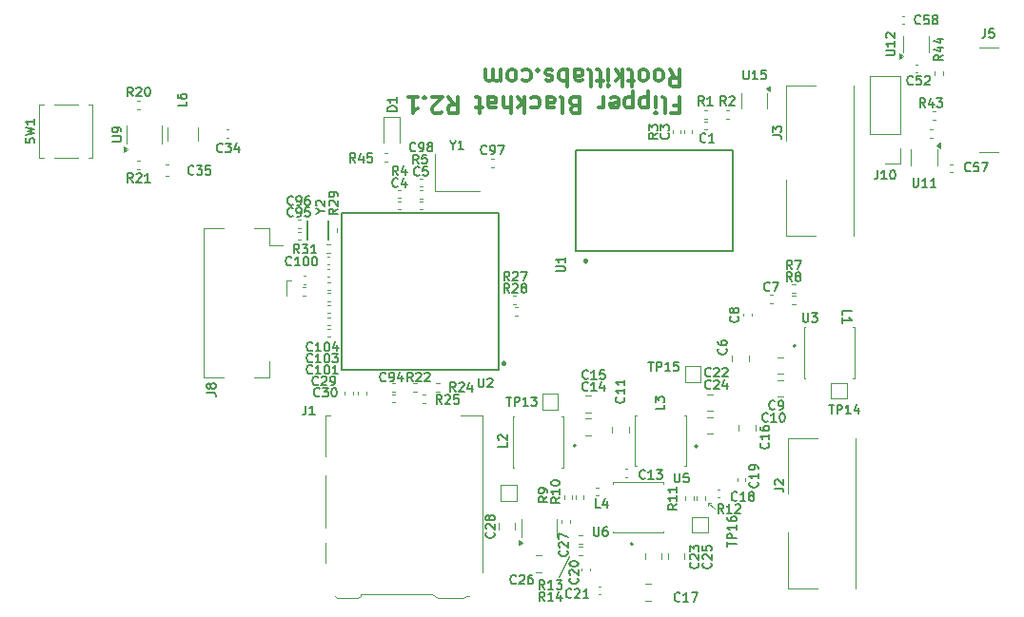
<source format=gbr>
%TF.GenerationSoftware,KiCad,Pcbnew,8.0.6*%
%TF.CreationDate,2025-04-17T11:33:28+02:00*%
%TF.ProjectId,hardware,68617264-7761-4726-952e-6b696361645f,rev?*%
%TF.SameCoordinates,Original*%
%TF.FileFunction,Legend,Top*%
%TF.FilePolarity,Positive*%
%FSLAX46Y46*%
G04 Gerber Fmt 4.6, Leading zero omitted, Abs format (unit mm)*
G04 Created by KiCad (PCBNEW 8.0.6) date 2025-04-17 11:33:28*
%MOMM*%
%LPD*%
G01*
G04 APERTURE LIST*
%ADD10C,0.120000*%
%ADD11C,0.300000*%
%ADD12C,0.150000*%
%ADD13C,0.250000*%
%ADD14C,0.203200*%
G04 APERTURE END LIST*
D10*
X140970000Y-128270000D02*
X140335000Y-127825500D01*
X102870000Y-107950000D02*
X102870000Y-109347000D01*
X140335000Y-127825500D02*
X140335000Y-128079500D01*
X103251000Y-107950000D02*
X102870000Y-107950000D01*
X127055880Y-134391400D02*
X128021080Y-132562600D01*
X140335000Y-127825500D02*
X140589000Y-127762000D01*
D11*
X137295489Y-92399801D02*
X137795489Y-92399801D01*
X137795489Y-91614087D02*
X137795489Y-93114087D01*
X137795489Y-93114087D02*
X137081203Y-93114087D01*
X136295489Y-91614087D02*
X136438346Y-91685516D01*
X136438346Y-91685516D02*
X136509775Y-91828373D01*
X136509775Y-91828373D02*
X136509775Y-93114087D01*
X135724061Y-91614087D02*
X135724061Y-92614087D01*
X135724061Y-93114087D02*
X135795489Y-93042658D01*
X135795489Y-93042658D02*
X135724061Y-92971230D01*
X135724061Y-92971230D02*
X135652632Y-93042658D01*
X135652632Y-93042658D02*
X135724061Y-93114087D01*
X135724061Y-93114087D02*
X135724061Y-92971230D01*
X135009775Y-92614087D02*
X135009775Y-91114087D01*
X135009775Y-92542658D02*
X134866918Y-92614087D01*
X134866918Y-92614087D02*
X134581203Y-92614087D01*
X134581203Y-92614087D02*
X134438346Y-92542658D01*
X134438346Y-92542658D02*
X134366918Y-92471230D01*
X134366918Y-92471230D02*
X134295489Y-92328373D01*
X134295489Y-92328373D02*
X134295489Y-91899801D01*
X134295489Y-91899801D02*
X134366918Y-91756944D01*
X134366918Y-91756944D02*
X134438346Y-91685516D01*
X134438346Y-91685516D02*
X134581203Y-91614087D01*
X134581203Y-91614087D02*
X134866918Y-91614087D01*
X134866918Y-91614087D02*
X135009775Y-91685516D01*
X133652632Y-92614087D02*
X133652632Y-91114087D01*
X133652632Y-92542658D02*
X133509775Y-92614087D01*
X133509775Y-92614087D02*
X133224060Y-92614087D01*
X133224060Y-92614087D02*
X133081203Y-92542658D01*
X133081203Y-92542658D02*
X133009775Y-92471230D01*
X133009775Y-92471230D02*
X132938346Y-92328373D01*
X132938346Y-92328373D02*
X132938346Y-91899801D01*
X132938346Y-91899801D02*
X133009775Y-91756944D01*
X133009775Y-91756944D02*
X133081203Y-91685516D01*
X133081203Y-91685516D02*
X133224060Y-91614087D01*
X133224060Y-91614087D02*
X133509775Y-91614087D01*
X133509775Y-91614087D02*
X133652632Y-91685516D01*
X131724060Y-91685516D02*
X131866917Y-91614087D01*
X131866917Y-91614087D02*
X132152632Y-91614087D01*
X132152632Y-91614087D02*
X132295489Y-91685516D01*
X132295489Y-91685516D02*
X132366917Y-91828373D01*
X132366917Y-91828373D02*
X132366917Y-92399801D01*
X132366917Y-92399801D02*
X132295489Y-92542658D01*
X132295489Y-92542658D02*
X132152632Y-92614087D01*
X132152632Y-92614087D02*
X131866917Y-92614087D01*
X131866917Y-92614087D02*
X131724060Y-92542658D01*
X131724060Y-92542658D02*
X131652632Y-92399801D01*
X131652632Y-92399801D02*
X131652632Y-92256944D01*
X131652632Y-92256944D02*
X132366917Y-92114087D01*
X131009775Y-91614087D02*
X131009775Y-92614087D01*
X131009775Y-92328373D02*
X130938346Y-92471230D01*
X130938346Y-92471230D02*
X130866918Y-92542658D01*
X130866918Y-92542658D02*
X130724060Y-92614087D01*
X130724060Y-92614087D02*
X130581203Y-92614087D01*
X128438347Y-92399801D02*
X128224061Y-92328373D01*
X128224061Y-92328373D02*
X128152632Y-92256944D01*
X128152632Y-92256944D02*
X128081204Y-92114087D01*
X128081204Y-92114087D02*
X128081204Y-91899801D01*
X128081204Y-91899801D02*
X128152632Y-91756944D01*
X128152632Y-91756944D02*
X128224061Y-91685516D01*
X128224061Y-91685516D02*
X128366918Y-91614087D01*
X128366918Y-91614087D02*
X128938347Y-91614087D01*
X128938347Y-91614087D02*
X128938347Y-93114087D01*
X128938347Y-93114087D02*
X128438347Y-93114087D01*
X128438347Y-93114087D02*
X128295490Y-93042658D01*
X128295490Y-93042658D02*
X128224061Y-92971230D01*
X128224061Y-92971230D02*
X128152632Y-92828373D01*
X128152632Y-92828373D02*
X128152632Y-92685516D01*
X128152632Y-92685516D02*
X128224061Y-92542658D01*
X128224061Y-92542658D02*
X128295490Y-92471230D01*
X128295490Y-92471230D02*
X128438347Y-92399801D01*
X128438347Y-92399801D02*
X128938347Y-92399801D01*
X127224061Y-91614087D02*
X127366918Y-91685516D01*
X127366918Y-91685516D02*
X127438347Y-91828373D01*
X127438347Y-91828373D02*
X127438347Y-93114087D01*
X126009776Y-91614087D02*
X126009776Y-92399801D01*
X126009776Y-92399801D02*
X126081204Y-92542658D01*
X126081204Y-92542658D02*
X126224061Y-92614087D01*
X126224061Y-92614087D02*
X126509776Y-92614087D01*
X126509776Y-92614087D02*
X126652633Y-92542658D01*
X126009776Y-91685516D02*
X126152633Y-91614087D01*
X126152633Y-91614087D02*
X126509776Y-91614087D01*
X126509776Y-91614087D02*
X126652633Y-91685516D01*
X126652633Y-91685516D02*
X126724061Y-91828373D01*
X126724061Y-91828373D02*
X126724061Y-91971230D01*
X126724061Y-91971230D02*
X126652633Y-92114087D01*
X126652633Y-92114087D02*
X126509776Y-92185516D01*
X126509776Y-92185516D02*
X126152633Y-92185516D01*
X126152633Y-92185516D02*
X126009776Y-92256944D01*
X124652633Y-91685516D02*
X124795490Y-91614087D01*
X124795490Y-91614087D02*
X125081204Y-91614087D01*
X125081204Y-91614087D02*
X125224061Y-91685516D01*
X125224061Y-91685516D02*
X125295490Y-91756944D01*
X125295490Y-91756944D02*
X125366918Y-91899801D01*
X125366918Y-91899801D02*
X125366918Y-92328373D01*
X125366918Y-92328373D02*
X125295490Y-92471230D01*
X125295490Y-92471230D02*
X125224061Y-92542658D01*
X125224061Y-92542658D02*
X125081204Y-92614087D01*
X125081204Y-92614087D02*
X124795490Y-92614087D01*
X124795490Y-92614087D02*
X124652633Y-92542658D01*
X124009776Y-91614087D02*
X124009776Y-93114087D01*
X123866919Y-92185516D02*
X123438347Y-91614087D01*
X123438347Y-92614087D02*
X124009776Y-92042658D01*
X122795490Y-91614087D02*
X122795490Y-93114087D01*
X122152633Y-91614087D02*
X122152633Y-92399801D01*
X122152633Y-92399801D02*
X122224061Y-92542658D01*
X122224061Y-92542658D02*
X122366918Y-92614087D01*
X122366918Y-92614087D02*
X122581204Y-92614087D01*
X122581204Y-92614087D02*
X122724061Y-92542658D01*
X122724061Y-92542658D02*
X122795490Y-92471230D01*
X120795490Y-91614087D02*
X120795490Y-92399801D01*
X120795490Y-92399801D02*
X120866918Y-92542658D01*
X120866918Y-92542658D02*
X121009775Y-92614087D01*
X121009775Y-92614087D02*
X121295490Y-92614087D01*
X121295490Y-92614087D02*
X121438347Y-92542658D01*
X120795490Y-91685516D02*
X120938347Y-91614087D01*
X120938347Y-91614087D02*
X121295490Y-91614087D01*
X121295490Y-91614087D02*
X121438347Y-91685516D01*
X121438347Y-91685516D02*
X121509775Y-91828373D01*
X121509775Y-91828373D02*
X121509775Y-91971230D01*
X121509775Y-91971230D02*
X121438347Y-92114087D01*
X121438347Y-92114087D02*
X121295490Y-92185516D01*
X121295490Y-92185516D02*
X120938347Y-92185516D01*
X120938347Y-92185516D02*
X120795490Y-92256944D01*
X120295489Y-92614087D02*
X119724061Y-92614087D01*
X120081204Y-93114087D02*
X120081204Y-91828373D01*
X120081204Y-91828373D02*
X120009775Y-91685516D01*
X120009775Y-91685516D02*
X119866918Y-91614087D01*
X119866918Y-91614087D02*
X119724061Y-91614087D01*
X117224061Y-91614087D02*
X117724061Y-92328373D01*
X118081204Y-91614087D02*
X118081204Y-93114087D01*
X118081204Y-93114087D02*
X117509775Y-93114087D01*
X117509775Y-93114087D02*
X117366918Y-93042658D01*
X117366918Y-93042658D02*
X117295489Y-92971230D01*
X117295489Y-92971230D02*
X117224061Y-92828373D01*
X117224061Y-92828373D02*
X117224061Y-92614087D01*
X117224061Y-92614087D02*
X117295489Y-92471230D01*
X117295489Y-92471230D02*
X117366918Y-92399801D01*
X117366918Y-92399801D02*
X117509775Y-92328373D01*
X117509775Y-92328373D02*
X118081204Y-92328373D01*
X116652632Y-92971230D02*
X116581204Y-93042658D01*
X116581204Y-93042658D02*
X116438347Y-93114087D01*
X116438347Y-93114087D02*
X116081204Y-93114087D01*
X116081204Y-93114087D02*
X115938347Y-93042658D01*
X115938347Y-93042658D02*
X115866918Y-92971230D01*
X115866918Y-92971230D02*
X115795489Y-92828373D01*
X115795489Y-92828373D02*
X115795489Y-92685516D01*
X115795489Y-92685516D02*
X115866918Y-92471230D01*
X115866918Y-92471230D02*
X116724061Y-91614087D01*
X116724061Y-91614087D02*
X115795489Y-91614087D01*
X115152633Y-91756944D02*
X115081204Y-91685516D01*
X115081204Y-91685516D02*
X115152633Y-91614087D01*
X115152633Y-91614087D02*
X115224061Y-91685516D01*
X115224061Y-91685516D02*
X115152633Y-91756944D01*
X115152633Y-91756944D02*
X115152633Y-91614087D01*
X113652632Y-91614087D02*
X114509775Y-91614087D01*
X114081204Y-91614087D02*
X114081204Y-93114087D01*
X114081204Y-93114087D02*
X114224061Y-92899801D01*
X114224061Y-92899801D02*
X114366918Y-92756944D01*
X114366918Y-92756944D02*
X114509775Y-92685516D01*
X136938346Y-89199171D02*
X137438346Y-89913457D01*
X137795489Y-89199171D02*
X137795489Y-90699171D01*
X137795489Y-90699171D02*
X137224060Y-90699171D01*
X137224060Y-90699171D02*
X137081203Y-90627742D01*
X137081203Y-90627742D02*
X137009774Y-90556314D01*
X137009774Y-90556314D02*
X136938346Y-90413457D01*
X136938346Y-90413457D02*
X136938346Y-90199171D01*
X136938346Y-90199171D02*
X137009774Y-90056314D01*
X137009774Y-90056314D02*
X137081203Y-89984885D01*
X137081203Y-89984885D02*
X137224060Y-89913457D01*
X137224060Y-89913457D02*
X137795489Y-89913457D01*
X136081203Y-89199171D02*
X136224060Y-89270600D01*
X136224060Y-89270600D02*
X136295489Y-89342028D01*
X136295489Y-89342028D02*
X136366917Y-89484885D01*
X136366917Y-89484885D02*
X136366917Y-89913457D01*
X136366917Y-89913457D02*
X136295489Y-90056314D01*
X136295489Y-90056314D02*
X136224060Y-90127742D01*
X136224060Y-90127742D02*
X136081203Y-90199171D01*
X136081203Y-90199171D02*
X135866917Y-90199171D01*
X135866917Y-90199171D02*
X135724060Y-90127742D01*
X135724060Y-90127742D02*
X135652632Y-90056314D01*
X135652632Y-90056314D02*
X135581203Y-89913457D01*
X135581203Y-89913457D02*
X135581203Y-89484885D01*
X135581203Y-89484885D02*
X135652632Y-89342028D01*
X135652632Y-89342028D02*
X135724060Y-89270600D01*
X135724060Y-89270600D02*
X135866917Y-89199171D01*
X135866917Y-89199171D02*
X136081203Y-89199171D01*
X134724060Y-89199171D02*
X134866917Y-89270600D01*
X134866917Y-89270600D02*
X134938346Y-89342028D01*
X134938346Y-89342028D02*
X135009774Y-89484885D01*
X135009774Y-89484885D02*
X135009774Y-89913457D01*
X135009774Y-89913457D02*
X134938346Y-90056314D01*
X134938346Y-90056314D02*
X134866917Y-90127742D01*
X134866917Y-90127742D02*
X134724060Y-90199171D01*
X134724060Y-90199171D02*
X134509774Y-90199171D01*
X134509774Y-90199171D02*
X134366917Y-90127742D01*
X134366917Y-90127742D02*
X134295489Y-90056314D01*
X134295489Y-90056314D02*
X134224060Y-89913457D01*
X134224060Y-89913457D02*
X134224060Y-89484885D01*
X134224060Y-89484885D02*
X134295489Y-89342028D01*
X134295489Y-89342028D02*
X134366917Y-89270600D01*
X134366917Y-89270600D02*
X134509774Y-89199171D01*
X134509774Y-89199171D02*
X134724060Y-89199171D01*
X133795488Y-90199171D02*
X133224060Y-90199171D01*
X133581203Y-90699171D02*
X133581203Y-89413457D01*
X133581203Y-89413457D02*
X133509774Y-89270600D01*
X133509774Y-89270600D02*
X133366917Y-89199171D01*
X133366917Y-89199171D02*
X133224060Y-89199171D01*
X132724060Y-89199171D02*
X132724060Y-90699171D01*
X132581203Y-89770600D02*
X132152631Y-89199171D01*
X132152631Y-90199171D02*
X132724060Y-89627742D01*
X131509774Y-89199171D02*
X131509774Y-90199171D01*
X131509774Y-90699171D02*
X131581202Y-90627742D01*
X131581202Y-90627742D02*
X131509774Y-90556314D01*
X131509774Y-90556314D02*
X131438345Y-90627742D01*
X131438345Y-90627742D02*
X131509774Y-90699171D01*
X131509774Y-90699171D02*
X131509774Y-90556314D01*
X131009773Y-90199171D02*
X130438345Y-90199171D01*
X130795488Y-90699171D02*
X130795488Y-89413457D01*
X130795488Y-89413457D02*
X130724059Y-89270600D01*
X130724059Y-89270600D02*
X130581202Y-89199171D01*
X130581202Y-89199171D02*
X130438345Y-89199171D01*
X129724059Y-89199171D02*
X129866916Y-89270600D01*
X129866916Y-89270600D02*
X129938345Y-89413457D01*
X129938345Y-89413457D02*
X129938345Y-90699171D01*
X128509774Y-89199171D02*
X128509774Y-89984885D01*
X128509774Y-89984885D02*
X128581202Y-90127742D01*
X128581202Y-90127742D02*
X128724059Y-90199171D01*
X128724059Y-90199171D02*
X129009774Y-90199171D01*
X129009774Y-90199171D02*
X129152631Y-90127742D01*
X128509774Y-89270600D02*
X128652631Y-89199171D01*
X128652631Y-89199171D02*
X129009774Y-89199171D01*
X129009774Y-89199171D02*
X129152631Y-89270600D01*
X129152631Y-89270600D02*
X129224059Y-89413457D01*
X129224059Y-89413457D02*
X129224059Y-89556314D01*
X129224059Y-89556314D02*
X129152631Y-89699171D01*
X129152631Y-89699171D02*
X129009774Y-89770600D01*
X129009774Y-89770600D02*
X128652631Y-89770600D01*
X128652631Y-89770600D02*
X128509774Y-89842028D01*
X127795488Y-89199171D02*
X127795488Y-90699171D01*
X127795488Y-90127742D02*
X127652631Y-90199171D01*
X127652631Y-90199171D02*
X127366916Y-90199171D01*
X127366916Y-90199171D02*
X127224059Y-90127742D01*
X127224059Y-90127742D02*
X127152631Y-90056314D01*
X127152631Y-90056314D02*
X127081202Y-89913457D01*
X127081202Y-89913457D02*
X127081202Y-89484885D01*
X127081202Y-89484885D02*
X127152631Y-89342028D01*
X127152631Y-89342028D02*
X127224059Y-89270600D01*
X127224059Y-89270600D02*
X127366916Y-89199171D01*
X127366916Y-89199171D02*
X127652631Y-89199171D01*
X127652631Y-89199171D02*
X127795488Y-89270600D01*
X126509773Y-89270600D02*
X126366916Y-89199171D01*
X126366916Y-89199171D02*
X126081202Y-89199171D01*
X126081202Y-89199171D02*
X125938345Y-89270600D01*
X125938345Y-89270600D02*
X125866916Y-89413457D01*
X125866916Y-89413457D02*
X125866916Y-89484885D01*
X125866916Y-89484885D02*
X125938345Y-89627742D01*
X125938345Y-89627742D02*
X126081202Y-89699171D01*
X126081202Y-89699171D02*
X126295488Y-89699171D01*
X126295488Y-89699171D02*
X126438345Y-89770600D01*
X126438345Y-89770600D02*
X126509773Y-89913457D01*
X126509773Y-89913457D02*
X126509773Y-89984885D01*
X126509773Y-89984885D02*
X126438345Y-90127742D01*
X126438345Y-90127742D02*
X126295488Y-90199171D01*
X126295488Y-90199171D02*
X126081202Y-90199171D01*
X126081202Y-90199171D02*
X125938345Y-90127742D01*
X125224059Y-89342028D02*
X125152630Y-89270600D01*
X125152630Y-89270600D02*
X125224059Y-89199171D01*
X125224059Y-89199171D02*
X125295487Y-89270600D01*
X125295487Y-89270600D02*
X125224059Y-89342028D01*
X125224059Y-89342028D02*
X125224059Y-89199171D01*
X123866916Y-89270600D02*
X124009773Y-89199171D01*
X124009773Y-89199171D02*
X124295487Y-89199171D01*
X124295487Y-89199171D02*
X124438344Y-89270600D01*
X124438344Y-89270600D02*
X124509773Y-89342028D01*
X124509773Y-89342028D02*
X124581201Y-89484885D01*
X124581201Y-89484885D02*
X124581201Y-89913457D01*
X124581201Y-89913457D02*
X124509773Y-90056314D01*
X124509773Y-90056314D02*
X124438344Y-90127742D01*
X124438344Y-90127742D02*
X124295487Y-90199171D01*
X124295487Y-90199171D02*
X124009773Y-90199171D01*
X124009773Y-90199171D02*
X123866916Y-90127742D01*
X123009773Y-89199171D02*
X123152630Y-89270600D01*
X123152630Y-89270600D02*
X123224059Y-89342028D01*
X123224059Y-89342028D02*
X123295487Y-89484885D01*
X123295487Y-89484885D02*
X123295487Y-89913457D01*
X123295487Y-89913457D02*
X123224059Y-90056314D01*
X123224059Y-90056314D02*
X123152630Y-90127742D01*
X123152630Y-90127742D02*
X123009773Y-90199171D01*
X123009773Y-90199171D02*
X122795487Y-90199171D01*
X122795487Y-90199171D02*
X122652630Y-90127742D01*
X122652630Y-90127742D02*
X122581202Y-90056314D01*
X122581202Y-90056314D02*
X122509773Y-89913457D01*
X122509773Y-89913457D02*
X122509773Y-89484885D01*
X122509773Y-89484885D02*
X122581202Y-89342028D01*
X122581202Y-89342028D02*
X122652630Y-89270600D01*
X122652630Y-89270600D02*
X122795487Y-89199171D01*
X122795487Y-89199171D02*
X123009773Y-89199171D01*
X121866916Y-89199171D02*
X121866916Y-90199171D01*
X121866916Y-90056314D02*
X121795487Y-90127742D01*
X121795487Y-90127742D02*
X121652630Y-90199171D01*
X121652630Y-90199171D02*
X121438344Y-90199171D01*
X121438344Y-90199171D02*
X121295487Y-90127742D01*
X121295487Y-90127742D02*
X121224059Y-89984885D01*
X121224059Y-89984885D02*
X121224059Y-89199171D01*
X121224059Y-89984885D02*
X121152630Y-90127742D01*
X121152630Y-90127742D02*
X121009773Y-90199171D01*
X121009773Y-90199171D02*
X120795487Y-90199171D01*
X120795487Y-90199171D02*
X120652630Y-90127742D01*
X120652630Y-90127742D02*
X120581201Y-89984885D01*
X120581201Y-89984885D02*
X120581201Y-89199171D01*
D12*
X119948992Y-116678295D02*
X119948992Y-117325914D01*
X119948992Y-117325914D02*
X119987087Y-117402104D01*
X119987087Y-117402104D02*
X120025182Y-117440200D01*
X120025182Y-117440200D02*
X120101373Y-117478295D01*
X120101373Y-117478295D02*
X120253754Y-117478295D01*
X120253754Y-117478295D02*
X120329944Y-117440200D01*
X120329944Y-117440200D02*
X120368039Y-117402104D01*
X120368039Y-117402104D02*
X120406135Y-117325914D01*
X120406135Y-117325914D02*
X120406135Y-116678295D01*
X120748991Y-116754485D02*
X120787087Y-116716390D01*
X120787087Y-116716390D02*
X120863277Y-116678295D01*
X120863277Y-116678295D02*
X121053753Y-116678295D01*
X121053753Y-116678295D02*
X121129944Y-116716390D01*
X121129944Y-116716390D02*
X121168039Y-116754485D01*
X121168039Y-116754485D02*
X121206134Y-116830676D01*
X121206134Y-116830676D02*
X121206134Y-116906866D01*
X121206134Y-116906866D02*
X121168039Y-117021152D01*
X121168039Y-117021152D02*
X120710896Y-117478295D01*
X120710896Y-117478295D02*
X121206134Y-117478295D01*
X140011167Y-92372195D02*
X139744500Y-91991242D01*
X139554024Y-92372195D02*
X139554024Y-91572195D01*
X139554024Y-91572195D02*
X139858786Y-91572195D01*
X139858786Y-91572195D02*
X139934976Y-91610290D01*
X139934976Y-91610290D02*
X139973071Y-91648385D01*
X139973071Y-91648385D02*
X140011167Y-91724576D01*
X140011167Y-91724576D02*
X140011167Y-91838861D01*
X140011167Y-91838861D02*
X139973071Y-91915052D01*
X139973071Y-91915052D02*
X139934976Y-91953147D01*
X139934976Y-91953147D02*
X139858786Y-91991242D01*
X139858786Y-91991242D02*
X139554024Y-91991242D01*
X140773071Y-92372195D02*
X140315928Y-92372195D01*
X140544500Y-92372195D02*
X140544500Y-91572195D01*
X140544500Y-91572195D02*
X140468309Y-91686480D01*
X140468309Y-91686480D02*
X140392119Y-91762671D01*
X140392119Y-91762671D02*
X140315928Y-91800766D01*
X141955767Y-92368295D02*
X141689100Y-91987342D01*
X141498624Y-92368295D02*
X141498624Y-91568295D01*
X141498624Y-91568295D02*
X141803386Y-91568295D01*
X141803386Y-91568295D02*
X141879576Y-91606390D01*
X141879576Y-91606390D02*
X141917671Y-91644485D01*
X141917671Y-91644485D02*
X141955767Y-91720676D01*
X141955767Y-91720676D02*
X141955767Y-91834961D01*
X141955767Y-91834961D02*
X141917671Y-91911152D01*
X141917671Y-91911152D02*
X141879576Y-91949247D01*
X141879576Y-91949247D02*
X141803386Y-91987342D01*
X141803386Y-91987342D02*
X141498624Y-91987342D01*
X142260528Y-91644485D02*
X142298624Y-91606390D01*
X142298624Y-91606390D02*
X142374814Y-91568295D01*
X142374814Y-91568295D02*
X142565290Y-91568295D01*
X142565290Y-91568295D02*
X142641481Y-91606390D01*
X142641481Y-91606390D02*
X142679576Y-91644485D01*
X142679576Y-91644485D02*
X142717671Y-91720676D01*
X142717671Y-91720676D02*
X142717671Y-91796866D01*
X142717671Y-91796866D02*
X142679576Y-91911152D01*
X142679576Y-91911152D02*
X142222433Y-92368295D01*
X142222433Y-92368295D02*
X142717671Y-92368295D01*
X112769667Y-99600104D02*
X112731571Y-99638200D01*
X112731571Y-99638200D02*
X112617286Y-99676295D01*
X112617286Y-99676295D02*
X112541095Y-99676295D01*
X112541095Y-99676295D02*
X112426809Y-99638200D01*
X112426809Y-99638200D02*
X112350619Y-99562009D01*
X112350619Y-99562009D02*
X112312524Y-99485819D01*
X112312524Y-99485819D02*
X112274428Y-99333438D01*
X112274428Y-99333438D02*
X112274428Y-99219152D01*
X112274428Y-99219152D02*
X112312524Y-99066771D01*
X112312524Y-99066771D02*
X112350619Y-98990580D01*
X112350619Y-98990580D02*
X112426809Y-98914390D01*
X112426809Y-98914390D02*
X112541095Y-98876295D01*
X112541095Y-98876295D02*
X112617286Y-98876295D01*
X112617286Y-98876295D02*
X112731571Y-98914390D01*
X112731571Y-98914390D02*
X112769667Y-98952485D01*
X113455381Y-99142961D02*
X113455381Y-99676295D01*
X113264905Y-98838200D02*
X113074428Y-99409628D01*
X113074428Y-99409628D02*
X113569667Y-99409628D01*
X114674667Y-98584104D02*
X114636571Y-98622200D01*
X114636571Y-98622200D02*
X114522286Y-98660295D01*
X114522286Y-98660295D02*
X114446095Y-98660295D01*
X114446095Y-98660295D02*
X114331809Y-98622200D01*
X114331809Y-98622200D02*
X114255619Y-98546009D01*
X114255619Y-98546009D02*
X114217524Y-98469819D01*
X114217524Y-98469819D02*
X114179428Y-98317438D01*
X114179428Y-98317438D02*
X114179428Y-98203152D01*
X114179428Y-98203152D02*
X114217524Y-98050771D01*
X114217524Y-98050771D02*
X114255619Y-97974580D01*
X114255619Y-97974580D02*
X114331809Y-97898390D01*
X114331809Y-97898390D02*
X114446095Y-97860295D01*
X114446095Y-97860295D02*
X114522286Y-97860295D01*
X114522286Y-97860295D02*
X114636571Y-97898390D01*
X114636571Y-97898390D02*
X114674667Y-97936485D01*
X115398476Y-97860295D02*
X115017524Y-97860295D01*
X115017524Y-97860295D02*
X114979428Y-98241247D01*
X114979428Y-98241247D02*
X115017524Y-98203152D01*
X115017524Y-98203152D02*
X115093714Y-98165057D01*
X115093714Y-98165057D02*
X115284190Y-98165057D01*
X115284190Y-98165057D02*
X115360381Y-98203152D01*
X115360381Y-98203152D02*
X115398476Y-98241247D01*
X115398476Y-98241247D02*
X115436571Y-98317438D01*
X115436571Y-98317438D02*
X115436571Y-98507914D01*
X115436571Y-98507914D02*
X115398476Y-98584104D01*
X115398476Y-98584104D02*
X115360381Y-98622200D01*
X115360381Y-98622200D02*
X115284190Y-98660295D01*
X115284190Y-98660295D02*
X115093714Y-98660295D01*
X115093714Y-98660295D02*
X115017524Y-98622200D01*
X115017524Y-98622200D02*
X114979428Y-98584104D01*
X112769667Y-98596795D02*
X112503000Y-98215842D01*
X112312524Y-98596795D02*
X112312524Y-97796795D01*
X112312524Y-97796795D02*
X112617286Y-97796795D01*
X112617286Y-97796795D02*
X112693476Y-97834890D01*
X112693476Y-97834890D02*
X112731571Y-97872985D01*
X112731571Y-97872985D02*
X112769667Y-97949176D01*
X112769667Y-97949176D02*
X112769667Y-98063461D01*
X112769667Y-98063461D02*
X112731571Y-98139652D01*
X112731571Y-98139652D02*
X112693476Y-98177747D01*
X112693476Y-98177747D02*
X112617286Y-98215842D01*
X112617286Y-98215842D02*
X112312524Y-98215842D01*
X113455381Y-98063461D02*
X113455381Y-98596795D01*
X113264905Y-97758700D02*
X113074428Y-98330128D01*
X113074428Y-98330128D02*
X113569667Y-98330128D01*
X114611167Y-97580795D02*
X114344500Y-97199842D01*
X114154024Y-97580795D02*
X114154024Y-96780795D01*
X114154024Y-96780795D02*
X114458786Y-96780795D01*
X114458786Y-96780795D02*
X114534976Y-96818890D01*
X114534976Y-96818890D02*
X114573071Y-96856985D01*
X114573071Y-96856985D02*
X114611167Y-96933176D01*
X114611167Y-96933176D02*
X114611167Y-97047461D01*
X114611167Y-97047461D02*
X114573071Y-97123652D01*
X114573071Y-97123652D02*
X114534976Y-97161747D01*
X114534976Y-97161747D02*
X114458786Y-97199842D01*
X114458786Y-97199842D02*
X114154024Y-97199842D01*
X115334976Y-96780795D02*
X114954024Y-96780795D01*
X114954024Y-96780795D02*
X114915928Y-97161747D01*
X114915928Y-97161747D02*
X114954024Y-97123652D01*
X114954024Y-97123652D02*
X115030214Y-97085557D01*
X115030214Y-97085557D02*
X115220690Y-97085557D01*
X115220690Y-97085557D02*
X115296881Y-97123652D01*
X115296881Y-97123652D02*
X115334976Y-97161747D01*
X115334976Y-97161747D02*
X115373071Y-97237938D01*
X115373071Y-97237938D02*
X115373071Y-97428414D01*
X115373071Y-97428414D02*
X115334976Y-97504604D01*
X115334976Y-97504604D02*
X115296881Y-97542700D01*
X115296881Y-97542700D02*
X115220690Y-97580795D01*
X115220690Y-97580795D02*
X115030214Y-97580795D01*
X115030214Y-97580795D02*
X114954024Y-97542700D01*
X114954024Y-97542700D02*
X114915928Y-97504604D01*
X132874104Y-118370285D02*
X132912200Y-118408381D01*
X132912200Y-118408381D02*
X132950295Y-118522666D01*
X132950295Y-118522666D02*
X132950295Y-118598857D01*
X132950295Y-118598857D02*
X132912200Y-118713143D01*
X132912200Y-118713143D02*
X132836009Y-118789333D01*
X132836009Y-118789333D02*
X132759819Y-118827428D01*
X132759819Y-118827428D02*
X132607438Y-118865524D01*
X132607438Y-118865524D02*
X132493152Y-118865524D01*
X132493152Y-118865524D02*
X132340771Y-118827428D01*
X132340771Y-118827428D02*
X132264580Y-118789333D01*
X132264580Y-118789333D02*
X132188390Y-118713143D01*
X132188390Y-118713143D02*
X132150295Y-118598857D01*
X132150295Y-118598857D02*
X132150295Y-118522666D01*
X132150295Y-118522666D02*
X132188390Y-118408381D01*
X132188390Y-118408381D02*
X132226485Y-118370285D01*
X132950295Y-117608381D02*
X132950295Y-118065524D01*
X132950295Y-117836952D02*
X132150295Y-117836952D01*
X132150295Y-117836952D02*
X132264580Y-117913143D01*
X132264580Y-117913143D02*
X132340771Y-117989333D01*
X132340771Y-117989333D02*
X132378866Y-118065524D01*
X132950295Y-116846476D02*
X132950295Y-117303619D01*
X132950295Y-117075047D02*
X132150295Y-117075047D01*
X132150295Y-117075047D02*
X132264580Y-117151238D01*
X132264580Y-117151238D02*
X132340771Y-117227428D01*
X132340771Y-117227428D02*
X132378866Y-117303619D01*
X134740714Y-125571604D02*
X134702618Y-125609700D01*
X134702618Y-125609700D02*
X134588333Y-125647795D01*
X134588333Y-125647795D02*
X134512142Y-125647795D01*
X134512142Y-125647795D02*
X134397856Y-125609700D01*
X134397856Y-125609700D02*
X134321666Y-125533509D01*
X134321666Y-125533509D02*
X134283571Y-125457319D01*
X134283571Y-125457319D02*
X134245475Y-125304938D01*
X134245475Y-125304938D02*
X134245475Y-125190652D01*
X134245475Y-125190652D02*
X134283571Y-125038271D01*
X134283571Y-125038271D02*
X134321666Y-124962080D01*
X134321666Y-124962080D02*
X134397856Y-124885890D01*
X134397856Y-124885890D02*
X134512142Y-124847795D01*
X134512142Y-124847795D02*
X134588333Y-124847795D01*
X134588333Y-124847795D02*
X134702618Y-124885890D01*
X134702618Y-124885890D02*
X134740714Y-124923985D01*
X135502618Y-125647795D02*
X135045475Y-125647795D01*
X135274047Y-125647795D02*
X135274047Y-124847795D01*
X135274047Y-124847795D02*
X135197856Y-124962080D01*
X135197856Y-124962080D02*
X135121666Y-125038271D01*
X135121666Y-125038271D02*
X135045475Y-125076366D01*
X135769285Y-124847795D02*
X136264523Y-124847795D01*
X136264523Y-124847795D02*
X135997857Y-125152557D01*
X135997857Y-125152557D02*
X136112142Y-125152557D01*
X136112142Y-125152557D02*
X136188333Y-125190652D01*
X136188333Y-125190652D02*
X136226428Y-125228747D01*
X136226428Y-125228747D02*
X136264523Y-125304938D01*
X136264523Y-125304938D02*
X136264523Y-125495414D01*
X136264523Y-125495414D02*
X136226428Y-125571604D01*
X136226428Y-125571604D02*
X136188333Y-125609700D01*
X136188333Y-125609700D02*
X136112142Y-125647795D01*
X136112142Y-125647795D02*
X135883571Y-125647795D01*
X135883571Y-125647795D02*
X135807380Y-125609700D01*
X135807380Y-125609700D02*
X135769285Y-125571604D01*
X129660714Y-117761104D02*
X129622618Y-117799200D01*
X129622618Y-117799200D02*
X129508333Y-117837295D01*
X129508333Y-117837295D02*
X129432142Y-117837295D01*
X129432142Y-117837295D02*
X129317856Y-117799200D01*
X129317856Y-117799200D02*
X129241666Y-117723009D01*
X129241666Y-117723009D02*
X129203571Y-117646819D01*
X129203571Y-117646819D02*
X129165475Y-117494438D01*
X129165475Y-117494438D02*
X129165475Y-117380152D01*
X129165475Y-117380152D02*
X129203571Y-117227771D01*
X129203571Y-117227771D02*
X129241666Y-117151580D01*
X129241666Y-117151580D02*
X129317856Y-117075390D01*
X129317856Y-117075390D02*
X129432142Y-117037295D01*
X129432142Y-117037295D02*
X129508333Y-117037295D01*
X129508333Y-117037295D02*
X129622618Y-117075390D01*
X129622618Y-117075390D02*
X129660714Y-117113485D01*
X130422618Y-117837295D02*
X129965475Y-117837295D01*
X130194047Y-117837295D02*
X130194047Y-117037295D01*
X130194047Y-117037295D02*
X130117856Y-117151580D01*
X130117856Y-117151580D02*
X130041666Y-117227771D01*
X130041666Y-117227771D02*
X129965475Y-117265866D01*
X131108333Y-117303961D02*
X131108333Y-117837295D01*
X130917857Y-116999200D02*
X130727380Y-117570628D01*
X130727380Y-117570628D02*
X131222619Y-117570628D01*
X129660714Y-116681604D02*
X129622618Y-116719700D01*
X129622618Y-116719700D02*
X129508333Y-116757795D01*
X129508333Y-116757795D02*
X129432142Y-116757795D01*
X129432142Y-116757795D02*
X129317856Y-116719700D01*
X129317856Y-116719700D02*
X129241666Y-116643509D01*
X129241666Y-116643509D02*
X129203571Y-116567319D01*
X129203571Y-116567319D02*
X129165475Y-116414938D01*
X129165475Y-116414938D02*
X129165475Y-116300652D01*
X129165475Y-116300652D02*
X129203571Y-116148271D01*
X129203571Y-116148271D02*
X129241666Y-116072080D01*
X129241666Y-116072080D02*
X129317856Y-115995890D01*
X129317856Y-115995890D02*
X129432142Y-115957795D01*
X129432142Y-115957795D02*
X129508333Y-115957795D01*
X129508333Y-115957795D02*
X129622618Y-115995890D01*
X129622618Y-115995890D02*
X129660714Y-116033985D01*
X130422618Y-116757795D02*
X129965475Y-116757795D01*
X130194047Y-116757795D02*
X130194047Y-115957795D01*
X130194047Y-115957795D02*
X130117856Y-116072080D01*
X130117856Y-116072080D02*
X130041666Y-116148271D01*
X130041666Y-116148271D02*
X129965475Y-116186366D01*
X131146428Y-115957795D02*
X130765476Y-115957795D01*
X130765476Y-115957795D02*
X130727380Y-116338747D01*
X130727380Y-116338747D02*
X130765476Y-116300652D01*
X130765476Y-116300652D02*
X130841666Y-116262557D01*
X130841666Y-116262557D02*
X131032142Y-116262557D01*
X131032142Y-116262557D02*
X131108333Y-116300652D01*
X131108333Y-116300652D02*
X131146428Y-116338747D01*
X131146428Y-116338747D02*
X131184523Y-116414938D01*
X131184523Y-116414938D02*
X131184523Y-116605414D01*
X131184523Y-116605414D02*
X131146428Y-116681604D01*
X131146428Y-116681604D02*
X131108333Y-116719700D01*
X131108333Y-116719700D02*
X131032142Y-116757795D01*
X131032142Y-116757795D02*
X130841666Y-116757795D01*
X130841666Y-116757795D02*
X130765476Y-116719700D01*
X130765476Y-116719700D02*
X130727380Y-116681604D01*
X145701104Y-122434285D02*
X145739200Y-122472381D01*
X145739200Y-122472381D02*
X145777295Y-122586666D01*
X145777295Y-122586666D02*
X145777295Y-122662857D01*
X145777295Y-122662857D02*
X145739200Y-122777143D01*
X145739200Y-122777143D02*
X145663009Y-122853333D01*
X145663009Y-122853333D02*
X145586819Y-122891428D01*
X145586819Y-122891428D02*
X145434438Y-122929524D01*
X145434438Y-122929524D02*
X145320152Y-122929524D01*
X145320152Y-122929524D02*
X145167771Y-122891428D01*
X145167771Y-122891428D02*
X145091580Y-122853333D01*
X145091580Y-122853333D02*
X145015390Y-122777143D01*
X145015390Y-122777143D02*
X144977295Y-122662857D01*
X144977295Y-122662857D02*
X144977295Y-122586666D01*
X144977295Y-122586666D02*
X145015390Y-122472381D01*
X145015390Y-122472381D02*
X145053485Y-122434285D01*
X145777295Y-121672381D02*
X145777295Y-122129524D01*
X145777295Y-121900952D02*
X144977295Y-121900952D01*
X144977295Y-121900952D02*
X145091580Y-121977143D01*
X145091580Y-121977143D02*
X145167771Y-122053333D01*
X145167771Y-122053333D02*
X145205866Y-122129524D01*
X144977295Y-120986666D02*
X144977295Y-121139047D01*
X144977295Y-121139047D02*
X145015390Y-121215238D01*
X145015390Y-121215238D02*
X145053485Y-121253333D01*
X145053485Y-121253333D02*
X145167771Y-121329523D01*
X145167771Y-121329523D02*
X145320152Y-121367619D01*
X145320152Y-121367619D02*
X145624914Y-121367619D01*
X145624914Y-121367619D02*
X145701104Y-121329523D01*
X145701104Y-121329523D02*
X145739200Y-121291428D01*
X145739200Y-121291428D02*
X145777295Y-121215238D01*
X145777295Y-121215238D02*
X145777295Y-121062857D01*
X145777295Y-121062857D02*
X145739200Y-120986666D01*
X145739200Y-120986666D02*
X145701104Y-120948571D01*
X145701104Y-120948571D02*
X145624914Y-120910476D01*
X145624914Y-120910476D02*
X145434438Y-120910476D01*
X145434438Y-120910476D02*
X145358247Y-120948571D01*
X145358247Y-120948571D02*
X145320152Y-120986666D01*
X145320152Y-120986666D02*
X145282057Y-121062857D01*
X145282057Y-121062857D02*
X145282057Y-121215238D01*
X145282057Y-121215238D02*
X145320152Y-121291428D01*
X145320152Y-121291428D02*
X145358247Y-121329523D01*
X145358247Y-121329523D02*
X145434438Y-121367619D01*
X137852214Y-136493604D02*
X137814118Y-136531700D01*
X137814118Y-136531700D02*
X137699833Y-136569795D01*
X137699833Y-136569795D02*
X137623642Y-136569795D01*
X137623642Y-136569795D02*
X137509356Y-136531700D01*
X137509356Y-136531700D02*
X137433166Y-136455509D01*
X137433166Y-136455509D02*
X137395071Y-136379319D01*
X137395071Y-136379319D02*
X137356975Y-136226938D01*
X137356975Y-136226938D02*
X137356975Y-136112652D01*
X137356975Y-136112652D02*
X137395071Y-135960271D01*
X137395071Y-135960271D02*
X137433166Y-135884080D01*
X137433166Y-135884080D02*
X137509356Y-135807890D01*
X137509356Y-135807890D02*
X137623642Y-135769795D01*
X137623642Y-135769795D02*
X137699833Y-135769795D01*
X137699833Y-135769795D02*
X137814118Y-135807890D01*
X137814118Y-135807890D02*
X137852214Y-135845985D01*
X138614118Y-136569795D02*
X138156975Y-136569795D01*
X138385547Y-136569795D02*
X138385547Y-135769795D01*
X138385547Y-135769795D02*
X138309356Y-135884080D01*
X138309356Y-135884080D02*
X138233166Y-135960271D01*
X138233166Y-135960271D02*
X138156975Y-135998366D01*
X138880785Y-135769795D02*
X139414119Y-135769795D01*
X139414119Y-135769795D02*
X139071261Y-136569795D01*
X142932214Y-127540104D02*
X142894118Y-127578200D01*
X142894118Y-127578200D02*
X142779833Y-127616295D01*
X142779833Y-127616295D02*
X142703642Y-127616295D01*
X142703642Y-127616295D02*
X142589356Y-127578200D01*
X142589356Y-127578200D02*
X142513166Y-127502009D01*
X142513166Y-127502009D02*
X142475071Y-127425819D01*
X142475071Y-127425819D02*
X142436975Y-127273438D01*
X142436975Y-127273438D02*
X142436975Y-127159152D01*
X142436975Y-127159152D02*
X142475071Y-127006771D01*
X142475071Y-127006771D02*
X142513166Y-126930580D01*
X142513166Y-126930580D02*
X142589356Y-126854390D01*
X142589356Y-126854390D02*
X142703642Y-126816295D01*
X142703642Y-126816295D02*
X142779833Y-126816295D01*
X142779833Y-126816295D02*
X142894118Y-126854390D01*
X142894118Y-126854390D02*
X142932214Y-126892485D01*
X143694118Y-127616295D02*
X143236975Y-127616295D01*
X143465547Y-127616295D02*
X143465547Y-126816295D01*
X143465547Y-126816295D02*
X143389356Y-126930580D01*
X143389356Y-126930580D02*
X143313166Y-127006771D01*
X143313166Y-127006771D02*
X143236975Y-127044866D01*
X144151261Y-127159152D02*
X144075071Y-127121057D01*
X144075071Y-127121057D02*
X144036976Y-127082961D01*
X144036976Y-127082961D02*
X143998880Y-127006771D01*
X143998880Y-127006771D02*
X143998880Y-126968676D01*
X143998880Y-126968676D02*
X144036976Y-126892485D01*
X144036976Y-126892485D02*
X144075071Y-126854390D01*
X144075071Y-126854390D02*
X144151261Y-126816295D01*
X144151261Y-126816295D02*
X144303642Y-126816295D01*
X144303642Y-126816295D02*
X144379833Y-126854390D01*
X144379833Y-126854390D02*
X144417928Y-126892485D01*
X144417928Y-126892485D02*
X144456023Y-126968676D01*
X144456023Y-126968676D02*
X144456023Y-127006771D01*
X144456023Y-127006771D02*
X144417928Y-127082961D01*
X144417928Y-127082961D02*
X144379833Y-127121057D01*
X144379833Y-127121057D02*
X144303642Y-127159152D01*
X144303642Y-127159152D02*
X144151261Y-127159152D01*
X144151261Y-127159152D02*
X144075071Y-127197247D01*
X144075071Y-127197247D02*
X144036976Y-127235342D01*
X144036976Y-127235342D02*
X143998880Y-127311533D01*
X143998880Y-127311533D02*
X143998880Y-127463914D01*
X143998880Y-127463914D02*
X144036976Y-127540104D01*
X144036976Y-127540104D02*
X144075071Y-127578200D01*
X144075071Y-127578200D02*
X144151261Y-127616295D01*
X144151261Y-127616295D02*
X144303642Y-127616295D01*
X144303642Y-127616295D02*
X144379833Y-127578200D01*
X144379833Y-127578200D02*
X144417928Y-127540104D01*
X144417928Y-127540104D02*
X144456023Y-127463914D01*
X144456023Y-127463914D02*
X144456023Y-127311533D01*
X144456023Y-127311533D02*
X144417928Y-127235342D01*
X144417928Y-127235342D02*
X144379833Y-127197247D01*
X144379833Y-127197247D02*
X144303642Y-127159152D01*
X144748604Y-125926785D02*
X144786700Y-125964881D01*
X144786700Y-125964881D02*
X144824795Y-126079166D01*
X144824795Y-126079166D02*
X144824795Y-126155357D01*
X144824795Y-126155357D02*
X144786700Y-126269643D01*
X144786700Y-126269643D02*
X144710509Y-126345833D01*
X144710509Y-126345833D02*
X144634319Y-126383928D01*
X144634319Y-126383928D02*
X144481938Y-126422024D01*
X144481938Y-126422024D02*
X144367652Y-126422024D01*
X144367652Y-126422024D02*
X144215271Y-126383928D01*
X144215271Y-126383928D02*
X144139080Y-126345833D01*
X144139080Y-126345833D02*
X144062890Y-126269643D01*
X144062890Y-126269643D02*
X144024795Y-126155357D01*
X144024795Y-126155357D02*
X144024795Y-126079166D01*
X144024795Y-126079166D02*
X144062890Y-125964881D01*
X144062890Y-125964881D02*
X144100985Y-125926785D01*
X144824795Y-125164881D02*
X144824795Y-125622024D01*
X144824795Y-125393452D02*
X144024795Y-125393452D01*
X144024795Y-125393452D02*
X144139080Y-125469643D01*
X144139080Y-125469643D02*
X144215271Y-125545833D01*
X144215271Y-125545833D02*
X144253366Y-125622024D01*
X144824795Y-124783928D02*
X144824795Y-124631547D01*
X144824795Y-124631547D02*
X144786700Y-124555357D01*
X144786700Y-124555357D02*
X144748604Y-124517261D01*
X144748604Y-124517261D02*
X144634319Y-124441071D01*
X144634319Y-124441071D02*
X144481938Y-124402976D01*
X144481938Y-124402976D02*
X144177176Y-124402976D01*
X144177176Y-124402976D02*
X144100985Y-124441071D01*
X144100985Y-124441071D02*
X144062890Y-124479166D01*
X144062890Y-124479166D02*
X144024795Y-124555357D01*
X144024795Y-124555357D02*
X144024795Y-124707738D01*
X144024795Y-124707738D02*
X144062890Y-124783928D01*
X144062890Y-124783928D02*
X144100985Y-124822023D01*
X144100985Y-124822023D02*
X144177176Y-124860119D01*
X144177176Y-124860119D02*
X144367652Y-124860119D01*
X144367652Y-124860119D02*
X144443842Y-124822023D01*
X144443842Y-124822023D02*
X144481938Y-124783928D01*
X144481938Y-124783928D02*
X144520033Y-124707738D01*
X144520033Y-124707738D02*
X144520033Y-124555357D01*
X144520033Y-124555357D02*
X144481938Y-124479166D01*
X144481938Y-124479166D02*
X144443842Y-124441071D01*
X144443842Y-124441071D02*
X144367652Y-124402976D01*
X128744064Y-134504365D02*
X128782160Y-134542461D01*
X128782160Y-134542461D02*
X128820255Y-134656746D01*
X128820255Y-134656746D02*
X128820255Y-134732937D01*
X128820255Y-134732937D02*
X128782160Y-134847223D01*
X128782160Y-134847223D02*
X128705969Y-134923413D01*
X128705969Y-134923413D02*
X128629779Y-134961508D01*
X128629779Y-134961508D02*
X128477398Y-134999604D01*
X128477398Y-134999604D02*
X128363112Y-134999604D01*
X128363112Y-134999604D02*
X128210731Y-134961508D01*
X128210731Y-134961508D02*
X128134540Y-134923413D01*
X128134540Y-134923413D02*
X128058350Y-134847223D01*
X128058350Y-134847223D02*
X128020255Y-134732937D01*
X128020255Y-134732937D02*
X128020255Y-134656746D01*
X128020255Y-134656746D02*
X128058350Y-134542461D01*
X128058350Y-134542461D02*
X128096445Y-134504365D01*
X128096445Y-134199604D02*
X128058350Y-134161508D01*
X128058350Y-134161508D02*
X128020255Y-134085318D01*
X128020255Y-134085318D02*
X128020255Y-133894842D01*
X128020255Y-133894842D02*
X128058350Y-133818651D01*
X128058350Y-133818651D02*
X128096445Y-133780556D01*
X128096445Y-133780556D02*
X128172636Y-133742461D01*
X128172636Y-133742461D02*
X128248826Y-133742461D01*
X128248826Y-133742461D02*
X128363112Y-133780556D01*
X128363112Y-133780556D02*
X128820255Y-134237699D01*
X128820255Y-134237699D02*
X128820255Y-133742461D01*
X128020255Y-133247222D02*
X128020255Y-133171032D01*
X128020255Y-133171032D02*
X128058350Y-133094841D01*
X128058350Y-133094841D02*
X128096445Y-133056746D01*
X128096445Y-133056746D02*
X128172636Y-133018651D01*
X128172636Y-133018651D02*
X128325017Y-132980556D01*
X128325017Y-132980556D02*
X128515493Y-132980556D01*
X128515493Y-132980556D02*
X128667874Y-133018651D01*
X128667874Y-133018651D02*
X128744064Y-133056746D01*
X128744064Y-133056746D02*
X128782160Y-133094841D01*
X128782160Y-133094841D02*
X128820255Y-133171032D01*
X128820255Y-133171032D02*
X128820255Y-133247222D01*
X128820255Y-133247222D02*
X128782160Y-133323413D01*
X128782160Y-133323413D02*
X128744064Y-133361508D01*
X128744064Y-133361508D02*
X128667874Y-133399603D01*
X128667874Y-133399603D02*
X128515493Y-133437699D01*
X128515493Y-133437699D02*
X128325017Y-133437699D01*
X128325017Y-133437699D02*
X128172636Y-133399603D01*
X128172636Y-133399603D02*
X128096445Y-133361508D01*
X128096445Y-133361508D02*
X128058350Y-133323413D01*
X128058350Y-133323413D02*
X128020255Y-133247222D01*
X128200214Y-136176104D02*
X128162118Y-136214200D01*
X128162118Y-136214200D02*
X128047833Y-136252295D01*
X128047833Y-136252295D02*
X127971642Y-136252295D01*
X127971642Y-136252295D02*
X127857356Y-136214200D01*
X127857356Y-136214200D02*
X127781166Y-136138009D01*
X127781166Y-136138009D02*
X127743071Y-136061819D01*
X127743071Y-136061819D02*
X127704975Y-135909438D01*
X127704975Y-135909438D02*
X127704975Y-135795152D01*
X127704975Y-135795152D02*
X127743071Y-135642771D01*
X127743071Y-135642771D02*
X127781166Y-135566580D01*
X127781166Y-135566580D02*
X127857356Y-135490390D01*
X127857356Y-135490390D02*
X127971642Y-135452295D01*
X127971642Y-135452295D02*
X128047833Y-135452295D01*
X128047833Y-135452295D02*
X128162118Y-135490390D01*
X128162118Y-135490390D02*
X128200214Y-135528485D01*
X128504975Y-135528485D02*
X128543071Y-135490390D01*
X128543071Y-135490390D02*
X128619261Y-135452295D01*
X128619261Y-135452295D02*
X128809737Y-135452295D01*
X128809737Y-135452295D02*
X128885928Y-135490390D01*
X128885928Y-135490390D02*
X128924023Y-135528485D01*
X128924023Y-135528485D02*
X128962118Y-135604676D01*
X128962118Y-135604676D02*
X128962118Y-135680866D01*
X128962118Y-135680866D02*
X128924023Y-135795152D01*
X128924023Y-135795152D02*
X128466880Y-136252295D01*
X128466880Y-136252295D02*
X128962118Y-136252295D01*
X129724023Y-136252295D02*
X129266880Y-136252295D01*
X129495452Y-136252295D02*
X129495452Y-135452295D01*
X129495452Y-135452295D02*
X129419261Y-135566580D01*
X129419261Y-135566580D02*
X129343071Y-135642771D01*
X129343071Y-135642771D02*
X129266880Y-135680866D01*
X140582714Y-116491104D02*
X140544618Y-116529200D01*
X140544618Y-116529200D02*
X140430333Y-116567295D01*
X140430333Y-116567295D02*
X140354142Y-116567295D01*
X140354142Y-116567295D02*
X140239856Y-116529200D01*
X140239856Y-116529200D02*
X140163666Y-116453009D01*
X140163666Y-116453009D02*
X140125571Y-116376819D01*
X140125571Y-116376819D02*
X140087475Y-116224438D01*
X140087475Y-116224438D02*
X140087475Y-116110152D01*
X140087475Y-116110152D02*
X140125571Y-115957771D01*
X140125571Y-115957771D02*
X140163666Y-115881580D01*
X140163666Y-115881580D02*
X140239856Y-115805390D01*
X140239856Y-115805390D02*
X140354142Y-115767295D01*
X140354142Y-115767295D02*
X140430333Y-115767295D01*
X140430333Y-115767295D02*
X140544618Y-115805390D01*
X140544618Y-115805390D02*
X140582714Y-115843485D01*
X140887475Y-115843485D02*
X140925571Y-115805390D01*
X140925571Y-115805390D02*
X141001761Y-115767295D01*
X141001761Y-115767295D02*
X141192237Y-115767295D01*
X141192237Y-115767295D02*
X141268428Y-115805390D01*
X141268428Y-115805390D02*
X141306523Y-115843485D01*
X141306523Y-115843485D02*
X141344618Y-115919676D01*
X141344618Y-115919676D02*
X141344618Y-115995866D01*
X141344618Y-115995866D02*
X141306523Y-116110152D01*
X141306523Y-116110152D02*
X140849380Y-116567295D01*
X140849380Y-116567295D02*
X141344618Y-116567295D01*
X141649380Y-115843485D02*
X141687476Y-115805390D01*
X141687476Y-115805390D02*
X141763666Y-115767295D01*
X141763666Y-115767295D02*
X141954142Y-115767295D01*
X141954142Y-115767295D02*
X142030333Y-115805390D01*
X142030333Y-115805390D02*
X142068428Y-115843485D01*
X142068428Y-115843485D02*
X142106523Y-115919676D01*
X142106523Y-115919676D02*
X142106523Y-115995866D01*
X142106523Y-115995866D02*
X142068428Y-116110152D01*
X142068428Y-116110152D02*
X141611285Y-116567295D01*
X141611285Y-116567295D02*
X142106523Y-116567295D01*
X139478104Y-133114285D02*
X139516200Y-133152381D01*
X139516200Y-133152381D02*
X139554295Y-133266666D01*
X139554295Y-133266666D02*
X139554295Y-133342857D01*
X139554295Y-133342857D02*
X139516200Y-133457143D01*
X139516200Y-133457143D02*
X139440009Y-133533333D01*
X139440009Y-133533333D02*
X139363819Y-133571428D01*
X139363819Y-133571428D02*
X139211438Y-133609524D01*
X139211438Y-133609524D02*
X139097152Y-133609524D01*
X139097152Y-133609524D02*
X138944771Y-133571428D01*
X138944771Y-133571428D02*
X138868580Y-133533333D01*
X138868580Y-133533333D02*
X138792390Y-133457143D01*
X138792390Y-133457143D02*
X138754295Y-133342857D01*
X138754295Y-133342857D02*
X138754295Y-133266666D01*
X138754295Y-133266666D02*
X138792390Y-133152381D01*
X138792390Y-133152381D02*
X138830485Y-133114285D01*
X138830485Y-132809524D02*
X138792390Y-132771428D01*
X138792390Y-132771428D02*
X138754295Y-132695238D01*
X138754295Y-132695238D02*
X138754295Y-132504762D01*
X138754295Y-132504762D02*
X138792390Y-132428571D01*
X138792390Y-132428571D02*
X138830485Y-132390476D01*
X138830485Y-132390476D02*
X138906676Y-132352381D01*
X138906676Y-132352381D02*
X138982866Y-132352381D01*
X138982866Y-132352381D02*
X139097152Y-132390476D01*
X139097152Y-132390476D02*
X139554295Y-132847619D01*
X139554295Y-132847619D02*
X139554295Y-132352381D01*
X138754295Y-132085714D02*
X138754295Y-131590476D01*
X138754295Y-131590476D02*
X139059057Y-131857142D01*
X139059057Y-131857142D02*
X139059057Y-131742857D01*
X139059057Y-131742857D02*
X139097152Y-131666666D01*
X139097152Y-131666666D02*
X139135247Y-131628571D01*
X139135247Y-131628571D02*
X139211438Y-131590476D01*
X139211438Y-131590476D02*
X139401914Y-131590476D01*
X139401914Y-131590476D02*
X139478104Y-131628571D01*
X139478104Y-131628571D02*
X139516200Y-131666666D01*
X139516200Y-131666666D02*
X139554295Y-131742857D01*
X139554295Y-131742857D02*
X139554295Y-131971428D01*
X139554295Y-131971428D02*
X139516200Y-132047619D01*
X139516200Y-132047619D02*
X139478104Y-132085714D01*
X140582714Y-117570604D02*
X140544618Y-117608700D01*
X140544618Y-117608700D02*
X140430333Y-117646795D01*
X140430333Y-117646795D02*
X140354142Y-117646795D01*
X140354142Y-117646795D02*
X140239856Y-117608700D01*
X140239856Y-117608700D02*
X140163666Y-117532509D01*
X140163666Y-117532509D02*
X140125571Y-117456319D01*
X140125571Y-117456319D02*
X140087475Y-117303938D01*
X140087475Y-117303938D02*
X140087475Y-117189652D01*
X140087475Y-117189652D02*
X140125571Y-117037271D01*
X140125571Y-117037271D02*
X140163666Y-116961080D01*
X140163666Y-116961080D02*
X140239856Y-116884890D01*
X140239856Y-116884890D02*
X140354142Y-116846795D01*
X140354142Y-116846795D02*
X140430333Y-116846795D01*
X140430333Y-116846795D02*
X140544618Y-116884890D01*
X140544618Y-116884890D02*
X140582714Y-116922985D01*
X140887475Y-116922985D02*
X140925571Y-116884890D01*
X140925571Y-116884890D02*
X141001761Y-116846795D01*
X141001761Y-116846795D02*
X141192237Y-116846795D01*
X141192237Y-116846795D02*
X141268428Y-116884890D01*
X141268428Y-116884890D02*
X141306523Y-116922985D01*
X141306523Y-116922985D02*
X141344618Y-116999176D01*
X141344618Y-116999176D02*
X141344618Y-117075366D01*
X141344618Y-117075366D02*
X141306523Y-117189652D01*
X141306523Y-117189652D02*
X140849380Y-117646795D01*
X140849380Y-117646795D02*
X141344618Y-117646795D01*
X142030333Y-117113461D02*
X142030333Y-117646795D01*
X141839857Y-116808700D02*
X141649380Y-117380128D01*
X141649380Y-117380128D02*
X142144619Y-117380128D01*
X140586104Y-133114285D02*
X140624200Y-133152381D01*
X140624200Y-133152381D02*
X140662295Y-133266666D01*
X140662295Y-133266666D02*
X140662295Y-133342857D01*
X140662295Y-133342857D02*
X140624200Y-133457143D01*
X140624200Y-133457143D02*
X140548009Y-133533333D01*
X140548009Y-133533333D02*
X140471819Y-133571428D01*
X140471819Y-133571428D02*
X140319438Y-133609524D01*
X140319438Y-133609524D02*
X140205152Y-133609524D01*
X140205152Y-133609524D02*
X140052771Y-133571428D01*
X140052771Y-133571428D02*
X139976580Y-133533333D01*
X139976580Y-133533333D02*
X139900390Y-133457143D01*
X139900390Y-133457143D02*
X139862295Y-133342857D01*
X139862295Y-133342857D02*
X139862295Y-133266666D01*
X139862295Y-133266666D02*
X139900390Y-133152381D01*
X139900390Y-133152381D02*
X139938485Y-133114285D01*
X139938485Y-132809524D02*
X139900390Y-132771428D01*
X139900390Y-132771428D02*
X139862295Y-132695238D01*
X139862295Y-132695238D02*
X139862295Y-132504762D01*
X139862295Y-132504762D02*
X139900390Y-132428571D01*
X139900390Y-132428571D02*
X139938485Y-132390476D01*
X139938485Y-132390476D02*
X140014676Y-132352381D01*
X140014676Y-132352381D02*
X140090866Y-132352381D01*
X140090866Y-132352381D02*
X140205152Y-132390476D01*
X140205152Y-132390476D02*
X140662295Y-132847619D01*
X140662295Y-132847619D02*
X140662295Y-132352381D01*
X139862295Y-131628571D02*
X139862295Y-132009523D01*
X139862295Y-132009523D02*
X140243247Y-132047619D01*
X140243247Y-132047619D02*
X140205152Y-132009523D01*
X140205152Y-132009523D02*
X140167057Y-131933333D01*
X140167057Y-131933333D02*
X140167057Y-131742857D01*
X140167057Y-131742857D02*
X140205152Y-131666666D01*
X140205152Y-131666666D02*
X140243247Y-131628571D01*
X140243247Y-131628571D02*
X140319438Y-131590476D01*
X140319438Y-131590476D02*
X140509914Y-131590476D01*
X140509914Y-131590476D02*
X140586104Y-131628571D01*
X140586104Y-131628571D02*
X140624200Y-131666666D01*
X140624200Y-131666666D02*
X140662295Y-131742857D01*
X140662295Y-131742857D02*
X140662295Y-131933333D01*
X140662295Y-131933333D02*
X140624200Y-132009523D01*
X140624200Y-132009523D02*
X140586104Y-132047619D01*
X122462295Y-122393933D02*
X122462295Y-122774885D01*
X122462295Y-122774885D02*
X121662295Y-122774885D01*
X121738485Y-122165362D02*
X121700390Y-122127266D01*
X121700390Y-122127266D02*
X121662295Y-122051076D01*
X121662295Y-122051076D02*
X121662295Y-121860600D01*
X121662295Y-121860600D02*
X121700390Y-121784409D01*
X121700390Y-121784409D02*
X121738485Y-121746314D01*
X121738485Y-121746314D02*
X121814676Y-121708219D01*
X121814676Y-121708219D02*
X121890866Y-121708219D01*
X121890866Y-121708219D02*
X122005152Y-121746314D01*
X122005152Y-121746314D02*
X122462295Y-122203457D01*
X122462295Y-122203457D02*
X122462295Y-121708219D01*
X136462295Y-119033333D02*
X136462295Y-119414285D01*
X136462295Y-119414285D02*
X135662295Y-119414285D01*
X135662295Y-118842857D02*
X135662295Y-118347619D01*
X135662295Y-118347619D02*
X135967057Y-118614285D01*
X135967057Y-118614285D02*
X135967057Y-118500000D01*
X135967057Y-118500000D02*
X136005152Y-118423809D01*
X136005152Y-118423809D02*
X136043247Y-118385714D01*
X136043247Y-118385714D02*
X136119438Y-118347619D01*
X136119438Y-118347619D02*
X136309914Y-118347619D01*
X136309914Y-118347619D02*
X136386104Y-118385714D01*
X136386104Y-118385714D02*
X136424200Y-118423809D01*
X136424200Y-118423809D02*
X136462295Y-118500000D01*
X136462295Y-118500000D02*
X136462295Y-118728571D01*
X136462295Y-118728571D02*
X136424200Y-118804762D01*
X136424200Y-118804762D02*
X136386104Y-118842857D01*
X130766666Y-128189095D02*
X130385714Y-128189095D01*
X130385714Y-128189095D02*
X130385714Y-127389095D01*
X131376190Y-127655761D02*
X131376190Y-128189095D01*
X131185714Y-127351000D02*
X130995237Y-127922428D01*
X130995237Y-127922428D02*
X131490476Y-127922428D01*
X137585795Y-127895285D02*
X137204842Y-128161952D01*
X137585795Y-128352428D02*
X136785795Y-128352428D01*
X136785795Y-128352428D02*
X136785795Y-128047666D01*
X136785795Y-128047666D02*
X136823890Y-127971476D01*
X136823890Y-127971476D02*
X136861985Y-127933381D01*
X136861985Y-127933381D02*
X136938176Y-127895285D01*
X136938176Y-127895285D02*
X137052461Y-127895285D01*
X137052461Y-127895285D02*
X137128652Y-127933381D01*
X137128652Y-127933381D02*
X137166747Y-127971476D01*
X137166747Y-127971476D02*
X137204842Y-128047666D01*
X137204842Y-128047666D02*
X137204842Y-128352428D01*
X137585795Y-127133381D02*
X137585795Y-127590524D01*
X137585795Y-127361952D02*
X136785795Y-127361952D01*
X136785795Y-127361952D02*
X136900080Y-127438143D01*
X136900080Y-127438143D02*
X136976271Y-127514333D01*
X136976271Y-127514333D02*
X137014366Y-127590524D01*
X137585795Y-126371476D02*
X137585795Y-126828619D01*
X137585795Y-126600047D02*
X136785795Y-126600047D01*
X136785795Y-126600047D02*
X136900080Y-126676238D01*
X136900080Y-126676238D02*
X136976271Y-126752428D01*
X136976271Y-126752428D02*
X137014366Y-126828619D01*
X141725714Y-128695795D02*
X141459047Y-128314842D01*
X141268571Y-128695795D02*
X141268571Y-127895795D01*
X141268571Y-127895795D02*
X141573333Y-127895795D01*
X141573333Y-127895795D02*
X141649523Y-127933890D01*
X141649523Y-127933890D02*
X141687618Y-127971985D01*
X141687618Y-127971985D02*
X141725714Y-128048176D01*
X141725714Y-128048176D02*
X141725714Y-128162461D01*
X141725714Y-128162461D02*
X141687618Y-128238652D01*
X141687618Y-128238652D02*
X141649523Y-128276747D01*
X141649523Y-128276747D02*
X141573333Y-128314842D01*
X141573333Y-128314842D02*
X141268571Y-128314842D01*
X142487618Y-128695795D02*
X142030475Y-128695795D01*
X142259047Y-128695795D02*
X142259047Y-127895795D01*
X142259047Y-127895795D02*
X142182856Y-128010080D01*
X142182856Y-128010080D02*
X142106666Y-128086271D01*
X142106666Y-128086271D02*
X142030475Y-128124366D01*
X142792380Y-127971985D02*
X142830476Y-127933890D01*
X142830476Y-127933890D02*
X142906666Y-127895795D01*
X142906666Y-127895795D02*
X143097142Y-127895795D01*
X143097142Y-127895795D02*
X143173333Y-127933890D01*
X143173333Y-127933890D02*
X143211428Y-127971985D01*
X143211428Y-127971985D02*
X143249523Y-128048176D01*
X143249523Y-128048176D02*
X143249523Y-128124366D01*
X143249523Y-128124366D02*
X143211428Y-128238652D01*
X143211428Y-128238652D02*
X142754285Y-128695795D01*
X142754285Y-128695795D02*
X143249523Y-128695795D01*
X125830394Y-135464895D02*
X125563727Y-135083942D01*
X125373251Y-135464895D02*
X125373251Y-134664895D01*
X125373251Y-134664895D02*
X125678013Y-134664895D01*
X125678013Y-134664895D02*
X125754203Y-134702990D01*
X125754203Y-134702990D02*
X125792298Y-134741085D01*
X125792298Y-134741085D02*
X125830394Y-134817276D01*
X125830394Y-134817276D02*
X125830394Y-134931561D01*
X125830394Y-134931561D02*
X125792298Y-135007752D01*
X125792298Y-135007752D02*
X125754203Y-135045847D01*
X125754203Y-135045847D02*
X125678013Y-135083942D01*
X125678013Y-135083942D02*
X125373251Y-135083942D01*
X126592298Y-135464895D02*
X126135155Y-135464895D01*
X126363727Y-135464895D02*
X126363727Y-134664895D01*
X126363727Y-134664895D02*
X126287536Y-134779180D01*
X126287536Y-134779180D02*
X126211346Y-134855371D01*
X126211346Y-134855371D02*
X126135155Y-134893466D01*
X126858965Y-134664895D02*
X127354203Y-134664895D01*
X127354203Y-134664895D02*
X127087537Y-134969657D01*
X127087537Y-134969657D02*
X127201822Y-134969657D01*
X127201822Y-134969657D02*
X127278013Y-135007752D01*
X127278013Y-135007752D02*
X127316108Y-135045847D01*
X127316108Y-135045847D02*
X127354203Y-135122038D01*
X127354203Y-135122038D02*
X127354203Y-135312514D01*
X127354203Y-135312514D02*
X127316108Y-135388704D01*
X127316108Y-135388704D02*
X127278013Y-135426800D01*
X127278013Y-135426800D02*
X127201822Y-135464895D01*
X127201822Y-135464895D02*
X126973251Y-135464895D01*
X126973251Y-135464895D02*
X126897060Y-135426800D01*
X126897060Y-135426800D02*
X126858965Y-135388704D01*
X122407623Y-118362295D02*
X122864766Y-118362295D01*
X122636194Y-119162295D02*
X122636194Y-118362295D01*
X123131433Y-119162295D02*
X123131433Y-118362295D01*
X123131433Y-118362295D02*
X123436195Y-118362295D01*
X123436195Y-118362295D02*
X123512385Y-118400390D01*
X123512385Y-118400390D02*
X123550480Y-118438485D01*
X123550480Y-118438485D02*
X123588576Y-118514676D01*
X123588576Y-118514676D02*
X123588576Y-118628961D01*
X123588576Y-118628961D02*
X123550480Y-118705152D01*
X123550480Y-118705152D02*
X123512385Y-118743247D01*
X123512385Y-118743247D02*
X123436195Y-118781342D01*
X123436195Y-118781342D02*
X123131433Y-118781342D01*
X124350480Y-119162295D02*
X123893337Y-119162295D01*
X124121909Y-119162295D02*
X124121909Y-118362295D01*
X124121909Y-118362295D02*
X124045718Y-118476580D01*
X124045718Y-118476580D02*
X123969528Y-118552771D01*
X123969528Y-118552771D02*
X123893337Y-118590866D01*
X124617147Y-118362295D02*
X125112385Y-118362295D01*
X125112385Y-118362295D02*
X124845719Y-118667057D01*
X124845719Y-118667057D02*
X124960004Y-118667057D01*
X124960004Y-118667057D02*
X125036195Y-118705152D01*
X125036195Y-118705152D02*
X125074290Y-118743247D01*
X125074290Y-118743247D02*
X125112385Y-118819438D01*
X125112385Y-118819438D02*
X125112385Y-119009914D01*
X125112385Y-119009914D02*
X125074290Y-119086104D01*
X125074290Y-119086104D02*
X125036195Y-119124200D01*
X125036195Y-119124200D02*
X124960004Y-119162295D01*
X124960004Y-119162295D02*
X124731433Y-119162295D01*
X124731433Y-119162295D02*
X124655242Y-119124200D01*
X124655242Y-119124200D02*
X124617147Y-119086104D01*
X135056823Y-115239995D02*
X135513966Y-115239995D01*
X135285394Y-116039995D02*
X135285394Y-115239995D01*
X135780633Y-116039995D02*
X135780633Y-115239995D01*
X135780633Y-115239995D02*
X136085395Y-115239995D01*
X136085395Y-115239995D02*
X136161585Y-115278090D01*
X136161585Y-115278090D02*
X136199680Y-115316185D01*
X136199680Y-115316185D02*
X136237776Y-115392376D01*
X136237776Y-115392376D02*
X136237776Y-115506661D01*
X136237776Y-115506661D02*
X136199680Y-115582852D01*
X136199680Y-115582852D02*
X136161585Y-115620947D01*
X136161585Y-115620947D02*
X136085395Y-115659042D01*
X136085395Y-115659042D02*
X135780633Y-115659042D01*
X136999680Y-116039995D02*
X136542537Y-116039995D01*
X136771109Y-116039995D02*
X136771109Y-115239995D01*
X136771109Y-115239995D02*
X136694918Y-115354280D01*
X136694918Y-115354280D02*
X136618728Y-115430471D01*
X136618728Y-115430471D02*
X136542537Y-115468566D01*
X137723490Y-115239995D02*
X137342538Y-115239995D01*
X137342538Y-115239995D02*
X137304442Y-115620947D01*
X137304442Y-115620947D02*
X137342538Y-115582852D01*
X137342538Y-115582852D02*
X137418728Y-115544757D01*
X137418728Y-115544757D02*
X137609204Y-115544757D01*
X137609204Y-115544757D02*
X137685395Y-115582852D01*
X137685395Y-115582852D02*
X137723490Y-115620947D01*
X137723490Y-115620947D02*
X137761585Y-115697138D01*
X137761585Y-115697138D02*
X137761585Y-115887614D01*
X137761585Y-115887614D02*
X137723490Y-115963804D01*
X137723490Y-115963804D02*
X137685395Y-116001900D01*
X137685395Y-116001900D02*
X137609204Y-116039995D01*
X137609204Y-116039995D02*
X137418728Y-116039995D01*
X137418728Y-116039995D02*
X137342538Y-116001900D01*
X137342538Y-116001900D02*
X137304442Y-115963804D01*
X142062295Y-131690476D02*
X142062295Y-131233333D01*
X142862295Y-131461905D02*
X142062295Y-131461905D01*
X142862295Y-130966666D02*
X142062295Y-130966666D01*
X142062295Y-130966666D02*
X142062295Y-130661904D01*
X142062295Y-130661904D02*
X142100390Y-130585714D01*
X142100390Y-130585714D02*
X142138485Y-130547619D01*
X142138485Y-130547619D02*
X142214676Y-130509523D01*
X142214676Y-130509523D02*
X142328961Y-130509523D01*
X142328961Y-130509523D02*
X142405152Y-130547619D01*
X142405152Y-130547619D02*
X142443247Y-130585714D01*
X142443247Y-130585714D02*
X142481342Y-130661904D01*
X142481342Y-130661904D02*
X142481342Y-130966666D01*
X142862295Y-129747619D02*
X142862295Y-130204762D01*
X142862295Y-129976190D02*
X142062295Y-129976190D01*
X142062295Y-129976190D02*
X142176580Y-130052381D01*
X142176580Y-130052381D02*
X142252771Y-130128571D01*
X142252771Y-130128571D02*
X142290866Y-130204762D01*
X142062295Y-129061904D02*
X142062295Y-129214285D01*
X142062295Y-129214285D02*
X142100390Y-129290476D01*
X142100390Y-129290476D02*
X142138485Y-129328571D01*
X142138485Y-129328571D02*
X142252771Y-129404761D01*
X142252771Y-129404761D02*
X142405152Y-129442857D01*
X142405152Y-129442857D02*
X142709914Y-129442857D01*
X142709914Y-129442857D02*
X142786104Y-129404761D01*
X142786104Y-129404761D02*
X142824200Y-129366666D01*
X142824200Y-129366666D02*
X142862295Y-129290476D01*
X142862295Y-129290476D02*
X142862295Y-129138095D01*
X142862295Y-129138095D02*
X142824200Y-129061904D01*
X142824200Y-129061904D02*
X142786104Y-129023809D01*
X142786104Y-129023809D02*
X142709914Y-128985714D01*
X142709914Y-128985714D02*
X142519438Y-128985714D01*
X142519438Y-128985714D02*
X142443247Y-129023809D01*
X142443247Y-129023809D02*
X142405152Y-129061904D01*
X142405152Y-129061904D02*
X142367057Y-129138095D01*
X142367057Y-129138095D02*
X142367057Y-129290476D01*
X142367057Y-129290476D02*
X142405152Y-129366666D01*
X142405152Y-129366666D02*
X142443247Y-129404761D01*
X142443247Y-129404761D02*
X142519438Y-129442857D01*
X137375976Y-125165295D02*
X137375976Y-125812914D01*
X137375976Y-125812914D02*
X137414071Y-125889104D01*
X137414071Y-125889104D02*
X137452166Y-125927200D01*
X137452166Y-125927200D02*
X137528357Y-125965295D01*
X137528357Y-125965295D02*
X137680738Y-125965295D01*
X137680738Y-125965295D02*
X137756928Y-125927200D01*
X137756928Y-125927200D02*
X137795023Y-125889104D01*
X137795023Y-125889104D02*
X137833119Y-125812914D01*
X137833119Y-125812914D02*
X137833119Y-125165295D01*
X138595023Y-125165295D02*
X138214071Y-125165295D01*
X138214071Y-125165295D02*
X138175975Y-125546247D01*
X138175975Y-125546247D02*
X138214071Y-125508152D01*
X138214071Y-125508152D02*
X138290261Y-125470057D01*
X138290261Y-125470057D02*
X138480737Y-125470057D01*
X138480737Y-125470057D02*
X138556928Y-125508152D01*
X138556928Y-125508152D02*
X138595023Y-125546247D01*
X138595023Y-125546247D02*
X138633118Y-125622438D01*
X138633118Y-125622438D02*
X138633118Y-125812914D01*
X138633118Y-125812914D02*
X138595023Y-125889104D01*
X138595023Y-125889104D02*
X138556928Y-125927200D01*
X138556928Y-125927200D02*
X138480737Y-125965295D01*
X138480737Y-125965295D02*
X138290261Y-125965295D01*
X138290261Y-125965295D02*
X138214071Y-125927200D01*
X138214071Y-125927200D02*
X138175975Y-125889104D01*
X130200476Y-129927795D02*
X130200476Y-130575414D01*
X130200476Y-130575414D02*
X130238571Y-130651604D01*
X130238571Y-130651604D02*
X130276666Y-130689700D01*
X130276666Y-130689700D02*
X130352857Y-130727795D01*
X130352857Y-130727795D02*
X130505238Y-130727795D01*
X130505238Y-130727795D02*
X130581428Y-130689700D01*
X130581428Y-130689700D02*
X130619523Y-130651604D01*
X130619523Y-130651604D02*
X130657619Y-130575414D01*
X130657619Y-130575414D02*
X130657619Y-129927795D01*
X131381428Y-129927795D02*
X131229047Y-129927795D01*
X131229047Y-129927795D02*
X131152856Y-129965890D01*
X131152856Y-129965890D02*
X131114761Y-130003985D01*
X131114761Y-130003985D02*
X131038571Y-130118271D01*
X131038571Y-130118271D02*
X131000475Y-130270652D01*
X131000475Y-130270652D02*
X131000475Y-130575414D01*
X131000475Y-130575414D02*
X131038571Y-130651604D01*
X131038571Y-130651604D02*
X131076666Y-130689700D01*
X131076666Y-130689700D02*
X131152856Y-130727795D01*
X131152856Y-130727795D02*
X131305237Y-130727795D01*
X131305237Y-130727795D02*
X131381428Y-130689700D01*
X131381428Y-130689700D02*
X131419523Y-130651604D01*
X131419523Y-130651604D02*
X131457618Y-130575414D01*
X131457618Y-130575414D02*
X131457618Y-130384938D01*
X131457618Y-130384938D02*
X131419523Y-130308747D01*
X131419523Y-130308747D02*
X131381428Y-130270652D01*
X131381428Y-130270652D02*
X131305237Y-130232557D01*
X131305237Y-130232557D02*
X131152856Y-130232557D01*
X131152856Y-130232557D02*
X131076666Y-130270652D01*
X131076666Y-130270652D02*
X131038571Y-130308747D01*
X131038571Y-130308747D02*
X131000475Y-130384938D01*
X123254834Y-134933904D02*
X123216738Y-134972000D01*
X123216738Y-134972000D02*
X123102453Y-135010095D01*
X123102453Y-135010095D02*
X123026262Y-135010095D01*
X123026262Y-135010095D02*
X122911976Y-134972000D01*
X122911976Y-134972000D02*
X122835786Y-134895809D01*
X122835786Y-134895809D02*
X122797691Y-134819619D01*
X122797691Y-134819619D02*
X122759595Y-134667238D01*
X122759595Y-134667238D02*
X122759595Y-134552952D01*
X122759595Y-134552952D02*
X122797691Y-134400571D01*
X122797691Y-134400571D02*
X122835786Y-134324380D01*
X122835786Y-134324380D02*
X122911976Y-134248190D01*
X122911976Y-134248190D02*
X123026262Y-134210095D01*
X123026262Y-134210095D02*
X123102453Y-134210095D01*
X123102453Y-134210095D02*
X123216738Y-134248190D01*
X123216738Y-134248190D02*
X123254834Y-134286285D01*
X123559595Y-134286285D02*
X123597691Y-134248190D01*
X123597691Y-134248190D02*
X123673881Y-134210095D01*
X123673881Y-134210095D02*
X123864357Y-134210095D01*
X123864357Y-134210095D02*
X123940548Y-134248190D01*
X123940548Y-134248190D02*
X123978643Y-134286285D01*
X123978643Y-134286285D02*
X124016738Y-134362476D01*
X124016738Y-134362476D02*
X124016738Y-134438666D01*
X124016738Y-134438666D02*
X123978643Y-134552952D01*
X123978643Y-134552952D02*
X123521500Y-135010095D01*
X123521500Y-135010095D02*
X124016738Y-135010095D01*
X124702453Y-134210095D02*
X124550072Y-134210095D01*
X124550072Y-134210095D02*
X124473881Y-134248190D01*
X124473881Y-134248190D02*
X124435786Y-134286285D01*
X124435786Y-134286285D02*
X124359596Y-134400571D01*
X124359596Y-134400571D02*
X124321500Y-134552952D01*
X124321500Y-134552952D02*
X124321500Y-134857714D01*
X124321500Y-134857714D02*
X124359596Y-134933904D01*
X124359596Y-134933904D02*
X124397691Y-134972000D01*
X124397691Y-134972000D02*
X124473881Y-135010095D01*
X124473881Y-135010095D02*
X124626262Y-135010095D01*
X124626262Y-135010095D02*
X124702453Y-134972000D01*
X124702453Y-134972000D02*
X124740548Y-134933904D01*
X124740548Y-134933904D02*
X124778643Y-134857714D01*
X124778643Y-134857714D02*
X124778643Y-134667238D01*
X124778643Y-134667238D02*
X124740548Y-134591047D01*
X124740548Y-134591047D02*
X124702453Y-134552952D01*
X124702453Y-134552952D02*
X124626262Y-134514857D01*
X124626262Y-134514857D02*
X124473881Y-134514857D01*
X124473881Y-134514857D02*
X124397691Y-134552952D01*
X124397691Y-134552952D02*
X124359596Y-134591047D01*
X124359596Y-134591047D02*
X124321500Y-134667238D01*
X127814424Y-132055805D02*
X127852520Y-132093901D01*
X127852520Y-132093901D02*
X127890615Y-132208186D01*
X127890615Y-132208186D02*
X127890615Y-132284377D01*
X127890615Y-132284377D02*
X127852520Y-132398663D01*
X127852520Y-132398663D02*
X127776329Y-132474853D01*
X127776329Y-132474853D02*
X127700139Y-132512948D01*
X127700139Y-132512948D02*
X127547758Y-132551044D01*
X127547758Y-132551044D02*
X127433472Y-132551044D01*
X127433472Y-132551044D02*
X127281091Y-132512948D01*
X127281091Y-132512948D02*
X127204900Y-132474853D01*
X127204900Y-132474853D02*
X127128710Y-132398663D01*
X127128710Y-132398663D02*
X127090615Y-132284377D01*
X127090615Y-132284377D02*
X127090615Y-132208186D01*
X127090615Y-132208186D02*
X127128710Y-132093901D01*
X127128710Y-132093901D02*
X127166805Y-132055805D01*
X127166805Y-131751044D02*
X127128710Y-131712948D01*
X127128710Y-131712948D02*
X127090615Y-131636758D01*
X127090615Y-131636758D02*
X127090615Y-131446282D01*
X127090615Y-131446282D02*
X127128710Y-131370091D01*
X127128710Y-131370091D02*
X127166805Y-131331996D01*
X127166805Y-131331996D02*
X127242996Y-131293901D01*
X127242996Y-131293901D02*
X127319186Y-131293901D01*
X127319186Y-131293901D02*
X127433472Y-131331996D01*
X127433472Y-131331996D02*
X127890615Y-131789139D01*
X127890615Y-131789139D02*
X127890615Y-131293901D01*
X127090615Y-131027234D02*
X127090615Y-130493900D01*
X127090615Y-130493900D02*
X127890615Y-130836758D01*
X121286104Y-130414285D02*
X121324200Y-130452381D01*
X121324200Y-130452381D02*
X121362295Y-130566666D01*
X121362295Y-130566666D02*
X121362295Y-130642857D01*
X121362295Y-130642857D02*
X121324200Y-130757143D01*
X121324200Y-130757143D02*
X121248009Y-130833333D01*
X121248009Y-130833333D02*
X121171819Y-130871428D01*
X121171819Y-130871428D02*
X121019438Y-130909524D01*
X121019438Y-130909524D02*
X120905152Y-130909524D01*
X120905152Y-130909524D02*
X120752771Y-130871428D01*
X120752771Y-130871428D02*
X120676580Y-130833333D01*
X120676580Y-130833333D02*
X120600390Y-130757143D01*
X120600390Y-130757143D02*
X120562295Y-130642857D01*
X120562295Y-130642857D02*
X120562295Y-130566666D01*
X120562295Y-130566666D02*
X120600390Y-130452381D01*
X120600390Y-130452381D02*
X120638485Y-130414285D01*
X120638485Y-130109524D02*
X120600390Y-130071428D01*
X120600390Y-130071428D02*
X120562295Y-129995238D01*
X120562295Y-129995238D02*
X120562295Y-129804762D01*
X120562295Y-129804762D02*
X120600390Y-129728571D01*
X120600390Y-129728571D02*
X120638485Y-129690476D01*
X120638485Y-129690476D02*
X120714676Y-129652381D01*
X120714676Y-129652381D02*
X120790866Y-129652381D01*
X120790866Y-129652381D02*
X120905152Y-129690476D01*
X120905152Y-129690476D02*
X121362295Y-130147619D01*
X121362295Y-130147619D02*
X121362295Y-129652381D01*
X120905152Y-129195238D02*
X120867057Y-129271428D01*
X120867057Y-129271428D02*
X120828961Y-129309523D01*
X120828961Y-129309523D02*
X120752771Y-129347619D01*
X120752771Y-129347619D02*
X120714676Y-129347619D01*
X120714676Y-129347619D02*
X120638485Y-129309523D01*
X120638485Y-129309523D02*
X120600390Y-129271428D01*
X120600390Y-129271428D02*
X120562295Y-129195238D01*
X120562295Y-129195238D02*
X120562295Y-129042857D01*
X120562295Y-129042857D02*
X120600390Y-128966666D01*
X120600390Y-128966666D02*
X120638485Y-128928571D01*
X120638485Y-128928571D02*
X120714676Y-128890476D01*
X120714676Y-128890476D02*
X120752771Y-128890476D01*
X120752771Y-128890476D02*
X120828961Y-128928571D01*
X120828961Y-128928571D02*
X120867057Y-128966666D01*
X120867057Y-128966666D02*
X120905152Y-129042857D01*
X120905152Y-129042857D02*
X120905152Y-129195238D01*
X120905152Y-129195238D02*
X120943247Y-129271428D01*
X120943247Y-129271428D02*
X120981342Y-129309523D01*
X120981342Y-129309523D02*
X121057533Y-129347619D01*
X121057533Y-129347619D02*
X121209914Y-129347619D01*
X121209914Y-129347619D02*
X121286104Y-129309523D01*
X121286104Y-129309523D02*
X121324200Y-129271428D01*
X121324200Y-129271428D02*
X121362295Y-129195238D01*
X121362295Y-129195238D02*
X121362295Y-129042857D01*
X121362295Y-129042857D02*
X121324200Y-128966666D01*
X121324200Y-128966666D02*
X121286104Y-128928571D01*
X121286104Y-128928571D02*
X121209914Y-128890476D01*
X121209914Y-128890476D02*
X121057533Y-128890476D01*
X121057533Y-128890476D02*
X120981342Y-128928571D01*
X120981342Y-128928571D02*
X120943247Y-128966666D01*
X120943247Y-128966666D02*
X120905152Y-129042857D01*
X105657714Y-117253104D02*
X105619618Y-117291200D01*
X105619618Y-117291200D02*
X105505333Y-117329295D01*
X105505333Y-117329295D02*
X105429142Y-117329295D01*
X105429142Y-117329295D02*
X105314856Y-117291200D01*
X105314856Y-117291200D02*
X105238666Y-117215009D01*
X105238666Y-117215009D02*
X105200571Y-117138819D01*
X105200571Y-117138819D02*
X105162475Y-116986438D01*
X105162475Y-116986438D02*
X105162475Y-116872152D01*
X105162475Y-116872152D02*
X105200571Y-116719771D01*
X105200571Y-116719771D02*
X105238666Y-116643580D01*
X105238666Y-116643580D02*
X105314856Y-116567390D01*
X105314856Y-116567390D02*
X105429142Y-116529295D01*
X105429142Y-116529295D02*
X105505333Y-116529295D01*
X105505333Y-116529295D02*
X105619618Y-116567390D01*
X105619618Y-116567390D02*
X105657714Y-116605485D01*
X105962475Y-116605485D02*
X106000571Y-116567390D01*
X106000571Y-116567390D02*
X106076761Y-116529295D01*
X106076761Y-116529295D02*
X106267237Y-116529295D01*
X106267237Y-116529295D02*
X106343428Y-116567390D01*
X106343428Y-116567390D02*
X106381523Y-116605485D01*
X106381523Y-116605485D02*
X106419618Y-116681676D01*
X106419618Y-116681676D02*
X106419618Y-116757866D01*
X106419618Y-116757866D02*
X106381523Y-116872152D01*
X106381523Y-116872152D02*
X105924380Y-117329295D01*
X105924380Y-117329295D02*
X106419618Y-117329295D01*
X106800571Y-117329295D02*
X106952952Y-117329295D01*
X106952952Y-117329295D02*
X107029142Y-117291200D01*
X107029142Y-117291200D02*
X107067238Y-117253104D01*
X107067238Y-117253104D02*
X107143428Y-117138819D01*
X107143428Y-117138819D02*
X107181523Y-116986438D01*
X107181523Y-116986438D02*
X107181523Y-116681676D01*
X107181523Y-116681676D02*
X107143428Y-116605485D01*
X107143428Y-116605485D02*
X107105333Y-116567390D01*
X107105333Y-116567390D02*
X107029142Y-116529295D01*
X107029142Y-116529295D02*
X106876761Y-116529295D01*
X106876761Y-116529295D02*
X106800571Y-116567390D01*
X106800571Y-116567390D02*
X106762476Y-116605485D01*
X106762476Y-116605485D02*
X106724380Y-116681676D01*
X106724380Y-116681676D02*
X106724380Y-116872152D01*
X106724380Y-116872152D02*
X106762476Y-116948342D01*
X106762476Y-116948342D02*
X106800571Y-116986438D01*
X106800571Y-116986438D02*
X106876761Y-117024533D01*
X106876761Y-117024533D02*
X107029142Y-117024533D01*
X107029142Y-117024533D02*
X107105333Y-116986438D01*
X107105333Y-116986438D02*
X107143428Y-116948342D01*
X107143428Y-116948342D02*
X107181523Y-116872152D01*
X105784714Y-118269104D02*
X105746618Y-118307200D01*
X105746618Y-118307200D02*
X105632333Y-118345295D01*
X105632333Y-118345295D02*
X105556142Y-118345295D01*
X105556142Y-118345295D02*
X105441856Y-118307200D01*
X105441856Y-118307200D02*
X105365666Y-118231009D01*
X105365666Y-118231009D02*
X105327571Y-118154819D01*
X105327571Y-118154819D02*
X105289475Y-118002438D01*
X105289475Y-118002438D02*
X105289475Y-117888152D01*
X105289475Y-117888152D02*
X105327571Y-117735771D01*
X105327571Y-117735771D02*
X105365666Y-117659580D01*
X105365666Y-117659580D02*
X105441856Y-117583390D01*
X105441856Y-117583390D02*
X105556142Y-117545295D01*
X105556142Y-117545295D02*
X105632333Y-117545295D01*
X105632333Y-117545295D02*
X105746618Y-117583390D01*
X105746618Y-117583390D02*
X105784714Y-117621485D01*
X106051380Y-117545295D02*
X106546618Y-117545295D01*
X106546618Y-117545295D02*
X106279952Y-117850057D01*
X106279952Y-117850057D02*
X106394237Y-117850057D01*
X106394237Y-117850057D02*
X106470428Y-117888152D01*
X106470428Y-117888152D02*
X106508523Y-117926247D01*
X106508523Y-117926247D02*
X106546618Y-118002438D01*
X106546618Y-118002438D02*
X106546618Y-118192914D01*
X106546618Y-118192914D02*
X106508523Y-118269104D01*
X106508523Y-118269104D02*
X106470428Y-118307200D01*
X106470428Y-118307200D02*
X106394237Y-118345295D01*
X106394237Y-118345295D02*
X106165666Y-118345295D01*
X106165666Y-118345295D02*
X106089475Y-118307200D01*
X106089475Y-118307200D02*
X106051380Y-118269104D01*
X107041857Y-117545295D02*
X107118047Y-117545295D01*
X107118047Y-117545295D02*
X107194238Y-117583390D01*
X107194238Y-117583390D02*
X107232333Y-117621485D01*
X107232333Y-117621485D02*
X107270428Y-117697676D01*
X107270428Y-117697676D02*
X107308523Y-117850057D01*
X107308523Y-117850057D02*
X107308523Y-118040533D01*
X107308523Y-118040533D02*
X107270428Y-118192914D01*
X107270428Y-118192914D02*
X107232333Y-118269104D01*
X107232333Y-118269104D02*
X107194238Y-118307200D01*
X107194238Y-118307200D02*
X107118047Y-118345295D01*
X107118047Y-118345295D02*
X107041857Y-118345295D01*
X107041857Y-118345295D02*
X106965666Y-118307200D01*
X106965666Y-118307200D02*
X106927571Y-118269104D01*
X106927571Y-118269104D02*
X106889476Y-118192914D01*
X106889476Y-118192914D02*
X106851380Y-118040533D01*
X106851380Y-118040533D02*
X106851380Y-117850057D01*
X106851380Y-117850057D02*
X106889476Y-117697676D01*
X106889476Y-117697676D02*
X106927571Y-117621485D01*
X106927571Y-117621485D02*
X106965666Y-117583390D01*
X106965666Y-117583390D02*
X107041857Y-117545295D01*
X117652848Y-95930942D02*
X117652848Y-96311895D01*
X117386181Y-95511895D02*
X117652848Y-95930942D01*
X117652848Y-95930942D02*
X117919514Y-95511895D01*
X118605228Y-96311895D02*
X118148085Y-96311895D01*
X118376657Y-96311895D02*
X118376657Y-95511895D01*
X118376657Y-95511895D02*
X118300466Y-95626180D01*
X118300466Y-95626180D02*
X118224276Y-95702371D01*
X118224276Y-95702371D02*
X118148085Y-95740466D01*
X103435214Y-102203304D02*
X103397118Y-102241400D01*
X103397118Y-102241400D02*
X103282833Y-102279495D01*
X103282833Y-102279495D02*
X103206642Y-102279495D01*
X103206642Y-102279495D02*
X103092356Y-102241400D01*
X103092356Y-102241400D02*
X103016166Y-102165209D01*
X103016166Y-102165209D02*
X102978071Y-102089019D01*
X102978071Y-102089019D02*
X102939975Y-101936638D01*
X102939975Y-101936638D02*
X102939975Y-101822352D01*
X102939975Y-101822352D02*
X102978071Y-101669971D01*
X102978071Y-101669971D02*
X103016166Y-101593780D01*
X103016166Y-101593780D02*
X103092356Y-101517590D01*
X103092356Y-101517590D02*
X103206642Y-101479495D01*
X103206642Y-101479495D02*
X103282833Y-101479495D01*
X103282833Y-101479495D02*
X103397118Y-101517590D01*
X103397118Y-101517590D02*
X103435214Y-101555685D01*
X103816166Y-102279495D02*
X103968547Y-102279495D01*
X103968547Y-102279495D02*
X104044737Y-102241400D01*
X104044737Y-102241400D02*
X104082833Y-102203304D01*
X104082833Y-102203304D02*
X104159023Y-102089019D01*
X104159023Y-102089019D02*
X104197118Y-101936638D01*
X104197118Y-101936638D02*
X104197118Y-101631876D01*
X104197118Y-101631876D02*
X104159023Y-101555685D01*
X104159023Y-101555685D02*
X104120928Y-101517590D01*
X104120928Y-101517590D02*
X104044737Y-101479495D01*
X104044737Y-101479495D02*
X103892356Y-101479495D01*
X103892356Y-101479495D02*
X103816166Y-101517590D01*
X103816166Y-101517590D02*
X103778071Y-101555685D01*
X103778071Y-101555685D02*
X103739975Y-101631876D01*
X103739975Y-101631876D02*
X103739975Y-101822352D01*
X103739975Y-101822352D02*
X103778071Y-101898542D01*
X103778071Y-101898542D02*
X103816166Y-101936638D01*
X103816166Y-101936638D02*
X103892356Y-101974733D01*
X103892356Y-101974733D02*
X104044737Y-101974733D01*
X104044737Y-101974733D02*
X104120928Y-101936638D01*
X104120928Y-101936638D02*
X104159023Y-101898542D01*
X104159023Y-101898542D02*
X104197118Y-101822352D01*
X104920928Y-101479495D02*
X104539976Y-101479495D01*
X104539976Y-101479495D02*
X104501880Y-101860447D01*
X104501880Y-101860447D02*
X104539976Y-101822352D01*
X104539976Y-101822352D02*
X104616166Y-101784257D01*
X104616166Y-101784257D02*
X104806642Y-101784257D01*
X104806642Y-101784257D02*
X104882833Y-101822352D01*
X104882833Y-101822352D02*
X104920928Y-101860447D01*
X104920928Y-101860447D02*
X104959023Y-101936638D01*
X104959023Y-101936638D02*
X104959023Y-102127114D01*
X104959023Y-102127114D02*
X104920928Y-102203304D01*
X104920928Y-102203304D02*
X104882833Y-102241400D01*
X104882833Y-102241400D02*
X104806642Y-102279495D01*
X104806642Y-102279495D02*
X104616166Y-102279495D01*
X104616166Y-102279495D02*
X104539976Y-102241400D01*
X104539976Y-102241400D02*
X104501880Y-102203304D01*
X103435214Y-101187604D02*
X103397118Y-101225700D01*
X103397118Y-101225700D02*
X103282833Y-101263795D01*
X103282833Y-101263795D02*
X103206642Y-101263795D01*
X103206642Y-101263795D02*
X103092356Y-101225700D01*
X103092356Y-101225700D02*
X103016166Y-101149509D01*
X103016166Y-101149509D02*
X102978071Y-101073319D01*
X102978071Y-101073319D02*
X102939975Y-100920938D01*
X102939975Y-100920938D02*
X102939975Y-100806652D01*
X102939975Y-100806652D02*
X102978071Y-100654271D01*
X102978071Y-100654271D02*
X103016166Y-100578080D01*
X103016166Y-100578080D02*
X103092356Y-100501890D01*
X103092356Y-100501890D02*
X103206642Y-100463795D01*
X103206642Y-100463795D02*
X103282833Y-100463795D01*
X103282833Y-100463795D02*
X103397118Y-100501890D01*
X103397118Y-100501890D02*
X103435214Y-100539985D01*
X103816166Y-101263795D02*
X103968547Y-101263795D01*
X103968547Y-101263795D02*
X104044737Y-101225700D01*
X104044737Y-101225700D02*
X104082833Y-101187604D01*
X104082833Y-101187604D02*
X104159023Y-101073319D01*
X104159023Y-101073319D02*
X104197118Y-100920938D01*
X104197118Y-100920938D02*
X104197118Y-100616176D01*
X104197118Y-100616176D02*
X104159023Y-100539985D01*
X104159023Y-100539985D02*
X104120928Y-100501890D01*
X104120928Y-100501890D02*
X104044737Y-100463795D01*
X104044737Y-100463795D02*
X103892356Y-100463795D01*
X103892356Y-100463795D02*
X103816166Y-100501890D01*
X103816166Y-100501890D02*
X103778071Y-100539985D01*
X103778071Y-100539985D02*
X103739975Y-100616176D01*
X103739975Y-100616176D02*
X103739975Y-100806652D01*
X103739975Y-100806652D02*
X103778071Y-100882842D01*
X103778071Y-100882842D02*
X103816166Y-100920938D01*
X103816166Y-100920938D02*
X103892356Y-100959033D01*
X103892356Y-100959033D02*
X104044737Y-100959033D01*
X104044737Y-100959033D02*
X104120928Y-100920938D01*
X104120928Y-100920938D02*
X104159023Y-100882842D01*
X104159023Y-100882842D02*
X104197118Y-100806652D01*
X104882833Y-100463795D02*
X104730452Y-100463795D01*
X104730452Y-100463795D02*
X104654261Y-100501890D01*
X104654261Y-100501890D02*
X104616166Y-100539985D01*
X104616166Y-100539985D02*
X104539976Y-100654271D01*
X104539976Y-100654271D02*
X104501880Y-100806652D01*
X104501880Y-100806652D02*
X104501880Y-101111414D01*
X104501880Y-101111414D02*
X104539976Y-101187604D01*
X104539976Y-101187604D02*
X104578071Y-101225700D01*
X104578071Y-101225700D02*
X104654261Y-101263795D01*
X104654261Y-101263795D02*
X104806642Y-101263795D01*
X104806642Y-101263795D02*
X104882833Y-101225700D01*
X104882833Y-101225700D02*
X104920928Y-101187604D01*
X104920928Y-101187604D02*
X104959023Y-101111414D01*
X104959023Y-101111414D02*
X104959023Y-100920938D01*
X104959023Y-100920938D02*
X104920928Y-100844747D01*
X104920928Y-100844747D02*
X104882833Y-100806652D01*
X104882833Y-100806652D02*
X104806642Y-100768557D01*
X104806642Y-100768557D02*
X104654261Y-100768557D01*
X104654261Y-100768557D02*
X104578071Y-100806652D01*
X104578071Y-100806652D02*
X104539976Y-100844747D01*
X104539976Y-100844747D02*
X104501880Y-100920938D01*
X120651394Y-96657024D02*
X120613298Y-96695120D01*
X120613298Y-96695120D02*
X120499013Y-96733215D01*
X120499013Y-96733215D02*
X120422822Y-96733215D01*
X120422822Y-96733215D02*
X120308536Y-96695120D01*
X120308536Y-96695120D02*
X120232346Y-96618929D01*
X120232346Y-96618929D02*
X120194251Y-96542739D01*
X120194251Y-96542739D02*
X120156155Y-96390358D01*
X120156155Y-96390358D02*
X120156155Y-96276072D01*
X120156155Y-96276072D02*
X120194251Y-96123691D01*
X120194251Y-96123691D02*
X120232346Y-96047500D01*
X120232346Y-96047500D02*
X120308536Y-95971310D01*
X120308536Y-95971310D02*
X120422822Y-95933215D01*
X120422822Y-95933215D02*
X120499013Y-95933215D01*
X120499013Y-95933215D02*
X120613298Y-95971310D01*
X120613298Y-95971310D02*
X120651394Y-96009405D01*
X121032346Y-96733215D02*
X121184727Y-96733215D01*
X121184727Y-96733215D02*
X121260917Y-96695120D01*
X121260917Y-96695120D02*
X121299013Y-96657024D01*
X121299013Y-96657024D02*
X121375203Y-96542739D01*
X121375203Y-96542739D02*
X121413298Y-96390358D01*
X121413298Y-96390358D02*
X121413298Y-96085596D01*
X121413298Y-96085596D02*
X121375203Y-96009405D01*
X121375203Y-96009405D02*
X121337108Y-95971310D01*
X121337108Y-95971310D02*
X121260917Y-95933215D01*
X121260917Y-95933215D02*
X121108536Y-95933215D01*
X121108536Y-95933215D02*
X121032346Y-95971310D01*
X121032346Y-95971310D02*
X120994251Y-96009405D01*
X120994251Y-96009405D02*
X120956155Y-96085596D01*
X120956155Y-96085596D02*
X120956155Y-96276072D01*
X120956155Y-96276072D02*
X120994251Y-96352262D01*
X120994251Y-96352262D02*
X121032346Y-96390358D01*
X121032346Y-96390358D02*
X121108536Y-96428453D01*
X121108536Y-96428453D02*
X121260917Y-96428453D01*
X121260917Y-96428453D02*
X121337108Y-96390358D01*
X121337108Y-96390358D02*
X121375203Y-96352262D01*
X121375203Y-96352262D02*
X121413298Y-96276072D01*
X121679965Y-95933215D02*
X122213299Y-95933215D01*
X122213299Y-95933215D02*
X121870441Y-96733215D01*
X114324194Y-96425104D02*
X114286098Y-96463200D01*
X114286098Y-96463200D02*
X114171813Y-96501295D01*
X114171813Y-96501295D02*
X114095622Y-96501295D01*
X114095622Y-96501295D02*
X113981336Y-96463200D01*
X113981336Y-96463200D02*
X113905146Y-96387009D01*
X113905146Y-96387009D02*
X113867051Y-96310819D01*
X113867051Y-96310819D02*
X113828955Y-96158438D01*
X113828955Y-96158438D02*
X113828955Y-96044152D01*
X113828955Y-96044152D02*
X113867051Y-95891771D01*
X113867051Y-95891771D02*
X113905146Y-95815580D01*
X113905146Y-95815580D02*
X113981336Y-95739390D01*
X113981336Y-95739390D02*
X114095622Y-95701295D01*
X114095622Y-95701295D02*
X114171813Y-95701295D01*
X114171813Y-95701295D02*
X114286098Y-95739390D01*
X114286098Y-95739390D02*
X114324194Y-95777485D01*
X114705146Y-96501295D02*
X114857527Y-96501295D01*
X114857527Y-96501295D02*
X114933717Y-96463200D01*
X114933717Y-96463200D02*
X114971813Y-96425104D01*
X114971813Y-96425104D02*
X115048003Y-96310819D01*
X115048003Y-96310819D02*
X115086098Y-96158438D01*
X115086098Y-96158438D02*
X115086098Y-95853676D01*
X115086098Y-95853676D02*
X115048003Y-95777485D01*
X115048003Y-95777485D02*
X115009908Y-95739390D01*
X115009908Y-95739390D02*
X114933717Y-95701295D01*
X114933717Y-95701295D02*
X114781336Y-95701295D01*
X114781336Y-95701295D02*
X114705146Y-95739390D01*
X114705146Y-95739390D02*
X114667051Y-95777485D01*
X114667051Y-95777485D02*
X114628955Y-95853676D01*
X114628955Y-95853676D02*
X114628955Y-96044152D01*
X114628955Y-96044152D02*
X114667051Y-96120342D01*
X114667051Y-96120342D02*
X114705146Y-96158438D01*
X114705146Y-96158438D02*
X114781336Y-96196533D01*
X114781336Y-96196533D02*
X114933717Y-96196533D01*
X114933717Y-96196533D02*
X115009908Y-96158438D01*
X115009908Y-96158438D02*
X115048003Y-96120342D01*
X115048003Y-96120342D02*
X115086098Y-96044152D01*
X115543241Y-96044152D02*
X115467051Y-96006057D01*
X115467051Y-96006057D02*
X115428956Y-95967961D01*
X115428956Y-95967961D02*
X115390860Y-95891771D01*
X115390860Y-95891771D02*
X115390860Y-95853676D01*
X115390860Y-95853676D02*
X115428956Y-95777485D01*
X115428956Y-95777485D02*
X115467051Y-95739390D01*
X115467051Y-95739390D02*
X115543241Y-95701295D01*
X115543241Y-95701295D02*
X115695622Y-95701295D01*
X115695622Y-95701295D02*
X115771813Y-95739390D01*
X115771813Y-95739390D02*
X115809908Y-95777485D01*
X115809908Y-95777485D02*
X115848003Y-95853676D01*
X115848003Y-95853676D02*
X115848003Y-95891771D01*
X115848003Y-95891771D02*
X115809908Y-95967961D01*
X115809908Y-95967961D02*
X115771813Y-96006057D01*
X115771813Y-96006057D02*
X115695622Y-96044152D01*
X115695622Y-96044152D02*
X115543241Y-96044152D01*
X115543241Y-96044152D02*
X115467051Y-96082247D01*
X115467051Y-96082247D02*
X115428956Y-96120342D01*
X115428956Y-96120342D02*
X115390860Y-96196533D01*
X115390860Y-96196533D02*
X115390860Y-96348914D01*
X115390860Y-96348914D02*
X115428956Y-96425104D01*
X115428956Y-96425104D02*
X115467051Y-96463200D01*
X115467051Y-96463200D02*
X115543241Y-96501295D01*
X115543241Y-96501295D02*
X115695622Y-96501295D01*
X115695622Y-96501295D02*
X115771813Y-96463200D01*
X115771813Y-96463200D02*
X115809908Y-96425104D01*
X115809908Y-96425104D02*
X115848003Y-96348914D01*
X115848003Y-96348914D02*
X115848003Y-96196533D01*
X115848003Y-96196533D02*
X115809908Y-96120342D01*
X115809908Y-96120342D02*
X115771813Y-96082247D01*
X115771813Y-96082247D02*
X115695622Y-96044152D01*
X103304762Y-106586104D02*
X103266666Y-106624200D01*
X103266666Y-106624200D02*
X103152381Y-106662295D01*
X103152381Y-106662295D02*
X103076190Y-106662295D01*
X103076190Y-106662295D02*
X102961904Y-106624200D01*
X102961904Y-106624200D02*
X102885714Y-106548009D01*
X102885714Y-106548009D02*
X102847619Y-106471819D01*
X102847619Y-106471819D02*
X102809523Y-106319438D01*
X102809523Y-106319438D02*
X102809523Y-106205152D01*
X102809523Y-106205152D02*
X102847619Y-106052771D01*
X102847619Y-106052771D02*
X102885714Y-105976580D01*
X102885714Y-105976580D02*
X102961904Y-105900390D01*
X102961904Y-105900390D02*
X103076190Y-105862295D01*
X103076190Y-105862295D02*
X103152381Y-105862295D01*
X103152381Y-105862295D02*
X103266666Y-105900390D01*
X103266666Y-105900390D02*
X103304762Y-105938485D01*
X104066666Y-106662295D02*
X103609523Y-106662295D01*
X103838095Y-106662295D02*
X103838095Y-105862295D01*
X103838095Y-105862295D02*
X103761904Y-105976580D01*
X103761904Y-105976580D02*
X103685714Y-106052771D01*
X103685714Y-106052771D02*
X103609523Y-106090866D01*
X104561905Y-105862295D02*
X104638095Y-105862295D01*
X104638095Y-105862295D02*
X104714286Y-105900390D01*
X104714286Y-105900390D02*
X104752381Y-105938485D01*
X104752381Y-105938485D02*
X104790476Y-106014676D01*
X104790476Y-106014676D02*
X104828571Y-106167057D01*
X104828571Y-106167057D02*
X104828571Y-106357533D01*
X104828571Y-106357533D02*
X104790476Y-106509914D01*
X104790476Y-106509914D02*
X104752381Y-106586104D01*
X104752381Y-106586104D02*
X104714286Y-106624200D01*
X104714286Y-106624200D02*
X104638095Y-106662295D01*
X104638095Y-106662295D02*
X104561905Y-106662295D01*
X104561905Y-106662295D02*
X104485714Y-106624200D01*
X104485714Y-106624200D02*
X104447619Y-106586104D01*
X104447619Y-106586104D02*
X104409524Y-106509914D01*
X104409524Y-106509914D02*
X104371428Y-106357533D01*
X104371428Y-106357533D02*
X104371428Y-106167057D01*
X104371428Y-106167057D02*
X104409524Y-106014676D01*
X104409524Y-106014676D02*
X104447619Y-105938485D01*
X104447619Y-105938485D02*
X104485714Y-105900390D01*
X104485714Y-105900390D02*
X104561905Y-105862295D01*
X105323810Y-105862295D02*
X105400000Y-105862295D01*
X105400000Y-105862295D02*
X105476191Y-105900390D01*
X105476191Y-105900390D02*
X105514286Y-105938485D01*
X105514286Y-105938485D02*
X105552381Y-106014676D01*
X105552381Y-106014676D02*
X105590476Y-106167057D01*
X105590476Y-106167057D02*
X105590476Y-106357533D01*
X105590476Y-106357533D02*
X105552381Y-106509914D01*
X105552381Y-106509914D02*
X105514286Y-106586104D01*
X105514286Y-106586104D02*
X105476191Y-106624200D01*
X105476191Y-106624200D02*
X105400000Y-106662295D01*
X105400000Y-106662295D02*
X105323810Y-106662295D01*
X105323810Y-106662295D02*
X105247619Y-106624200D01*
X105247619Y-106624200D02*
X105209524Y-106586104D01*
X105209524Y-106586104D02*
X105171429Y-106509914D01*
X105171429Y-106509914D02*
X105133333Y-106357533D01*
X105133333Y-106357533D02*
X105133333Y-106167057D01*
X105133333Y-106167057D02*
X105171429Y-106014676D01*
X105171429Y-106014676D02*
X105209524Y-105938485D01*
X105209524Y-105938485D02*
X105247619Y-105900390D01*
X105247619Y-105900390D02*
X105323810Y-105862295D01*
X105149762Y-116237104D02*
X105111666Y-116275200D01*
X105111666Y-116275200D02*
X104997381Y-116313295D01*
X104997381Y-116313295D02*
X104921190Y-116313295D01*
X104921190Y-116313295D02*
X104806904Y-116275200D01*
X104806904Y-116275200D02*
X104730714Y-116199009D01*
X104730714Y-116199009D02*
X104692619Y-116122819D01*
X104692619Y-116122819D02*
X104654523Y-115970438D01*
X104654523Y-115970438D02*
X104654523Y-115856152D01*
X104654523Y-115856152D02*
X104692619Y-115703771D01*
X104692619Y-115703771D02*
X104730714Y-115627580D01*
X104730714Y-115627580D02*
X104806904Y-115551390D01*
X104806904Y-115551390D02*
X104921190Y-115513295D01*
X104921190Y-115513295D02*
X104997381Y-115513295D01*
X104997381Y-115513295D02*
X105111666Y-115551390D01*
X105111666Y-115551390D02*
X105149762Y-115589485D01*
X105911666Y-116313295D02*
X105454523Y-116313295D01*
X105683095Y-116313295D02*
X105683095Y-115513295D01*
X105683095Y-115513295D02*
X105606904Y-115627580D01*
X105606904Y-115627580D02*
X105530714Y-115703771D01*
X105530714Y-115703771D02*
X105454523Y-115741866D01*
X106406905Y-115513295D02*
X106483095Y-115513295D01*
X106483095Y-115513295D02*
X106559286Y-115551390D01*
X106559286Y-115551390D02*
X106597381Y-115589485D01*
X106597381Y-115589485D02*
X106635476Y-115665676D01*
X106635476Y-115665676D02*
X106673571Y-115818057D01*
X106673571Y-115818057D02*
X106673571Y-116008533D01*
X106673571Y-116008533D02*
X106635476Y-116160914D01*
X106635476Y-116160914D02*
X106597381Y-116237104D01*
X106597381Y-116237104D02*
X106559286Y-116275200D01*
X106559286Y-116275200D02*
X106483095Y-116313295D01*
X106483095Y-116313295D02*
X106406905Y-116313295D01*
X106406905Y-116313295D02*
X106330714Y-116275200D01*
X106330714Y-116275200D02*
X106292619Y-116237104D01*
X106292619Y-116237104D02*
X106254524Y-116160914D01*
X106254524Y-116160914D02*
X106216428Y-116008533D01*
X106216428Y-116008533D02*
X106216428Y-115818057D01*
X106216428Y-115818057D02*
X106254524Y-115665676D01*
X106254524Y-115665676D02*
X106292619Y-115589485D01*
X106292619Y-115589485D02*
X106330714Y-115551390D01*
X106330714Y-115551390D02*
X106406905Y-115513295D01*
X107435476Y-116313295D02*
X106978333Y-116313295D01*
X107206905Y-116313295D02*
X107206905Y-115513295D01*
X107206905Y-115513295D02*
X107130714Y-115627580D01*
X107130714Y-115627580D02*
X107054524Y-115703771D01*
X107054524Y-115703771D02*
X106978333Y-115741866D01*
X105149762Y-115221104D02*
X105111666Y-115259200D01*
X105111666Y-115259200D02*
X104997381Y-115297295D01*
X104997381Y-115297295D02*
X104921190Y-115297295D01*
X104921190Y-115297295D02*
X104806904Y-115259200D01*
X104806904Y-115259200D02*
X104730714Y-115183009D01*
X104730714Y-115183009D02*
X104692619Y-115106819D01*
X104692619Y-115106819D02*
X104654523Y-114954438D01*
X104654523Y-114954438D02*
X104654523Y-114840152D01*
X104654523Y-114840152D02*
X104692619Y-114687771D01*
X104692619Y-114687771D02*
X104730714Y-114611580D01*
X104730714Y-114611580D02*
X104806904Y-114535390D01*
X104806904Y-114535390D02*
X104921190Y-114497295D01*
X104921190Y-114497295D02*
X104997381Y-114497295D01*
X104997381Y-114497295D02*
X105111666Y-114535390D01*
X105111666Y-114535390D02*
X105149762Y-114573485D01*
X105911666Y-115297295D02*
X105454523Y-115297295D01*
X105683095Y-115297295D02*
X105683095Y-114497295D01*
X105683095Y-114497295D02*
X105606904Y-114611580D01*
X105606904Y-114611580D02*
X105530714Y-114687771D01*
X105530714Y-114687771D02*
X105454523Y-114725866D01*
X106406905Y-114497295D02*
X106483095Y-114497295D01*
X106483095Y-114497295D02*
X106559286Y-114535390D01*
X106559286Y-114535390D02*
X106597381Y-114573485D01*
X106597381Y-114573485D02*
X106635476Y-114649676D01*
X106635476Y-114649676D02*
X106673571Y-114802057D01*
X106673571Y-114802057D02*
X106673571Y-114992533D01*
X106673571Y-114992533D02*
X106635476Y-115144914D01*
X106635476Y-115144914D02*
X106597381Y-115221104D01*
X106597381Y-115221104D02*
X106559286Y-115259200D01*
X106559286Y-115259200D02*
X106483095Y-115297295D01*
X106483095Y-115297295D02*
X106406905Y-115297295D01*
X106406905Y-115297295D02*
X106330714Y-115259200D01*
X106330714Y-115259200D02*
X106292619Y-115221104D01*
X106292619Y-115221104D02*
X106254524Y-115144914D01*
X106254524Y-115144914D02*
X106216428Y-114992533D01*
X106216428Y-114992533D02*
X106216428Y-114802057D01*
X106216428Y-114802057D02*
X106254524Y-114649676D01*
X106254524Y-114649676D02*
X106292619Y-114573485D01*
X106292619Y-114573485D02*
X106330714Y-114535390D01*
X106330714Y-114535390D02*
X106406905Y-114497295D01*
X106940238Y-114497295D02*
X107435476Y-114497295D01*
X107435476Y-114497295D02*
X107168810Y-114802057D01*
X107168810Y-114802057D02*
X107283095Y-114802057D01*
X107283095Y-114802057D02*
X107359286Y-114840152D01*
X107359286Y-114840152D02*
X107397381Y-114878247D01*
X107397381Y-114878247D02*
X107435476Y-114954438D01*
X107435476Y-114954438D02*
X107435476Y-115144914D01*
X107435476Y-115144914D02*
X107397381Y-115221104D01*
X107397381Y-115221104D02*
X107359286Y-115259200D01*
X107359286Y-115259200D02*
X107283095Y-115297295D01*
X107283095Y-115297295D02*
X107054524Y-115297295D01*
X107054524Y-115297295D02*
X106978333Y-115259200D01*
X106978333Y-115259200D02*
X106940238Y-115221104D01*
X105149762Y-114205104D02*
X105111666Y-114243200D01*
X105111666Y-114243200D02*
X104997381Y-114281295D01*
X104997381Y-114281295D02*
X104921190Y-114281295D01*
X104921190Y-114281295D02*
X104806904Y-114243200D01*
X104806904Y-114243200D02*
X104730714Y-114167009D01*
X104730714Y-114167009D02*
X104692619Y-114090819D01*
X104692619Y-114090819D02*
X104654523Y-113938438D01*
X104654523Y-113938438D02*
X104654523Y-113824152D01*
X104654523Y-113824152D02*
X104692619Y-113671771D01*
X104692619Y-113671771D02*
X104730714Y-113595580D01*
X104730714Y-113595580D02*
X104806904Y-113519390D01*
X104806904Y-113519390D02*
X104921190Y-113481295D01*
X104921190Y-113481295D02*
X104997381Y-113481295D01*
X104997381Y-113481295D02*
X105111666Y-113519390D01*
X105111666Y-113519390D02*
X105149762Y-113557485D01*
X105911666Y-114281295D02*
X105454523Y-114281295D01*
X105683095Y-114281295D02*
X105683095Y-113481295D01*
X105683095Y-113481295D02*
X105606904Y-113595580D01*
X105606904Y-113595580D02*
X105530714Y-113671771D01*
X105530714Y-113671771D02*
X105454523Y-113709866D01*
X106406905Y-113481295D02*
X106483095Y-113481295D01*
X106483095Y-113481295D02*
X106559286Y-113519390D01*
X106559286Y-113519390D02*
X106597381Y-113557485D01*
X106597381Y-113557485D02*
X106635476Y-113633676D01*
X106635476Y-113633676D02*
X106673571Y-113786057D01*
X106673571Y-113786057D02*
X106673571Y-113976533D01*
X106673571Y-113976533D02*
X106635476Y-114128914D01*
X106635476Y-114128914D02*
X106597381Y-114205104D01*
X106597381Y-114205104D02*
X106559286Y-114243200D01*
X106559286Y-114243200D02*
X106483095Y-114281295D01*
X106483095Y-114281295D02*
X106406905Y-114281295D01*
X106406905Y-114281295D02*
X106330714Y-114243200D01*
X106330714Y-114243200D02*
X106292619Y-114205104D01*
X106292619Y-114205104D02*
X106254524Y-114128914D01*
X106254524Y-114128914D02*
X106216428Y-113976533D01*
X106216428Y-113976533D02*
X106216428Y-113786057D01*
X106216428Y-113786057D02*
X106254524Y-113633676D01*
X106254524Y-113633676D02*
X106292619Y-113557485D01*
X106292619Y-113557485D02*
X106330714Y-113519390D01*
X106330714Y-113519390D02*
X106406905Y-113481295D01*
X107359286Y-113747961D02*
X107359286Y-114281295D01*
X107168810Y-113443200D02*
X106978333Y-114014628D01*
X106978333Y-114014628D02*
X107473572Y-114014628D01*
X107423295Y-101606285D02*
X107042342Y-101872952D01*
X107423295Y-102063428D02*
X106623295Y-102063428D01*
X106623295Y-102063428D02*
X106623295Y-101758666D01*
X106623295Y-101758666D02*
X106661390Y-101682476D01*
X106661390Y-101682476D02*
X106699485Y-101644381D01*
X106699485Y-101644381D02*
X106775676Y-101606285D01*
X106775676Y-101606285D02*
X106889961Y-101606285D01*
X106889961Y-101606285D02*
X106966152Y-101644381D01*
X106966152Y-101644381D02*
X107004247Y-101682476D01*
X107004247Y-101682476D02*
X107042342Y-101758666D01*
X107042342Y-101758666D02*
X107042342Y-102063428D01*
X106699485Y-101301524D02*
X106661390Y-101263428D01*
X106661390Y-101263428D02*
X106623295Y-101187238D01*
X106623295Y-101187238D02*
X106623295Y-100996762D01*
X106623295Y-100996762D02*
X106661390Y-100920571D01*
X106661390Y-100920571D02*
X106699485Y-100882476D01*
X106699485Y-100882476D02*
X106775676Y-100844381D01*
X106775676Y-100844381D02*
X106851866Y-100844381D01*
X106851866Y-100844381D02*
X106966152Y-100882476D01*
X106966152Y-100882476D02*
X107423295Y-101339619D01*
X107423295Y-101339619D02*
X107423295Y-100844381D01*
X107423295Y-100463428D02*
X107423295Y-100311047D01*
X107423295Y-100311047D02*
X107385200Y-100234857D01*
X107385200Y-100234857D02*
X107347104Y-100196761D01*
X107347104Y-100196761D02*
X107232819Y-100120571D01*
X107232819Y-100120571D02*
X107080438Y-100082476D01*
X107080438Y-100082476D02*
X106775676Y-100082476D01*
X106775676Y-100082476D02*
X106699485Y-100120571D01*
X106699485Y-100120571D02*
X106661390Y-100158666D01*
X106661390Y-100158666D02*
X106623295Y-100234857D01*
X106623295Y-100234857D02*
X106623295Y-100387238D01*
X106623295Y-100387238D02*
X106661390Y-100463428D01*
X106661390Y-100463428D02*
X106699485Y-100501523D01*
X106699485Y-100501523D02*
X106775676Y-100539619D01*
X106775676Y-100539619D02*
X106966152Y-100539619D01*
X106966152Y-100539619D02*
X107042342Y-100501523D01*
X107042342Y-100501523D02*
X107080438Y-100463428D01*
X107080438Y-100463428D02*
X107118533Y-100387238D01*
X107118533Y-100387238D02*
X107118533Y-100234857D01*
X107118533Y-100234857D02*
X107080438Y-100158666D01*
X107080438Y-100158666D02*
X107042342Y-100120571D01*
X107042342Y-100120571D02*
X106966152Y-100082476D01*
X105899342Y-101793458D02*
X106280295Y-101793458D01*
X105480295Y-102060125D02*
X105899342Y-101793458D01*
X105899342Y-101793458D02*
X105480295Y-101526792D01*
X105556485Y-101298221D02*
X105518390Y-101260125D01*
X105518390Y-101260125D02*
X105480295Y-101183935D01*
X105480295Y-101183935D02*
X105480295Y-100993459D01*
X105480295Y-100993459D02*
X105518390Y-100917268D01*
X105518390Y-100917268D02*
X105556485Y-100879173D01*
X105556485Y-100879173D02*
X105632676Y-100841078D01*
X105632676Y-100841078D02*
X105708866Y-100841078D01*
X105708866Y-100841078D02*
X105823152Y-100879173D01*
X105823152Y-100879173D02*
X106280295Y-101336316D01*
X106280295Y-101336316D02*
X106280295Y-100841078D01*
X146272935Y-126507826D02*
X146844363Y-126507826D01*
X146844363Y-126507826D02*
X146958649Y-126545921D01*
X146958649Y-126545921D02*
X147034840Y-126622112D01*
X147034840Y-126622112D02*
X147072935Y-126736397D01*
X147072935Y-126736397D02*
X147072935Y-126812588D01*
X146349125Y-126164969D02*
X146311030Y-126126873D01*
X146311030Y-126126873D02*
X146272935Y-126050683D01*
X146272935Y-126050683D02*
X146272935Y-125860207D01*
X146272935Y-125860207D02*
X146311030Y-125784016D01*
X146311030Y-125784016D02*
X146349125Y-125745921D01*
X146349125Y-125745921D02*
X146425316Y-125707826D01*
X146425316Y-125707826D02*
X146501506Y-125707826D01*
X146501506Y-125707826D02*
X146615792Y-125745921D01*
X146615792Y-125745921D02*
X147072935Y-126203064D01*
X147072935Y-126203064D02*
X147072935Y-125707826D01*
X122675714Y-107994795D02*
X122409047Y-107613842D01*
X122218571Y-107994795D02*
X122218571Y-107194795D01*
X122218571Y-107194795D02*
X122523333Y-107194795D01*
X122523333Y-107194795D02*
X122599523Y-107232890D01*
X122599523Y-107232890D02*
X122637618Y-107270985D01*
X122637618Y-107270985D02*
X122675714Y-107347176D01*
X122675714Y-107347176D02*
X122675714Y-107461461D01*
X122675714Y-107461461D02*
X122637618Y-107537652D01*
X122637618Y-107537652D02*
X122599523Y-107575747D01*
X122599523Y-107575747D02*
X122523333Y-107613842D01*
X122523333Y-107613842D02*
X122218571Y-107613842D01*
X122980475Y-107270985D02*
X123018571Y-107232890D01*
X123018571Y-107232890D02*
X123094761Y-107194795D01*
X123094761Y-107194795D02*
X123285237Y-107194795D01*
X123285237Y-107194795D02*
X123361428Y-107232890D01*
X123361428Y-107232890D02*
X123399523Y-107270985D01*
X123399523Y-107270985D02*
X123437618Y-107347176D01*
X123437618Y-107347176D02*
X123437618Y-107423366D01*
X123437618Y-107423366D02*
X123399523Y-107537652D01*
X123399523Y-107537652D02*
X122942380Y-107994795D01*
X122942380Y-107994795D02*
X123437618Y-107994795D01*
X123704285Y-107194795D02*
X124237619Y-107194795D01*
X124237619Y-107194795D02*
X123894761Y-107994795D01*
X122675714Y-109074295D02*
X122409047Y-108693342D01*
X122218571Y-109074295D02*
X122218571Y-108274295D01*
X122218571Y-108274295D02*
X122523333Y-108274295D01*
X122523333Y-108274295D02*
X122599523Y-108312390D01*
X122599523Y-108312390D02*
X122637618Y-108350485D01*
X122637618Y-108350485D02*
X122675714Y-108426676D01*
X122675714Y-108426676D02*
X122675714Y-108540961D01*
X122675714Y-108540961D02*
X122637618Y-108617152D01*
X122637618Y-108617152D02*
X122599523Y-108655247D01*
X122599523Y-108655247D02*
X122523333Y-108693342D01*
X122523333Y-108693342D02*
X122218571Y-108693342D01*
X122980475Y-108350485D02*
X123018571Y-108312390D01*
X123018571Y-108312390D02*
X123094761Y-108274295D01*
X123094761Y-108274295D02*
X123285237Y-108274295D01*
X123285237Y-108274295D02*
X123361428Y-108312390D01*
X123361428Y-108312390D02*
X123399523Y-108350485D01*
X123399523Y-108350485D02*
X123437618Y-108426676D01*
X123437618Y-108426676D02*
X123437618Y-108502866D01*
X123437618Y-108502866D02*
X123399523Y-108617152D01*
X123399523Y-108617152D02*
X122942380Y-109074295D01*
X122942380Y-109074295D02*
X123437618Y-109074295D01*
X123894761Y-108617152D02*
X123818571Y-108579057D01*
X123818571Y-108579057D02*
X123780476Y-108540961D01*
X123780476Y-108540961D02*
X123742380Y-108464771D01*
X123742380Y-108464771D02*
X123742380Y-108426676D01*
X123742380Y-108426676D02*
X123780476Y-108350485D01*
X123780476Y-108350485D02*
X123818571Y-108312390D01*
X123818571Y-108312390D02*
X123894761Y-108274295D01*
X123894761Y-108274295D02*
X124047142Y-108274295D01*
X124047142Y-108274295D02*
X124123333Y-108312390D01*
X124123333Y-108312390D02*
X124161428Y-108350485D01*
X124161428Y-108350485D02*
X124199523Y-108426676D01*
X124199523Y-108426676D02*
X124199523Y-108464771D01*
X124199523Y-108464771D02*
X124161428Y-108540961D01*
X124161428Y-108540961D02*
X124123333Y-108579057D01*
X124123333Y-108579057D02*
X124047142Y-108617152D01*
X124047142Y-108617152D02*
X123894761Y-108617152D01*
X123894761Y-108617152D02*
X123818571Y-108655247D01*
X123818571Y-108655247D02*
X123780476Y-108693342D01*
X123780476Y-108693342D02*
X123742380Y-108769533D01*
X123742380Y-108769533D02*
X123742380Y-108921914D01*
X123742380Y-108921914D02*
X123780476Y-108998104D01*
X123780476Y-108998104D02*
X123818571Y-109036200D01*
X123818571Y-109036200D02*
X123894761Y-109074295D01*
X123894761Y-109074295D02*
X124047142Y-109074295D01*
X124047142Y-109074295D02*
X124123333Y-109036200D01*
X124123333Y-109036200D02*
X124161428Y-108998104D01*
X124161428Y-108998104D02*
X124199523Y-108921914D01*
X124199523Y-108921914D02*
X124199523Y-108769533D01*
X124199523Y-108769533D02*
X124161428Y-108693342D01*
X124161428Y-108693342D02*
X124123333Y-108655247D01*
X124123333Y-108655247D02*
X124047142Y-108617152D01*
X136811104Y-94875332D02*
X136849200Y-94913428D01*
X136849200Y-94913428D02*
X136887295Y-95027713D01*
X136887295Y-95027713D02*
X136887295Y-95103904D01*
X136887295Y-95103904D02*
X136849200Y-95218190D01*
X136849200Y-95218190D02*
X136773009Y-95294380D01*
X136773009Y-95294380D02*
X136696819Y-95332475D01*
X136696819Y-95332475D02*
X136544438Y-95370571D01*
X136544438Y-95370571D02*
X136430152Y-95370571D01*
X136430152Y-95370571D02*
X136277771Y-95332475D01*
X136277771Y-95332475D02*
X136201580Y-95294380D01*
X136201580Y-95294380D02*
X136125390Y-95218190D01*
X136125390Y-95218190D02*
X136087295Y-95103904D01*
X136087295Y-95103904D02*
X136087295Y-95027713D01*
X136087295Y-95027713D02*
X136125390Y-94913428D01*
X136125390Y-94913428D02*
X136163485Y-94875332D01*
X136087295Y-94608666D02*
X136087295Y-94113428D01*
X136087295Y-94113428D02*
X136392057Y-94380094D01*
X136392057Y-94380094D02*
X136392057Y-94265809D01*
X136392057Y-94265809D02*
X136430152Y-94189618D01*
X136430152Y-94189618D02*
X136468247Y-94151523D01*
X136468247Y-94151523D02*
X136544438Y-94113428D01*
X136544438Y-94113428D02*
X136734914Y-94113428D01*
X136734914Y-94113428D02*
X136811104Y-94151523D01*
X136811104Y-94151523D02*
X136849200Y-94189618D01*
X136849200Y-94189618D02*
X136887295Y-94265809D01*
X136887295Y-94265809D02*
X136887295Y-94494380D01*
X136887295Y-94494380D02*
X136849200Y-94570571D01*
X136849200Y-94570571D02*
X136811104Y-94608666D01*
X135871295Y-94875332D02*
X135490342Y-95141999D01*
X135871295Y-95332475D02*
X135071295Y-95332475D01*
X135071295Y-95332475D02*
X135071295Y-95027713D01*
X135071295Y-95027713D02*
X135109390Y-94951523D01*
X135109390Y-94951523D02*
X135147485Y-94913428D01*
X135147485Y-94913428D02*
X135223676Y-94875332D01*
X135223676Y-94875332D02*
X135337961Y-94875332D01*
X135337961Y-94875332D02*
X135414152Y-94913428D01*
X135414152Y-94913428D02*
X135452247Y-94951523D01*
X135452247Y-94951523D02*
X135490342Y-95027713D01*
X135490342Y-95027713D02*
X135490342Y-95332475D01*
X135071295Y-94608666D02*
X135071295Y-94113428D01*
X135071295Y-94113428D02*
X135376057Y-94380094D01*
X135376057Y-94380094D02*
X135376057Y-94265809D01*
X135376057Y-94265809D02*
X135414152Y-94189618D01*
X135414152Y-94189618D02*
X135452247Y-94151523D01*
X135452247Y-94151523D02*
X135528438Y-94113428D01*
X135528438Y-94113428D02*
X135718914Y-94113428D01*
X135718914Y-94113428D02*
X135795104Y-94151523D01*
X135795104Y-94151523D02*
X135833200Y-94189618D01*
X135833200Y-94189618D02*
X135871295Y-94265809D01*
X135871295Y-94265809D02*
X135871295Y-94494380D01*
X135871295Y-94494380D02*
X135833200Y-94570571D01*
X135833200Y-94570571D02*
X135795104Y-94608666D01*
X126840495Y-107171407D02*
X127488114Y-107171407D01*
X127488114Y-107171407D02*
X127564304Y-107133312D01*
X127564304Y-107133312D02*
X127602400Y-107095217D01*
X127602400Y-107095217D02*
X127640495Y-107019026D01*
X127640495Y-107019026D02*
X127640495Y-106866645D01*
X127640495Y-106866645D02*
X127602400Y-106790455D01*
X127602400Y-106790455D02*
X127564304Y-106752360D01*
X127564304Y-106752360D02*
X127488114Y-106714264D01*
X127488114Y-106714264D02*
X126840495Y-106714264D01*
X127640495Y-105914265D02*
X127640495Y-106371408D01*
X127640495Y-106142836D02*
X126840495Y-106142836D01*
X126840495Y-106142836D02*
X126954780Y-106219027D01*
X126954780Y-106219027D02*
X127030971Y-106295217D01*
X127030971Y-106295217D02*
X127069066Y-106371408D01*
X146098095Y-95057026D02*
X146669523Y-95057026D01*
X146669523Y-95057026D02*
X146783809Y-95095121D01*
X146783809Y-95095121D02*
X146860000Y-95171312D01*
X146860000Y-95171312D02*
X146898095Y-95285597D01*
X146898095Y-95285597D02*
X146898095Y-95361788D01*
X146098095Y-94752264D02*
X146098095Y-94257026D01*
X146098095Y-94257026D02*
X146402857Y-94523692D01*
X146402857Y-94523692D02*
X146402857Y-94409407D01*
X146402857Y-94409407D02*
X146440952Y-94333216D01*
X146440952Y-94333216D02*
X146479047Y-94295121D01*
X146479047Y-94295121D02*
X146555238Y-94257026D01*
X146555238Y-94257026D02*
X146745714Y-94257026D01*
X146745714Y-94257026D02*
X146821904Y-94295121D01*
X146821904Y-94295121D02*
X146860000Y-94333216D01*
X146860000Y-94333216D02*
X146898095Y-94409407D01*
X146898095Y-94409407D02*
X146898095Y-94637978D01*
X146898095Y-94637978D02*
X146860000Y-94714169D01*
X146860000Y-94714169D02*
X146821904Y-94752264D01*
X126062295Y-127233332D02*
X125681342Y-127499999D01*
X126062295Y-127690475D02*
X125262295Y-127690475D01*
X125262295Y-127690475D02*
X125262295Y-127385713D01*
X125262295Y-127385713D02*
X125300390Y-127309523D01*
X125300390Y-127309523D02*
X125338485Y-127271428D01*
X125338485Y-127271428D02*
X125414676Y-127233332D01*
X125414676Y-127233332D02*
X125528961Y-127233332D01*
X125528961Y-127233332D02*
X125605152Y-127271428D01*
X125605152Y-127271428D02*
X125643247Y-127309523D01*
X125643247Y-127309523D02*
X125681342Y-127385713D01*
X125681342Y-127385713D02*
X125681342Y-127690475D01*
X126062295Y-126852380D02*
X126062295Y-126699999D01*
X126062295Y-126699999D02*
X126024200Y-126623809D01*
X126024200Y-126623809D02*
X125986104Y-126585713D01*
X125986104Y-126585713D02*
X125871819Y-126509523D01*
X125871819Y-126509523D02*
X125719438Y-126471428D01*
X125719438Y-126471428D02*
X125414676Y-126471428D01*
X125414676Y-126471428D02*
X125338485Y-126509523D01*
X125338485Y-126509523D02*
X125300390Y-126547618D01*
X125300390Y-126547618D02*
X125262295Y-126623809D01*
X125262295Y-126623809D02*
X125262295Y-126776190D01*
X125262295Y-126776190D02*
X125300390Y-126852380D01*
X125300390Y-126852380D02*
X125338485Y-126890475D01*
X125338485Y-126890475D02*
X125414676Y-126928571D01*
X125414676Y-126928571D02*
X125605152Y-126928571D01*
X125605152Y-126928571D02*
X125681342Y-126890475D01*
X125681342Y-126890475D02*
X125719438Y-126852380D01*
X125719438Y-126852380D02*
X125757533Y-126776190D01*
X125757533Y-126776190D02*
X125757533Y-126623809D01*
X125757533Y-126623809D02*
X125719438Y-126547618D01*
X125719438Y-126547618D02*
X125681342Y-126509523D01*
X125681342Y-126509523D02*
X125605152Y-126471428D01*
X127162295Y-127314285D02*
X126781342Y-127580952D01*
X127162295Y-127771428D02*
X126362295Y-127771428D01*
X126362295Y-127771428D02*
X126362295Y-127466666D01*
X126362295Y-127466666D02*
X126400390Y-127390476D01*
X126400390Y-127390476D02*
X126438485Y-127352381D01*
X126438485Y-127352381D02*
X126514676Y-127314285D01*
X126514676Y-127314285D02*
X126628961Y-127314285D01*
X126628961Y-127314285D02*
X126705152Y-127352381D01*
X126705152Y-127352381D02*
X126743247Y-127390476D01*
X126743247Y-127390476D02*
X126781342Y-127466666D01*
X126781342Y-127466666D02*
X126781342Y-127771428D01*
X127162295Y-126552381D02*
X127162295Y-127009524D01*
X127162295Y-126780952D02*
X126362295Y-126780952D01*
X126362295Y-126780952D02*
X126476580Y-126857143D01*
X126476580Y-126857143D02*
X126552771Y-126933333D01*
X126552771Y-126933333D02*
X126590866Y-127009524D01*
X126362295Y-126057142D02*
X126362295Y-125980952D01*
X126362295Y-125980952D02*
X126400390Y-125904761D01*
X126400390Y-125904761D02*
X126438485Y-125866666D01*
X126438485Y-125866666D02*
X126514676Y-125828571D01*
X126514676Y-125828571D02*
X126667057Y-125790476D01*
X126667057Y-125790476D02*
X126857533Y-125790476D01*
X126857533Y-125790476D02*
X127009914Y-125828571D01*
X127009914Y-125828571D02*
X127086104Y-125866666D01*
X127086104Y-125866666D02*
X127124200Y-125904761D01*
X127124200Y-125904761D02*
X127162295Y-125980952D01*
X127162295Y-125980952D02*
X127162295Y-126057142D01*
X127162295Y-126057142D02*
X127124200Y-126133333D01*
X127124200Y-126133333D02*
X127086104Y-126171428D01*
X127086104Y-126171428D02*
X127009914Y-126209523D01*
X127009914Y-126209523D02*
X126857533Y-126247619D01*
X126857533Y-126247619D02*
X126667057Y-126247619D01*
X126667057Y-126247619D02*
X126514676Y-126209523D01*
X126514676Y-126209523D02*
X126438485Y-126171428D01*
X126438485Y-126171428D02*
X126400390Y-126133333D01*
X126400390Y-126133333D02*
X126362295Y-126057142D01*
X103985714Y-105562295D02*
X103719047Y-105181342D01*
X103528571Y-105562295D02*
X103528571Y-104762295D01*
X103528571Y-104762295D02*
X103833333Y-104762295D01*
X103833333Y-104762295D02*
X103909523Y-104800390D01*
X103909523Y-104800390D02*
X103947618Y-104838485D01*
X103947618Y-104838485D02*
X103985714Y-104914676D01*
X103985714Y-104914676D02*
X103985714Y-105028961D01*
X103985714Y-105028961D02*
X103947618Y-105105152D01*
X103947618Y-105105152D02*
X103909523Y-105143247D01*
X103909523Y-105143247D02*
X103833333Y-105181342D01*
X103833333Y-105181342D02*
X103528571Y-105181342D01*
X104252380Y-104762295D02*
X104747618Y-104762295D01*
X104747618Y-104762295D02*
X104480952Y-105067057D01*
X104480952Y-105067057D02*
X104595237Y-105067057D01*
X104595237Y-105067057D02*
X104671428Y-105105152D01*
X104671428Y-105105152D02*
X104709523Y-105143247D01*
X104709523Y-105143247D02*
X104747618Y-105219438D01*
X104747618Y-105219438D02*
X104747618Y-105409914D01*
X104747618Y-105409914D02*
X104709523Y-105486104D01*
X104709523Y-105486104D02*
X104671428Y-105524200D01*
X104671428Y-105524200D02*
X104595237Y-105562295D01*
X104595237Y-105562295D02*
X104366666Y-105562295D01*
X104366666Y-105562295D02*
X104290475Y-105524200D01*
X104290475Y-105524200D02*
X104252380Y-105486104D01*
X105509523Y-105562295D02*
X105052380Y-105562295D01*
X105280952Y-105562295D02*
X105280952Y-104762295D01*
X105280952Y-104762295D02*
X105204761Y-104876580D01*
X105204761Y-104876580D02*
X105128571Y-104952771D01*
X105128571Y-104952771D02*
X105052380Y-104990866D01*
X111685714Y-116886104D02*
X111647618Y-116924200D01*
X111647618Y-116924200D02*
X111533333Y-116962295D01*
X111533333Y-116962295D02*
X111457142Y-116962295D01*
X111457142Y-116962295D02*
X111342856Y-116924200D01*
X111342856Y-116924200D02*
X111266666Y-116848009D01*
X111266666Y-116848009D02*
X111228571Y-116771819D01*
X111228571Y-116771819D02*
X111190475Y-116619438D01*
X111190475Y-116619438D02*
X111190475Y-116505152D01*
X111190475Y-116505152D02*
X111228571Y-116352771D01*
X111228571Y-116352771D02*
X111266666Y-116276580D01*
X111266666Y-116276580D02*
X111342856Y-116200390D01*
X111342856Y-116200390D02*
X111457142Y-116162295D01*
X111457142Y-116162295D02*
X111533333Y-116162295D01*
X111533333Y-116162295D02*
X111647618Y-116200390D01*
X111647618Y-116200390D02*
X111685714Y-116238485D01*
X112066666Y-116962295D02*
X112219047Y-116962295D01*
X112219047Y-116962295D02*
X112295237Y-116924200D01*
X112295237Y-116924200D02*
X112333333Y-116886104D01*
X112333333Y-116886104D02*
X112409523Y-116771819D01*
X112409523Y-116771819D02*
X112447618Y-116619438D01*
X112447618Y-116619438D02*
X112447618Y-116314676D01*
X112447618Y-116314676D02*
X112409523Y-116238485D01*
X112409523Y-116238485D02*
X112371428Y-116200390D01*
X112371428Y-116200390D02*
X112295237Y-116162295D01*
X112295237Y-116162295D02*
X112142856Y-116162295D01*
X112142856Y-116162295D02*
X112066666Y-116200390D01*
X112066666Y-116200390D02*
X112028571Y-116238485D01*
X112028571Y-116238485D02*
X111990475Y-116314676D01*
X111990475Y-116314676D02*
X111990475Y-116505152D01*
X111990475Y-116505152D02*
X112028571Y-116581342D01*
X112028571Y-116581342D02*
X112066666Y-116619438D01*
X112066666Y-116619438D02*
X112142856Y-116657533D01*
X112142856Y-116657533D02*
X112295237Y-116657533D01*
X112295237Y-116657533D02*
X112371428Y-116619438D01*
X112371428Y-116619438D02*
X112409523Y-116581342D01*
X112409523Y-116581342D02*
X112447618Y-116505152D01*
X113133333Y-116428961D02*
X113133333Y-116962295D01*
X112942857Y-116124200D02*
X112752380Y-116695628D01*
X112752380Y-116695628D02*
X113247619Y-116695628D01*
X104571833Y-119132795D02*
X104571833Y-119704223D01*
X104571833Y-119704223D02*
X104533738Y-119818509D01*
X104533738Y-119818509D02*
X104457547Y-119894700D01*
X104457547Y-119894700D02*
X104343262Y-119932795D01*
X104343262Y-119932795D02*
X104267071Y-119932795D01*
X105371833Y-119932795D02*
X104914690Y-119932795D01*
X105143262Y-119932795D02*
X105143262Y-119132795D01*
X105143262Y-119132795D02*
X105067071Y-119247080D01*
X105067071Y-119247080D02*
X104990881Y-119323271D01*
X104990881Y-119323271D02*
X104914690Y-119361366D01*
X152337704Y-111066666D02*
X152337704Y-110685714D01*
X152337704Y-110685714D02*
X153137704Y-110685714D01*
X152337704Y-111752380D02*
X152337704Y-111295237D01*
X152337704Y-111523809D02*
X153137704Y-111523809D01*
X153137704Y-111523809D02*
X153023419Y-111447618D01*
X153023419Y-111447618D02*
X152947228Y-111371428D01*
X152947228Y-111371428D02*
X152909133Y-111295237D01*
X146297667Y-119412104D02*
X146259571Y-119450200D01*
X146259571Y-119450200D02*
X146145286Y-119488295D01*
X146145286Y-119488295D02*
X146069095Y-119488295D01*
X146069095Y-119488295D02*
X145954809Y-119450200D01*
X145954809Y-119450200D02*
X145878619Y-119374009D01*
X145878619Y-119374009D02*
X145840524Y-119297819D01*
X145840524Y-119297819D02*
X145802428Y-119145438D01*
X145802428Y-119145438D02*
X145802428Y-119031152D01*
X145802428Y-119031152D02*
X145840524Y-118878771D01*
X145840524Y-118878771D02*
X145878619Y-118802580D01*
X145878619Y-118802580D02*
X145954809Y-118726390D01*
X145954809Y-118726390D02*
X146069095Y-118688295D01*
X146069095Y-118688295D02*
X146145286Y-118688295D01*
X146145286Y-118688295D02*
X146259571Y-118726390D01*
X146259571Y-118726390D02*
X146297667Y-118764485D01*
X146678619Y-119488295D02*
X146831000Y-119488295D01*
X146831000Y-119488295D02*
X146907190Y-119450200D01*
X146907190Y-119450200D02*
X146945286Y-119412104D01*
X146945286Y-119412104D02*
X147021476Y-119297819D01*
X147021476Y-119297819D02*
X147059571Y-119145438D01*
X147059571Y-119145438D02*
X147059571Y-118840676D01*
X147059571Y-118840676D02*
X147021476Y-118764485D01*
X147021476Y-118764485D02*
X146983381Y-118726390D01*
X146983381Y-118726390D02*
X146907190Y-118688295D01*
X146907190Y-118688295D02*
X146754809Y-118688295D01*
X146754809Y-118688295D02*
X146678619Y-118726390D01*
X146678619Y-118726390D02*
X146640524Y-118764485D01*
X146640524Y-118764485D02*
X146602428Y-118840676D01*
X146602428Y-118840676D02*
X146602428Y-119031152D01*
X146602428Y-119031152D02*
X146640524Y-119107342D01*
X146640524Y-119107342D02*
X146678619Y-119145438D01*
X146678619Y-119145438D02*
X146754809Y-119183533D01*
X146754809Y-119183533D02*
X146907190Y-119183533D01*
X146907190Y-119183533D02*
X146983381Y-119145438D01*
X146983381Y-119145438D02*
X147021476Y-119107342D01*
X147021476Y-119107342D02*
X147059571Y-119031152D01*
X148805976Y-110877795D02*
X148805976Y-111525414D01*
X148805976Y-111525414D02*
X148844071Y-111601604D01*
X148844071Y-111601604D02*
X148882166Y-111639700D01*
X148882166Y-111639700D02*
X148958357Y-111677795D01*
X148958357Y-111677795D02*
X149110738Y-111677795D01*
X149110738Y-111677795D02*
X149186928Y-111639700D01*
X149186928Y-111639700D02*
X149225023Y-111601604D01*
X149225023Y-111601604D02*
X149263119Y-111525414D01*
X149263119Y-111525414D02*
X149263119Y-110877795D01*
X149567880Y-110877795D02*
X150063118Y-110877795D01*
X150063118Y-110877795D02*
X149796452Y-111182557D01*
X149796452Y-111182557D02*
X149910737Y-111182557D01*
X149910737Y-111182557D02*
X149986928Y-111220652D01*
X149986928Y-111220652D02*
X150025023Y-111258747D01*
X150025023Y-111258747D02*
X150063118Y-111334938D01*
X150063118Y-111334938D02*
X150063118Y-111525414D01*
X150063118Y-111525414D02*
X150025023Y-111601604D01*
X150025023Y-111601604D02*
X149986928Y-111639700D01*
X149986928Y-111639700D02*
X149910737Y-111677795D01*
X149910737Y-111677795D02*
X149682166Y-111677795D01*
X149682166Y-111677795D02*
X149605975Y-111639700D01*
X149605975Y-111639700D02*
X149567880Y-111601604D01*
X147821667Y-106978795D02*
X147555000Y-106597842D01*
X147364524Y-106978795D02*
X147364524Y-106178795D01*
X147364524Y-106178795D02*
X147669286Y-106178795D01*
X147669286Y-106178795D02*
X147745476Y-106216890D01*
X147745476Y-106216890D02*
X147783571Y-106254985D01*
X147783571Y-106254985D02*
X147821667Y-106331176D01*
X147821667Y-106331176D02*
X147821667Y-106445461D01*
X147821667Y-106445461D02*
X147783571Y-106521652D01*
X147783571Y-106521652D02*
X147745476Y-106559747D01*
X147745476Y-106559747D02*
X147669286Y-106597842D01*
X147669286Y-106597842D02*
X147364524Y-106597842D01*
X148088333Y-106178795D02*
X148621667Y-106178795D01*
X148621667Y-106178795D02*
X148278809Y-106978795D01*
X147821667Y-108058295D02*
X147555000Y-107677342D01*
X147364524Y-108058295D02*
X147364524Y-107258295D01*
X147364524Y-107258295D02*
X147669286Y-107258295D01*
X147669286Y-107258295D02*
X147745476Y-107296390D01*
X147745476Y-107296390D02*
X147783571Y-107334485D01*
X147783571Y-107334485D02*
X147821667Y-107410676D01*
X147821667Y-107410676D02*
X147821667Y-107524961D01*
X147821667Y-107524961D02*
X147783571Y-107601152D01*
X147783571Y-107601152D02*
X147745476Y-107639247D01*
X147745476Y-107639247D02*
X147669286Y-107677342D01*
X147669286Y-107677342D02*
X147364524Y-107677342D01*
X148278809Y-107601152D02*
X148202619Y-107563057D01*
X148202619Y-107563057D02*
X148164524Y-107524961D01*
X148164524Y-107524961D02*
X148126428Y-107448771D01*
X148126428Y-107448771D02*
X148126428Y-107410676D01*
X148126428Y-107410676D02*
X148164524Y-107334485D01*
X148164524Y-107334485D02*
X148202619Y-107296390D01*
X148202619Y-107296390D02*
X148278809Y-107258295D01*
X148278809Y-107258295D02*
X148431190Y-107258295D01*
X148431190Y-107258295D02*
X148507381Y-107296390D01*
X148507381Y-107296390D02*
X148545476Y-107334485D01*
X148545476Y-107334485D02*
X148583571Y-107410676D01*
X148583571Y-107410676D02*
X148583571Y-107448771D01*
X148583571Y-107448771D02*
X148545476Y-107524961D01*
X148545476Y-107524961D02*
X148507381Y-107563057D01*
X148507381Y-107563057D02*
X148431190Y-107601152D01*
X148431190Y-107601152D02*
X148278809Y-107601152D01*
X148278809Y-107601152D02*
X148202619Y-107639247D01*
X148202619Y-107639247D02*
X148164524Y-107677342D01*
X148164524Y-107677342D02*
X148126428Y-107753533D01*
X148126428Y-107753533D02*
X148126428Y-107905914D01*
X148126428Y-107905914D02*
X148164524Y-107982104D01*
X148164524Y-107982104D02*
X148202619Y-108020200D01*
X148202619Y-108020200D02*
X148278809Y-108058295D01*
X148278809Y-108058295D02*
X148431190Y-108058295D01*
X148431190Y-108058295D02*
X148507381Y-108020200D01*
X148507381Y-108020200D02*
X148545476Y-107982104D01*
X148545476Y-107982104D02*
X148583571Y-107905914D01*
X148583571Y-107905914D02*
X148583571Y-107753533D01*
X148583571Y-107753533D02*
X148545476Y-107677342D01*
X148545476Y-107677342D02*
X148507381Y-107639247D01*
X148507381Y-107639247D02*
X148431190Y-107601152D01*
X151109523Y-119062295D02*
X151566666Y-119062295D01*
X151338094Y-119862295D02*
X151338094Y-119062295D01*
X151833333Y-119862295D02*
X151833333Y-119062295D01*
X151833333Y-119062295D02*
X152138095Y-119062295D01*
X152138095Y-119062295D02*
X152214285Y-119100390D01*
X152214285Y-119100390D02*
X152252380Y-119138485D01*
X152252380Y-119138485D02*
X152290476Y-119214676D01*
X152290476Y-119214676D02*
X152290476Y-119328961D01*
X152290476Y-119328961D02*
X152252380Y-119405152D01*
X152252380Y-119405152D02*
X152214285Y-119443247D01*
X152214285Y-119443247D02*
X152138095Y-119481342D01*
X152138095Y-119481342D02*
X151833333Y-119481342D01*
X153052380Y-119862295D02*
X152595237Y-119862295D01*
X152823809Y-119862295D02*
X152823809Y-119062295D01*
X152823809Y-119062295D02*
X152747618Y-119176580D01*
X152747618Y-119176580D02*
X152671428Y-119252771D01*
X152671428Y-119252771D02*
X152595237Y-119290866D01*
X153738095Y-119328961D02*
X153738095Y-119862295D01*
X153547619Y-119024200D02*
X153357142Y-119595628D01*
X153357142Y-119595628D02*
X153852381Y-119595628D01*
X145662714Y-120491604D02*
X145624618Y-120529700D01*
X145624618Y-120529700D02*
X145510333Y-120567795D01*
X145510333Y-120567795D02*
X145434142Y-120567795D01*
X145434142Y-120567795D02*
X145319856Y-120529700D01*
X145319856Y-120529700D02*
X145243666Y-120453509D01*
X145243666Y-120453509D02*
X145205571Y-120377319D01*
X145205571Y-120377319D02*
X145167475Y-120224938D01*
X145167475Y-120224938D02*
X145167475Y-120110652D01*
X145167475Y-120110652D02*
X145205571Y-119958271D01*
X145205571Y-119958271D02*
X145243666Y-119882080D01*
X145243666Y-119882080D02*
X145319856Y-119805890D01*
X145319856Y-119805890D02*
X145434142Y-119767795D01*
X145434142Y-119767795D02*
X145510333Y-119767795D01*
X145510333Y-119767795D02*
X145624618Y-119805890D01*
X145624618Y-119805890D02*
X145662714Y-119843985D01*
X146424618Y-120567795D02*
X145967475Y-120567795D01*
X146196047Y-120567795D02*
X146196047Y-119767795D01*
X146196047Y-119767795D02*
X146119856Y-119882080D01*
X146119856Y-119882080D02*
X146043666Y-119958271D01*
X146043666Y-119958271D02*
X145967475Y-119996366D01*
X146919857Y-119767795D02*
X146996047Y-119767795D01*
X146996047Y-119767795D02*
X147072238Y-119805890D01*
X147072238Y-119805890D02*
X147110333Y-119843985D01*
X147110333Y-119843985D02*
X147148428Y-119920176D01*
X147148428Y-119920176D02*
X147186523Y-120072557D01*
X147186523Y-120072557D02*
X147186523Y-120263033D01*
X147186523Y-120263033D02*
X147148428Y-120415414D01*
X147148428Y-120415414D02*
X147110333Y-120491604D01*
X147110333Y-120491604D02*
X147072238Y-120529700D01*
X147072238Y-120529700D02*
X146996047Y-120567795D01*
X146996047Y-120567795D02*
X146919857Y-120567795D01*
X146919857Y-120567795D02*
X146843666Y-120529700D01*
X146843666Y-120529700D02*
X146805571Y-120491604D01*
X146805571Y-120491604D02*
X146767476Y-120415414D01*
X146767476Y-120415414D02*
X146729380Y-120263033D01*
X146729380Y-120263033D02*
X146729380Y-120072557D01*
X146729380Y-120072557D02*
X146767476Y-119920176D01*
X146767476Y-119920176D02*
X146805571Y-119843985D01*
X146805571Y-119843985D02*
X146843666Y-119805890D01*
X146843666Y-119805890D02*
X146919857Y-119767795D01*
X141954604Y-114052332D02*
X141992700Y-114090428D01*
X141992700Y-114090428D02*
X142030795Y-114204713D01*
X142030795Y-114204713D02*
X142030795Y-114280904D01*
X142030795Y-114280904D02*
X141992700Y-114395190D01*
X141992700Y-114395190D02*
X141916509Y-114471380D01*
X141916509Y-114471380D02*
X141840319Y-114509475D01*
X141840319Y-114509475D02*
X141687938Y-114547571D01*
X141687938Y-114547571D02*
X141573652Y-114547571D01*
X141573652Y-114547571D02*
X141421271Y-114509475D01*
X141421271Y-114509475D02*
X141345080Y-114471380D01*
X141345080Y-114471380D02*
X141268890Y-114395190D01*
X141268890Y-114395190D02*
X141230795Y-114280904D01*
X141230795Y-114280904D02*
X141230795Y-114204713D01*
X141230795Y-114204713D02*
X141268890Y-114090428D01*
X141268890Y-114090428D02*
X141306985Y-114052332D01*
X141230795Y-113366618D02*
X141230795Y-113518999D01*
X141230795Y-113518999D02*
X141268890Y-113595190D01*
X141268890Y-113595190D02*
X141306985Y-113633285D01*
X141306985Y-113633285D02*
X141421271Y-113709475D01*
X141421271Y-113709475D02*
X141573652Y-113747571D01*
X141573652Y-113747571D02*
X141878414Y-113747571D01*
X141878414Y-113747571D02*
X141954604Y-113709475D01*
X141954604Y-113709475D02*
X141992700Y-113671380D01*
X141992700Y-113671380D02*
X142030795Y-113595190D01*
X142030795Y-113595190D02*
X142030795Y-113442809D01*
X142030795Y-113442809D02*
X141992700Y-113366618D01*
X141992700Y-113366618D02*
X141954604Y-113328523D01*
X141954604Y-113328523D02*
X141878414Y-113290428D01*
X141878414Y-113290428D02*
X141687938Y-113290428D01*
X141687938Y-113290428D02*
X141611747Y-113328523D01*
X141611747Y-113328523D02*
X141573652Y-113366618D01*
X141573652Y-113366618D02*
X141535557Y-113442809D01*
X141535557Y-113442809D02*
X141535557Y-113595190D01*
X141535557Y-113595190D02*
X141573652Y-113671380D01*
X141573652Y-113671380D02*
X141611747Y-113709475D01*
X141611747Y-113709475D02*
X141687938Y-113747571D01*
X145840467Y-108871104D02*
X145802371Y-108909200D01*
X145802371Y-108909200D02*
X145688086Y-108947295D01*
X145688086Y-108947295D02*
X145611895Y-108947295D01*
X145611895Y-108947295D02*
X145497609Y-108909200D01*
X145497609Y-108909200D02*
X145421419Y-108833009D01*
X145421419Y-108833009D02*
X145383324Y-108756819D01*
X145383324Y-108756819D02*
X145345228Y-108604438D01*
X145345228Y-108604438D02*
X145345228Y-108490152D01*
X145345228Y-108490152D02*
X145383324Y-108337771D01*
X145383324Y-108337771D02*
X145421419Y-108261580D01*
X145421419Y-108261580D02*
X145497609Y-108185390D01*
X145497609Y-108185390D02*
X145611895Y-108147295D01*
X145611895Y-108147295D02*
X145688086Y-108147295D01*
X145688086Y-108147295D02*
X145802371Y-108185390D01*
X145802371Y-108185390D02*
X145840467Y-108223485D01*
X146107133Y-108147295D02*
X146640467Y-108147295D01*
X146640467Y-108147295D02*
X146297609Y-108947295D01*
X143017104Y-111182132D02*
X143055200Y-111220228D01*
X143055200Y-111220228D02*
X143093295Y-111334513D01*
X143093295Y-111334513D02*
X143093295Y-111410704D01*
X143093295Y-111410704D02*
X143055200Y-111524990D01*
X143055200Y-111524990D02*
X142979009Y-111601180D01*
X142979009Y-111601180D02*
X142902819Y-111639275D01*
X142902819Y-111639275D02*
X142750438Y-111677371D01*
X142750438Y-111677371D02*
X142636152Y-111677371D01*
X142636152Y-111677371D02*
X142483771Y-111639275D01*
X142483771Y-111639275D02*
X142407580Y-111601180D01*
X142407580Y-111601180D02*
X142331390Y-111524990D01*
X142331390Y-111524990D02*
X142293295Y-111410704D01*
X142293295Y-111410704D02*
X142293295Y-111334513D01*
X142293295Y-111334513D02*
X142331390Y-111220228D01*
X142331390Y-111220228D02*
X142369485Y-111182132D01*
X142636152Y-110724990D02*
X142598057Y-110801180D01*
X142598057Y-110801180D02*
X142559961Y-110839275D01*
X142559961Y-110839275D02*
X142483771Y-110877371D01*
X142483771Y-110877371D02*
X142445676Y-110877371D01*
X142445676Y-110877371D02*
X142369485Y-110839275D01*
X142369485Y-110839275D02*
X142331390Y-110801180D01*
X142331390Y-110801180D02*
X142293295Y-110724990D01*
X142293295Y-110724990D02*
X142293295Y-110572609D01*
X142293295Y-110572609D02*
X142331390Y-110496418D01*
X142331390Y-110496418D02*
X142369485Y-110458323D01*
X142369485Y-110458323D02*
X142445676Y-110420228D01*
X142445676Y-110420228D02*
X142483771Y-110420228D01*
X142483771Y-110420228D02*
X142559961Y-110458323D01*
X142559961Y-110458323D02*
X142598057Y-110496418D01*
X142598057Y-110496418D02*
X142636152Y-110572609D01*
X142636152Y-110572609D02*
X142636152Y-110724990D01*
X142636152Y-110724990D02*
X142674247Y-110801180D01*
X142674247Y-110801180D02*
X142712342Y-110839275D01*
X142712342Y-110839275D02*
X142788533Y-110877371D01*
X142788533Y-110877371D02*
X142940914Y-110877371D01*
X142940914Y-110877371D02*
X143017104Y-110839275D01*
X143017104Y-110839275D02*
X143055200Y-110801180D01*
X143055200Y-110801180D02*
X143093295Y-110724990D01*
X143093295Y-110724990D02*
X143093295Y-110572609D01*
X143093295Y-110572609D02*
X143055200Y-110496418D01*
X143055200Y-110496418D02*
X143017104Y-110458323D01*
X143017104Y-110458323D02*
X142940914Y-110420228D01*
X142940914Y-110420228D02*
X142788533Y-110420228D01*
X142788533Y-110420228D02*
X142712342Y-110458323D01*
X142712342Y-110458323D02*
X142674247Y-110496418D01*
X142674247Y-110496418D02*
X142636152Y-110572609D01*
X140138167Y-95599604D02*
X140100071Y-95637700D01*
X140100071Y-95637700D02*
X139985786Y-95675795D01*
X139985786Y-95675795D02*
X139909595Y-95675795D01*
X139909595Y-95675795D02*
X139795309Y-95637700D01*
X139795309Y-95637700D02*
X139719119Y-95561509D01*
X139719119Y-95561509D02*
X139681024Y-95485319D01*
X139681024Y-95485319D02*
X139642928Y-95332938D01*
X139642928Y-95332938D02*
X139642928Y-95218652D01*
X139642928Y-95218652D02*
X139681024Y-95066271D01*
X139681024Y-95066271D02*
X139719119Y-94990080D01*
X139719119Y-94990080D02*
X139795309Y-94913890D01*
X139795309Y-94913890D02*
X139909595Y-94875795D01*
X139909595Y-94875795D02*
X139985786Y-94875795D01*
X139985786Y-94875795D02*
X140100071Y-94913890D01*
X140100071Y-94913890D02*
X140138167Y-94951985D01*
X140900071Y-95675795D02*
X140442928Y-95675795D01*
X140671500Y-95675795D02*
X140671500Y-94875795D01*
X140671500Y-94875795D02*
X140595309Y-94990080D01*
X140595309Y-94990080D02*
X140519119Y-95066271D01*
X140519119Y-95066271D02*
X140442928Y-95104366D01*
X125820234Y-136531695D02*
X125553567Y-136150742D01*
X125363091Y-136531695D02*
X125363091Y-135731695D01*
X125363091Y-135731695D02*
X125667853Y-135731695D01*
X125667853Y-135731695D02*
X125744043Y-135769790D01*
X125744043Y-135769790D02*
X125782138Y-135807885D01*
X125782138Y-135807885D02*
X125820234Y-135884076D01*
X125820234Y-135884076D02*
X125820234Y-135998361D01*
X125820234Y-135998361D02*
X125782138Y-136074552D01*
X125782138Y-136074552D02*
X125744043Y-136112647D01*
X125744043Y-136112647D02*
X125667853Y-136150742D01*
X125667853Y-136150742D02*
X125363091Y-136150742D01*
X126582138Y-136531695D02*
X126124995Y-136531695D01*
X126353567Y-136531695D02*
X126353567Y-135731695D01*
X126353567Y-135731695D02*
X126277376Y-135845980D01*
X126277376Y-135845980D02*
X126201186Y-135922171D01*
X126201186Y-135922171D02*
X126124995Y-135960266D01*
X127267853Y-135998361D02*
X127267853Y-136531695D01*
X127077377Y-135693600D02*
X126886900Y-136265028D01*
X126886900Y-136265028D02*
X127382139Y-136265028D01*
X116685714Y-118962295D02*
X116419047Y-118581342D01*
X116228571Y-118962295D02*
X116228571Y-118162295D01*
X116228571Y-118162295D02*
X116533333Y-118162295D01*
X116533333Y-118162295D02*
X116609523Y-118200390D01*
X116609523Y-118200390D02*
X116647618Y-118238485D01*
X116647618Y-118238485D02*
X116685714Y-118314676D01*
X116685714Y-118314676D02*
X116685714Y-118428961D01*
X116685714Y-118428961D02*
X116647618Y-118505152D01*
X116647618Y-118505152D02*
X116609523Y-118543247D01*
X116609523Y-118543247D02*
X116533333Y-118581342D01*
X116533333Y-118581342D02*
X116228571Y-118581342D01*
X116990475Y-118238485D02*
X117028571Y-118200390D01*
X117028571Y-118200390D02*
X117104761Y-118162295D01*
X117104761Y-118162295D02*
X117295237Y-118162295D01*
X117295237Y-118162295D02*
X117371428Y-118200390D01*
X117371428Y-118200390D02*
X117409523Y-118238485D01*
X117409523Y-118238485D02*
X117447618Y-118314676D01*
X117447618Y-118314676D02*
X117447618Y-118390866D01*
X117447618Y-118390866D02*
X117409523Y-118505152D01*
X117409523Y-118505152D02*
X116952380Y-118962295D01*
X116952380Y-118962295D02*
X117447618Y-118962295D01*
X118171428Y-118162295D02*
X117790476Y-118162295D01*
X117790476Y-118162295D02*
X117752380Y-118543247D01*
X117752380Y-118543247D02*
X117790476Y-118505152D01*
X117790476Y-118505152D02*
X117866666Y-118467057D01*
X117866666Y-118467057D02*
X118057142Y-118467057D01*
X118057142Y-118467057D02*
X118133333Y-118505152D01*
X118133333Y-118505152D02*
X118171428Y-118543247D01*
X118171428Y-118543247D02*
X118209523Y-118619438D01*
X118209523Y-118619438D02*
X118209523Y-118809914D01*
X118209523Y-118809914D02*
X118171428Y-118886104D01*
X118171428Y-118886104D02*
X118133333Y-118924200D01*
X118133333Y-118924200D02*
X118057142Y-118962295D01*
X118057142Y-118962295D02*
X117866666Y-118962295D01*
X117866666Y-118962295D02*
X117790476Y-118924200D01*
X117790476Y-118924200D02*
X117752380Y-118886104D01*
X93962295Y-92033333D02*
X93962295Y-92414285D01*
X93962295Y-92414285D02*
X93162295Y-92414285D01*
X93162295Y-91423809D02*
X93162295Y-91576190D01*
X93162295Y-91576190D02*
X93200390Y-91652381D01*
X93200390Y-91652381D02*
X93238485Y-91690476D01*
X93238485Y-91690476D02*
X93352771Y-91766666D01*
X93352771Y-91766666D02*
X93505152Y-91804762D01*
X93505152Y-91804762D02*
X93809914Y-91804762D01*
X93809914Y-91804762D02*
X93886104Y-91766666D01*
X93886104Y-91766666D02*
X93924200Y-91728571D01*
X93924200Y-91728571D02*
X93962295Y-91652381D01*
X93962295Y-91652381D02*
X93962295Y-91500000D01*
X93962295Y-91500000D02*
X93924200Y-91423809D01*
X93924200Y-91423809D02*
X93886104Y-91385714D01*
X93886104Y-91385714D02*
X93809914Y-91347619D01*
X93809914Y-91347619D02*
X93619438Y-91347619D01*
X93619438Y-91347619D02*
X93543247Y-91385714D01*
X93543247Y-91385714D02*
X93505152Y-91423809D01*
X93505152Y-91423809D02*
X93467057Y-91500000D01*
X93467057Y-91500000D02*
X93467057Y-91652381D01*
X93467057Y-91652381D02*
X93505152Y-91728571D01*
X93505152Y-91728571D02*
X93543247Y-91766666D01*
X93543247Y-91766666D02*
X93619438Y-91804762D01*
X117885714Y-117862295D02*
X117619047Y-117481342D01*
X117428571Y-117862295D02*
X117428571Y-117062295D01*
X117428571Y-117062295D02*
X117733333Y-117062295D01*
X117733333Y-117062295D02*
X117809523Y-117100390D01*
X117809523Y-117100390D02*
X117847618Y-117138485D01*
X117847618Y-117138485D02*
X117885714Y-117214676D01*
X117885714Y-117214676D02*
X117885714Y-117328961D01*
X117885714Y-117328961D02*
X117847618Y-117405152D01*
X117847618Y-117405152D02*
X117809523Y-117443247D01*
X117809523Y-117443247D02*
X117733333Y-117481342D01*
X117733333Y-117481342D02*
X117428571Y-117481342D01*
X118190475Y-117138485D02*
X118228571Y-117100390D01*
X118228571Y-117100390D02*
X118304761Y-117062295D01*
X118304761Y-117062295D02*
X118495237Y-117062295D01*
X118495237Y-117062295D02*
X118571428Y-117100390D01*
X118571428Y-117100390D02*
X118609523Y-117138485D01*
X118609523Y-117138485D02*
X118647618Y-117214676D01*
X118647618Y-117214676D02*
X118647618Y-117290866D01*
X118647618Y-117290866D02*
X118609523Y-117405152D01*
X118609523Y-117405152D02*
X118152380Y-117862295D01*
X118152380Y-117862295D02*
X118647618Y-117862295D01*
X119333333Y-117328961D02*
X119333333Y-117862295D01*
X119142857Y-117024200D02*
X118952380Y-117595628D01*
X118952380Y-117595628D02*
X119447619Y-117595628D01*
X163685714Y-98206104D02*
X163647618Y-98244200D01*
X163647618Y-98244200D02*
X163533333Y-98282295D01*
X163533333Y-98282295D02*
X163457142Y-98282295D01*
X163457142Y-98282295D02*
X163342856Y-98244200D01*
X163342856Y-98244200D02*
X163266666Y-98168009D01*
X163266666Y-98168009D02*
X163228571Y-98091819D01*
X163228571Y-98091819D02*
X163190475Y-97939438D01*
X163190475Y-97939438D02*
X163190475Y-97825152D01*
X163190475Y-97825152D02*
X163228571Y-97672771D01*
X163228571Y-97672771D02*
X163266666Y-97596580D01*
X163266666Y-97596580D02*
X163342856Y-97520390D01*
X163342856Y-97520390D02*
X163457142Y-97482295D01*
X163457142Y-97482295D02*
X163533333Y-97482295D01*
X163533333Y-97482295D02*
X163647618Y-97520390D01*
X163647618Y-97520390D02*
X163685714Y-97558485D01*
X164409523Y-97482295D02*
X164028571Y-97482295D01*
X164028571Y-97482295D02*
X163990475Y-97863247D01*
X163990475Y-97863247D02*
X164028571Y-97825152D01*
X164028571Y-97825152D02*
X164104761Y-97787057D01*
X164104761Y-97787057D02*
X164295237Y-97787057D01*
X164295237Y-97787057D02*
X164371428Y-97825152D01*
X164371428Y-97825152D02*
X164409523Y-97863247D01*
X164409523Y-97863247D02*
X164447618Y-97939438D01*
X164447618Y-97939438D02*
X164447618Y-98129914D01*
X164447618Y-98129914D02*
X164409523Y-98206104D01*
X164409523Y-98206104D02*
X164371428Y-98244200D01*
X164371428Y-98244200D02*
X164295237Y-98282295D01*
X164295237Y-98282295D02*
X164104761Y-98282295D01*
X164104761Y-98282295D02*
X164028571Y-98244200D01*
X164028571Y-98244200D02*
X163990475Y-98206104D01*
X164714285Y-97482295D02*
X165247619Y-97482295D01*
X165247619Y-97482295D02*
X164904761Y-98282295D01*
X158609524Y-98862295D02*
X158609524Y-99509914D01*
X158609524Y-99509914D02*
X158647619Y-99586104D01*
X158647619Y-99586104D02*
X158685714Y-99624200D01*
X158685714Y-99624200D02*
X158761905Y-99662295D01*
X158761905Y-99662295D02*
X158914286Y-99662295D01*
X158914286Y-99662295D02*
X158990476Y-99624200D01*
X158990476Y-99624200D02*
X159028571Y-99586104D01*
X159028571Y-99586104D02*
X159066667Y-99509914D01*
X159066667Y-99509914D02*
X159066667Y-98862295D01*
X159866666Y-99662295D02*
X159409523Y-99662295D01*
X159638095Y-99662295D02*
X159638095Y-98862295D01*
X159638095Y-98862295D02*
X159561904Y-98976580D01*
X159561904Y-98976580D02*
X159485714Y-99052771D01*
X159485714Y-99052771D02*
X159409523Y-99090866D01*
X160628571Y-99662295D02*
X160171428Y-99662295D01*
X160400000Y-99662295D02*
X160400000Y-98862295D01*
X160400000Y-98862295D02*
X160323809Y-98976580D01*
X160323809Y-98976580D02*
X160247619Y-99052771D01*
X160247619Y-99052771D02*
X160171428Y-99090866D01*
X165033333Y-85562295D02*
X165033333Y-86133723D01*
X165033333Y-86133723D02*
X164995238Y-86248009D01*
X164995238Y-86248009D02*
X164919047Y-86324200D01*
X164919047Y-86324200D02*
X164804762Y-86362295D01*
X164804762Y-86362295D02*
X164728571Y-86362295D01*
X165795238Y-85562295D02*
X165414286Y-85562295D01*
X165414286Y-85562295D02*
X165376190Y-85943247D01*
X165376190Y-85943247D02*
X165414286Y-85905152D01*
X165414286Y-85905152D02*
X165490476Y-85867057D01*
X165490476Y-85867057D02*
X165680952Y-85867057D01*
X165680952Y-85867057D02*
X165757143Y-85905152D01*
X165757143Y-85905152D02*
X165795238Y-85943247D01*
X165795238Y-85943247D02*
X165833333Y-86019438D01*
X165833333Y-86019438D02*
X165833333Y-86209914D01*
X165833333Y-86209914D02*
X165795238Y-86286104D01*
X165795238Y-86286104D02*
X165757143Y-86324200D01*
X165757143Y-86324200D02*
X165680952Y-86362295D01*
X165680952Y-86362295D02*
X165490476Y-86362295D01*
X165490476Y-86362295D02*
X165414286Y-86324200D01*
X165414286Y-86324200D02*
X165376190Y-86286104D01*
X143509524Y-89262295D02*
X143509524Y-89909914D01*
X143509524Y-89909914D02*
X143547619Y-89986104D01*
X143547619Y-89986104D02*
X143585714Y-90024200D01*
X143585714Y-90024200D02*
X143661905Y-90062295D01*
X143661905Y-90062295D02*
X143814286Y-90062295D01*
X143814286Y-90062295D02*
X143890476Y-90024200D01*
X143890476Y-90024200D02*
X143928571Y-89986104D01*
X143928571Y-89986104D02*
X143966667Y-89909914D01*
X143966667Y-89909914D02*
X143966667Y-89262295D01*
X144766666Y-90062295D02*
X144309523Y-90062295D01*
X144538095Y-90062295D02*
X144538095Y-89262295D01*
X144538095Y-89262295D02*
X144461904Y-89376580D01*
X144461904Y-89376580D02*
X144385714Y-89452771D01*
X144385714Y-89452771D02*
X144309523Y-89490866D01*
X145490476Y-89262295D02*
X145109524Y-89262295D01*
X145109524Y-89262295D02*
X145071428Y-89643247D01*
X145071428Y-89643247D02*
X145109524Y-89605152D01*
X145109524Y-89605152D02*
X145185714Y-89567057D01*
X145185714Y-89567057D02*
X145376190Y-89567057D01*
X145376190Y-89567057D02*
X145452381Y-89605152D01*
X145452381Y-89605152D02*
X145490476Y-89643247D01*
X145490476Y-89643247D02*
X145528571Y-89719438D01*
X145528571Y-89719438D02*
X145528571Y-89909914D01*
X145528571Y-89909914D02*
X145490476Y-89986104D01*
X145490476Y-89986104D02*
X145452381Y-90024200D01*
X145452381Y-90024200D02*
X145376190Y-90062295D01*
X145376190Y-90062295D02*
X145185714Y-90062295D01*
X145185714Y-90062295D02*
X145109524Y-90024200D01*
X145109524Y-90024200D02*
X145071428Y-89986104D01*
X112662295Y-92890475D02*
X111862295Y-92890475D01*
X111862295Y-92890475D02*
X111862295Y-92699999D01*
X111862295Y-92699999D02*
X111900390Y-92585713D01*
X111900390Y-92585713D02*
X111976580Y-92509523D01*
X111976580Y-92509523D02*
X112052771Y-92471428D01*
X112052771Y-92471428D02*
X112205152Y-92433332D01*
X112205152Y-92433332D02*
X112319438Y-92433332D01*
X112319438Y-92433332D02*
X112471819Y-92471428D01*
X112471819Y-92471428D02*
X112548009Y-92509523D01*
X112548009Y-92509523D02*
X112624200Y-92585713D01*
X112624200Y-92585713D02*
X112662295Y-92699999D01*
X112662295Y-92699999D02*
X112662295Y-92890475D01*
X112662295Y-91671428D02*
X112662295Y-92128571D01*
X112662295Y-91899999D02*
X111862295Y-91899999D01*
X111862295Y-91899999D02*
X111976580Y-91976190D01*
X111976580Y-91976190D02*
X112052771Y-92052380D01*
X112052771Y-92052380D02*
X112090866Y-92128571D01*
X95762295Y-117966666D02*
X96333723Y-117966666D01*
X96333723Y-117966666D02*
X96448009Y-118004761D01*
X96448009Y-118004761D02*
X96524200Y-118080952D01*
X96524200Y-118080952D02*
X96562295Y-118195237D01*
X96562295Y-118195237D02*
X96562295Y-118271428D01*
X96105152Y-117471428D02*
X96067057Y-117547618D01*
X96067057Y-117547618D02*
X96028961Y-117585713D01*
X96028961Y-117585713D02*
X95952771Y-117623809D01*
X95952771Y-117623809D02*
X95914676Y-117623809D01*
X95914676Y-117623809D02*
X95838485Y-117585713D01*
X95838485Y-117585713D02*
X95800390Y-117547618D01*
X95800390Y-117547618D02*
X95762295Y-117471428D01*
X95762295Y-117471428D02*
X95762295Y-117319047D01*
X95762295Y-117319047D02*
X95800390Y-117242856D01*
X95800390Y-117242856D02*
X95838485Y-117204761D01*
X95838485Y-117204761D02*
X95914676Y-117166666D01*
X95914676Y-117166666D02*
X95952771Y-117166666D01*
X95952771Y-117166666D02*
X96028961Y-117204761D01*
X96028961Y-117204761D02*
X96067057Y-117242856D01*
X96067057Y-117242856D02*
X96105152Y-117319047D01*
X96105152Y-117319047D02*
X96105152Y-117471428D01*
X96105152Y-117471428D02*
X96143247Y-117547618D01*
X96143247Y-117547618D02*
X96181342Y-117585713D01*
X96181342Y-117585713D02*
X96257533Y-117623809D01*
X96257533Y-117623809D02*
X96409914Y-117623809D01*
X96409914Y-117623809D02*
X96486104Y-117585713D01*
X96486104Y-117585713D02*
X96524200Y-117547618D01*
X96524200Y-117547618D02*
X96562295Y-117471428D01*
X96562295Y-117471428D02*
X96562295Y-117319047D01*
X96562295Y-117319047D02*
X96524200Y-117242856D01*
X96524200Y-117242856D02*
X96486104Y-117204761D01*
X96486104Y-117204761D02*
X96409914Y-117166666D01*
X96409914Y-117166666D02*
X96257533Y-117166666D01*
X96257533Y-117166666D02*
X96181342Y-117204761D01*
X96181342Y-117204761D02*
X96143247Y-117242856D01*
X96143247Y-117242856D02*
X96105152Y-117319047D01*
X80374200Y-95746667D02*
X80412295Y-95632381D01*
X80412295Y-95632381D02*
X80412295Y-95441905D01*
X80412295Y-95441905D02*
X80374200Y-95365714D01*
X80374200Y-95365714D02*
X80336104Y-95327619D01*
X80336104Y-95327619D02*
X80259914Y-95289524D01*
X80259914Y-95289524D02*
X80183723Y-95289524D01*
X80183723Y-95289524D02*
X80107533Y-95327619D01*
X80107533Y-95327619D02*
X80069438Y-95365714D01*
X80069438Y-95365714D02*
X80031342Y-95441905D01*
X80031342Y-95441905D02*
X79993247Y-95594286D01*
X79993247Y-95594286D02*
X79955152Y-95670476D01*
X79955152Y-95670476D02*
X79917057Y-95708571D01*
X79917057Y-95708571D02*
X79840866Y-95746667D01*
X79840866Y-95746667D02*
X79764676Y-95746667D01*
X79764676Y-95746667D02*
X79688485Y-95708571D01*
X79688485Y-95708571D02*
X79650390Y-95670476D01*
X79650390Y-95670476D02*
X79612295Y-95594286D01*
X79612295Y-95594286D02*
X79612295Y-95403809D01*
X79612295Y-95403809D02*
X79650390Y-95289524D01*
X79612295Y-95022857D02*
X80412295Y-94832381D01*
X80412295Y-94832381D02*
X79840866Y-94680000D01*
X79840866Y-94680000D02*
X80412295Y-94527619D01*
X80412295Y-94527619D02*
X79612295Y-94337143D01*
X80412295Y-93613333D02*
X80412295Y-94070476D01*
X80412295Y-93841904D02*
X79612295Y-93841904D01*
X79612295Y-93841904D02*
X79726580Y-93918095D01*
X79726580Y-93918095D02*
X79802771Y-93994285D01*
X79802771Y-93994285D02*
X79840866Y-94070476D01*
X159685714Y-92562295D02*
X159419047Y-92181342D01*
X159228571Y-92562295D02*
X159228571Y-91762295D01*
X159228571Y-91762295D02*
X159533333Y-91762295D01*
X159533333Y-91762295D02*
X159609523Y-91800390D01*
X159609523Y-91800390D02*
X159647618Y-91838485D01*
X159647618Y-91838485D02*
X159685714Y-91914676D01*
X159685714Y-91914676D02*
X159685714Y-92028961D01*
X159685714Y-92028961D02*
X159647618Y-92105152D01*
X159647618Y-92105152D02*
X159609523Y-92143247D01*
X159609523Y-92143247D02*
X159533333Y-92181342D01*
X159533333Y-92181342D02*
X159228571Y-92181342D01*
X160371428Y-92028961D02*
X160371428Y-92562295D01*
X160180952Y-91724200D02*
X159990475Y-92295628D01*
X159990475Y-92295628D02*
X160485714Y-92295628D01*
X160714285Y-91762295D02*
X161209523Y-91762295D01*
X161209523Y-91762295D02*
X160942857Y-92067057D01*
X160942857Y-92067057D02*
X161057142Y-92067057D01*
X161057142Y-92067057D02*
X161133333Y-92105152D01*
X161133333Y-92105152D02*
X161171428Y-92143247D01*
X161171428Y-92143247D02*
X161209523Y-92219438D01*
X161209523Y-92219438D02*
X161209523Y-92409914D01*
X161209523Y-92409914D02*
X161171428Y-92486104D01*
X161171428Y-92486104D02*
X161133333Y-92524200D01*
X161133333Y-92524200D02*
X161057142Y-92562295D01*
X161057142Y-92562295D02*
X160828571Y-92562295D01*
X160828571Y-92562295D02*
X160752380Y-92524200D01*
X160752380Y-92524200D02*
X160714285Y-92486104D01*
X108985714Y-97462295D02*
X108719047Y-97081342D01*
X108528571Y-97462295D02*
X108528571Y-96662295D01*
X108528571Y-96662295D02*
X108833333Y-96662295D01*
X108833333Y-96662295D02*
X108909523Y-96700390D01*
X108909523Y-96700390D02*
X108947618Y-96738485D01*
X108947618Y-96738485D02*
X108985714Y-96814676D01*
X108985714Y-96814676D02*
X108985714Y-96928961D01*
X108985714Y-96928961D02*
X108947618Y-97005152D01*
X108947618Y-97005152D02*
X108909523Y-97043247D01*
X108909523Y-97043247D02*
X108833333Y-97081342D01*
X108833333Y-97081342D02*
X108528571Y-97081342D01*
X109671428Y-96928961D02*
X109671428Y-97462295D01*
X109480952Y-96624200D02*
X109290475Y-97195628D01*
X109290475Y-97195628D02*
X109785714Y-97195628D01*
X110471428Y-96662295D02*
X110090476Y-96662295D01*
X110090476Y-96662295D02*
X110052380Y-97043247D01*
X110052380Y-97043247D02*
X110090476Y-97005152D01*
X110090476Y-97005152D02*
X110166666Y-96967057D01*
X110166666Y-96967057D02*
X110357142Y-96967057D01*
X110357142Y-96967057D02*
X110433333Y-97005152D01*
X110433333Y-97005152D02*
X110471428Y-97043247D01*
X110471428Y-97043247D02*
X110509523Y-97119438D01*
X110509523Y-97119438D02*
X110509523Y-97309914D01*
X110509523Y-97309914D02*
X110471428Y-97386104D01*
X110471428Y-97386104D02*
X110433333Y-97424200D01*
X110433333Y-97424200D02*
X110357142Y-97462295D01*
X110357142Y-97462295D02*
X110166666Y-97462295D01*
X110166666Y-97462295D02*
X110090476Y-97424200D01*
X110090476Y-97424200D02*
X110052380Y-97386104D01*
X89185714Y-91567295D02*
X88919047Y-91186342D01*
X88728571Y-91567295D02*
X88728571Y-90767295D01*
X88728571Y-90767295D02*
X89033333Y-90767295D01*
X89033333Y-90767295D02*
X89109523Y-90805390D01*
X89109523Y-90805390D02*
X89147618Y-90843485D01*
X89147618Y-90843485D02*
X89185714Y-90919676D01*
X89185714Y-90919676D02*
X89185714Y-91033961D01*
X89185714Y-91033961D02*
X89147618Y-91110152D01*
X89147618Y-91110152D02*
X89109523Y-91148247D01*
X89109523Y-91148247D02*
X89033333Y-91186342D01*
X89033333Y-91186342D02*
X88728571Y-91186342D01*
X89490475Y-90843485D02*
X89528571Y-90805390D01*
X89528571Y-90805390D02*
X89604761Y-90767295D01*
X89604761Y-90767295D02*
X89795237Y-90767295D01*
X89795237Y-90767295D02*
X89871428Y-90805390D01*
X89871428Y-90805390D02*
X89909523Y-90843485D01*
X89909523Y-90843485D02*
X89947618Y-90919676D01*
X89947618Y-90919676D02*
X89947618Y-90995866D01*
X89947618Y-90995866D02*
X89909523Y-91110152D01*
X89909523Y-91110152D02*
X89452380Y-91567295D01*
X89452380Y-91567295D02*
X89947618Y-91567295D01*
X90442857Y-90767295D02*
X90519047Y-90767295D01*
X90519047Y-90767295D02*
X90595238Y-90805390D01*
X90595238Y-90805390D02*
X90633333Y-90843485D01*
X90633333Y-90843485D02*
X90671428Y-90919676D01*
X90671428Y-90919676D02*
X90709523Y-91072057D01*
X90709523Y-91072057D02*
X90709523Y-91262533D01*
X90709523Y-91262533D02*
X90671428Y-91414914D01*
X90671428Y-91414914D02*
X90633333Y-91491104D01*
X90633333Y-91491104D02*
X90595238Y-91529200D01*
X90595238Y-91529200D02*
X90519047Y-91567295D01*
X90519047Y-91567295D02*
X90442857Y-91567295D01*
X90442857Y-91567295D02*
X90366666Y-91529200D01*
X90366666Y-91529200D02*
X90328571Y-91491104D01*
X90328571Y-91491104D02*
X90290476Y-91414914D01*
X90290476Y-91414914D02*
X90252380Y-91262533D01*
X90252380Y-91262533D02*
X90252380Y-91072057D01*
X90252380Y-91072057D02*
X90290476Y-90919676D01*
X90290476Y-90919676D02*
X90328571Y-90843485D01*
X90328571Y-90843485D02*
X90366666Y-90805390D01*
X90366666Y-90805390D02*
X90442857Y-90767295D01*
X155452380Y-98162295D02*
X155452380Y-98733723D01*
X155452380Y-98733723D02*
X155414285Y-98848009D01*
X155414285Y-98848009D02*
X155338094Y-98924200D01*
X155338094Y-98924200D02*
X155223809Y-98962295D01*
X155223809Y-98962295D02*
X155147618Y-98962295D01*
X156252380Y-98962295D02*
X155795237Y-98962295D01*
X156023809Y-98962295D02*
X156023809Y-98162295D01*
X156023809Y-98162295D02*
X155947618Y-98276580D01*
X155947618Y-98276580D02*
X155871428Y-98352771D01*
X155871428Y-98352771D02*
X155795237Y-98390866D01*
X156747619Y-98162295D02*
X156823809Y-98162295D01*
X156823809Y-98162295D02*
X156900000Y-98200390D01*
X156900000Y-98200390D02*
X156938095Y-98238485D01*
X156938095Y-98238485D02*
X156976190Y-98314676D01*
X156976190Y-98314676D02*
X157014285Y-98467057D01*
X157014285Y-98467057D02*
X157014285Y-98657533D01*
X157014285Y-98657533D02*
X156976190Y-98809914D01*
X156976190Y-98809914D02*
X156938095Y-98886104D01*
X156938095Y-98886104D02*
X156900000Y-98924200D01*
X156900000Y-98924200D02*
X156823809Y-98962295D01*
X156823809Y-98962295D02*
X156747619Y-98962295D01*
X156747619Y-98962295D02*
X156671428Y-98924200D01*
X156671428Y-98924200D02*
X156633333Y-98886104D01*
X156633333Y-98886104D02*
X156595238Y-98809914D01*
X156595238Y-98809914D02*
X156557142Y-98657533D01*
X156557142Y-98657533D02*
X156557142Y-98467057D01*
X156557142Y-98467057D02*
X156595238Y-98314676D01*
X156595238Y-98314676D02*
X156633333Y-98238485D01*
X156633333Y-98238485D02*
X156671428Y-98200390D01*
X156671428Y-98200390D02*
X156747619Y-98162295D01*
X89185714Y-99232295D02*
X88919047Y-98851342D01*
X88728571Y-99232295D02*
X88728571Y-98432295D01*
X88728571Y-98432295D02*
X89033333Y-98432295D01*
X89033333Y-98432295D02*
X89109523Y-98470390D01*
X89109523Y-98470390D02*
X89147618Y-98508485D01*
X89147618Y-98508485D02*
X89185714Y-98584676D01*
X89185714Y-98584676D02*
X89185714Y-98698961D01*
X89185714Y-98698961D02*
X89147618Y-98775152D01*
X89147618Y-98775152D02*
X89109523Y-98813247D01*
X89109523Y-98813247D02*
X89033333Y-98851342D01*
X89033333Y-98851342D02*
X88728571Y-98851342D01*
X89490475Y-98508485D02*
X89528571Y-98470390D01*
X89528571Y-98470390D02*
X89604761Y-98432295D01*
X89604761Y-98432295D02*
X89795237Y-98432295D01*
X89795237Y-98432295D02*
X89871428Y-98470390D01*
X89871428Y-98470390D02*
X89909523Y-98508485D01*
X89909523Y-98508485D02*
X89947618Y-98584676D01*
X89947618Y-98584676D02*
X89947618Y-98660866D01*
X89947618Y-98660866D02*
X89909523Y-98775152D01*
X89909523Y-98775152D02*
X89452380Y-99232295D01*
X89452380Y-99232295D02*
X89947618Y-99232295D01*
X90709523Y-99232295D02*
X90252380Y-99232295D01*
X90480952Y-99232295D02*
X90480952Y-98432295D01*
X90480952Y-98432295D02*
X90404761Y-98546580D01*
X90404761Y-98546580D02*
X90328571Y-98622771D01*
X90328571Y-98622771D02*
X90252380Y-98660866D01*
X161262295Y-87914285D02*
X160881342Y-88180952D01*
X161262295Y-88371428D02*
X160462295Y-88371428D01*
X160462295Y-88371428D02*
X160462295Y-88066666D01*
X160462295Y-88066666D02*
X160500390Y-87990476D01*
X160500390Y-87990476D02*
X160538485Y-87952381D01*
X160538485Y-87952381D02*
X160614676Y-87914285D01*
X160614676Y-87914285D02*
X160728961Y-87914285D01*
X160728961Y-87914285D02*
X160805152Y-87952381D01*
X160805152Y-87952381D02*
X160843247Y-87990476D01*
X160843247Y-87990476D02*
X160881342Y-88066666D01*
X160881342Y-88066666D02*
X160881342Y-88371428D01*
X160728961Y-87228571D02*
X161262295Y-87228571D01*
X160424200Y-87419047D02*
X160995628Y-87609524D01*
X160995628Y-87609524D02*
X160995628Y-87114285D01*
X160728961Y-86466666D02*
X161262295Y-86466666D01*
X160424200Y-86657142D02*
X160995628Y-86847619D01*
X160995628Y-86847619D02*
X160995628Y-86352380D01*
X114085714Y-116962295D02*
X113819047Y-116581342D01*
X113628571Y-116962295D02*
X113628571Y-116162295D01*
X113628571Y-116162295D02*
X113933333Y-116162295D01*
X113933333Y-116162295D02*
X114009523Y-116200390D01*
X114009523Y-116200390D02*
X114047618Y-116238485D01*
X114047618Y-116238485D02*
X114085714Y-116314676D01*
X114085714Y-116314676D02*
X114085714Y-116428961D01*
X114085714Y-116428961D02*
X114047618Y-116505152D01*
X114047618Y-116505152D02*
X114009523Y-116543247D01*
X114009523Y-116543247D02*
X113933333Y-116581342D01*
X113933333Y-116581342D02*
X113628571Y-116581342D01*
X114390475Y-116238485D02*
X114428571Y-116200390D01*
X114428571Y-116200390D02*
X114504761Y-116162295D01*
X114504761Y-116162295D02*
X114695237Y-116162295D01*
X114695237Y-116162295D02*
X114771428Y-116200390D01*
X114771428Y-116200390D02*
X114809523Y-116238485D01*
X114809523Y-116238485D02*
X114847618Y-116314676D01*
X114847618Y-116314676D02*
X114847618Y-116390866D01*
X114847618Y-116390866D02*
X114809523Y-116505152D01*
X114809523Y-116505152D02*
X114352380Y-116962295D01*
X114352380Y-116962295D02*
X114847618Y-116962295D01*
X115152380Y-116238485D02*
X115190476Y-116200390D01*
X115190476Y-116200390D02*
X115266666Y-116162295D01*
X115266666Y-116162295D02*
X115457142Y-116162295D01*
X115457142Y-116162295D02*
X115533333Y-116200390D01*
X115533333Y-116200390D02*
X115571428Y-116238485D01*
X115571428Y-116238485D02*
X115609523Y-116314676D01*
X115609523Y-116314676D02*
X115609523Y-116390866D01*
X115609523Y-116390866D02*
X115571428Y-116505152D01*
X115571428Y-116505152D02*
X115114285Y-116962295D01*
X115114285Y-116962295D02*
X115609523Y-116962295D01*
X156162295Y-87930475D02*
X156809914Y-87930475D01*
X156809914Y-87930475D02*
X156886104Y-87892380D01*
X156886104Y-87892380D02*
X156924200Y-87854285D01*
X156924200Y-87854285D02*
X156962295Y-87778094D01*
X156962295Y-87778094D02*
X156962295Y-87625713D01*
X156962295Y-87625713D02*
X156924200Y-87549523D01*
X156924200Y-87549523D02*
X156886104Y-87511428D01*
X156886104Y-87511428D02*
X156809914Y-87473332D01*
X156809914Y-87473332D02*
X156162295Y-87473332D01*
X156962295Y-86673333D02*
X156962295Y-87130476D01*
X156962295Y-86901904D02*
X156162295Y-86901904D01*
X156162295Y-86901904D02*
X156276580Y-86978095D01*
X156276580Y-86978095D02*
X156352771Y-87054285D01*
X156352771Y-87054285D02*
X156390866Y-87130476D01*
X156238485Y-86368571D02*
X156200390Y-86330475D01*
X156200390Y-86330475D02*
X156162295Y-86254285D01*
X156162295Y-86254285D02*
X156162295Y-86063809D01*
X156162295Y-86063809D02*
X156200390Y-85987618D01*
X156200390Y-85987618D02*
X156238485Y-85949523D01*
X156238485Y-85949523D02*
X156314676Y-85911428D01*
X156314676Y-85911428D02*
X156390866Y-85911428D01*
X156390866Y-85911428D02*
X156505152Y-85949523D01*
X156505152Y-85949523D02*
X156962295Y-86406666D01*
X156962295Y-86406666D02*
X156962295Y-85911428D01*
X97160714Y-96486104D02*
X97122618Y-96524200D01*
X97122618Y-96524200D02*
X97008333Y-96562295D01*
X97008333Y-96562295D02*
X96932142Y-96562295D01*
X96932142Y-96562295D02*
X96817856Y-96524200D01*
X96817856Y-96524200D02*
X96741666Y-96448009D01*
X96741666Y-96448009D02*
X96703571Y-96371819D01*
X96703571Y-96371819D02*
X96665475Y-96219438D01*
X96665475Y-96219438D02*
X96665475Y-96105152D01*
X96665475Y-96105152D02*
X96703571Y-95952771D01*
X96703571Y-95952771D02*
X96741666Y-95876580D01*
X96741666Y-95876580D02*
X96817856Y-95800390D01*
X96817856Y-95800390D02*
X96932142Y-95762295D01*
X96932142Y-95762295D02*
X97008333Y-95762295D01*
X97008333Y-95762295D02*
X97122618Y-95800390D01*
X97122618Y-95800390D02*
X97160714Y-95838485D01*
X97427380Y-95762295D02*
X97922618Y-95762295D01*
X97922618Y-95762295D02*
X97655952Y-96067057D01*
X97655952Y-96067057D02*
X97770237Y-96067057D01*
X97770237Y-96067057D02*
X97846428Y-96105152D01*
X97846428Y-96105152D02*
X97884523Y-96143247D01*
X97884523Y-96143247D02*
X97922618Y-96219438D01*
X97922618Y-96219438D02*
X97922618Y-96409914D01*
X97922618Y-96409914D02*
X97884523Y-96486104D01*
X97884523Y-96486104D02*
X97846428Y-96524200D01*
X97846428Y-96524200D02*
X97770237Y-96562295D01*
X97770237Y-96562295D02*
X97541666Y-96562295D01*
X97541666Y-96562295D02*
X97465475Y-96524200D01*
X97465475Y-96524200D02*
X97427380Y-96486104D01*
X98608333Y-96028961D02*
X98608333Y-96562295D01*
X98417857Y-95724200D02*
X98227380Y-96295628D01*
X98227380Y-96295628D02*
X98722619Y-96295628D01*
X158585714Y-90486104D02*
X158547618Y-90524200D01*
X158547618Y-90524200D02*
X158433333Y-90562295D01*
X158433333Y-90562295D02*
X158357142Y-90562295D01*
X158357142Y-90562295D02*
X158242856Y-90524200D01*
X158242856Y-90524200D02*
X158166666Y-90448009D01*
X158166666Y-90448009D02*
X158128571Y-90371819D01*
X158128571Y-90371819D02*
X158090475Y-90219438D01*
X158090475Y-90219438D02*
X158090475Y-90105152D01*
X158090475Y-90105152D02*
X158128571Y-89952771D01*
X158128571Y-89952771D02*
X158166666Y-89876580D01*
X158166666Y-89876580D02*
X158242856Y-89800390D01*
X158242856Y-89800390D02*
X158357142Y-89762295D01*
X158357142Y-89762295D02*
X158433333Y-89762295D01*
X158433333Y-89762295D02*
X158547618Y-89800390D01*
X158547618Y-89800390D02*
X158585714Y-89838485D01*
X159309523Y-89762295D02*
X158928571Y-89762295D01*
X158928571Y-89762295D02*
X158890475Y-90143247D01*
X158890475Y-90143247D02*
X158928571Y-90105152D01*
X158928571Y-90105152D02*
X159004761Y-90067057D01*
X159004761Y-90067057D02*
X159195237Y-90067057D01*
X159195237Y-90067057D02*
X159271428Y-90105152D01*
X159271428Y-90105152D02*
X159309523Y-90143247D01*
X159309523Y-90143247D02*
X159347618Y-90219438D01*
X159347618Y-90219438D02*
X159347618Y-90409914D01*
X159347618Y-90409914D02*
X159309523Y-90486104D01*
X159309523Y-90486104D02*
X159271428Y-90524200D01*
X159271428Y-90524200D02*
X159195237Y-90562295D01*
X159195237Y-90562295D02*
X159004761Y-90562295D01*
X159004761Y-90562295D02*
X158928571Y-90524200D01*
X158928571Y-90524200D02*
X158890475Y-90486104D01*
X159652380Y-89838485D02*
X159690476Y-89800390D01*
X159690476Y-89800390D02*
X159766666Y-89762295D01*
X159766666Y-89762295D02*
X159957142Y-89762295D01*
X159957142Y-89762295D02*
X160033333Y-89800390D01*
X160033333Y-89800390D02*
X160071428Y-89838485D01*
X160071428Y-89838485D02*
X160109523Y-89914676D01*
X160109523Y-89914676D02*
X160109523Y-89990866D01*
X160109523Y-89990866D02*
X160071428Y-90105152D01*
X160071428Y-90105152D02*
X159614285Y-90562295D01*
X159614285Y-90562295D02*
X160109523Y-90562295D01*
X94585714Y-98486104D02*
X94547618Y-98524200D01*
X94547618Y-98524200D02*
X94433333Y-98562295D01*
X94433333Y-98562295D02*
X94357142Y-98562295D01*
X94357142Y-98562295D02*
X94242856Y-98524200D01*
X94242856Y-98524200D02*
X94166666Y-98448009D01*
X94166666Y-98448009D02*
X94128571Y-98371819D01*
X94128571Y-98371819D02*
X94090475Y-98219438D01*
X94090475Y-98219438D02*
X94090475Y-98105152D01*
X94090475Y-98105152D02*
X94128571Y-97952771D01*
X94128571Y-97952771D02*
X94166666Y-97876580D01*
X94166666Y-97876580D02*
X94242856Y-97800390D01*
X94242856Y-97800390D02*
X94357142Y-97762295D01*
X94357142Y-97762295D02*
X94433333Y-97762295D01*
X94433333Y-97762295D02*
X94547618Y-97800390D01*
X94547618Y-97800390D02*
X94585714Y-97838485D01*
X94852380Y-97762295D02*
X95347618Y-97762295D01*
X95347618Y-97762295D02*
X95080952Y-98067057D01*
X95080952Y-98067057D02*
X95195237Y-98067057D01*
X95195237Y-98067057D02*
X95271428Y-98105152D01*
X95271428Y-98105152D02*
X95309523Y-98143247D01*
X95309523Y-98143247D02*
X95347618Y-98219438D01*
X95347618Y-98219438D02*
X95347618Y-98409914D01*
X95347618Y-98409914D02*
X95309523Y-98486104D01*
X95309523Y-98486104D02*
X95271428Y-98524200D01*
X95271428Y-98524200D02*
X95195237Y-98562295D01*
X95195237Y-98562295D02*
X94966666Y-98562295D01*
X94966666Y-98562295D02*
X94890475Y-98524200D01*
X94890475Y-98524200D02*
X94852380Y-98486104D01*
X96071428Y-97762295D02*
X95690476Y-97762295D01*
X95690476Y-97762295D02*
X95652380Y-98143247D01*
X95652380Y-98143247D02*
X95690476Y-98105152D01*
X95690476Y-98105152D02*
X95766666Y-98067057D01*
X95766666Y-98067057D02*
X95957142Y-98067057D01*
X95957142Y-98067057D02*
X96033333Y-98105152D01*
X96033333Y-98105152D02*
X96071428Y-98143247D01*
X96071428Y-98143247D02*
X96109523Y-98219438D01*
X96109523Y-98219438D02*
X96109523Y-98409914D01*
X96109523Y-98409914D02*
X96071428Y-98486104D01*
X96071428Y-98486104D02*
X96033333Y-98524200D01*
X96033333Y-98524200D02*
X95957142Y-98562295D01*
X95957142Y-98562295D02*
X95766666Y-98562295D01*
X95766666Y-98562295D02*
X95690476Y-98524200D01*
X95690476Y-98524200D02*
X95652380Y-98486104D01*
X87362295Y-95584523D02*
X88009914Y-95584523D01*
X88009914Y-95584523D02*
X88086104Y-95546428D01*
X88086104Y-95546428D02*
X88124200Y-95508333D01*
X88124200Y-95508333D02*
X88162295Y-95432142D01*
X88162295Y-95432142D02*
X88162295Y-95279761D01*
X88162295Y-95279761D02*
X88124200Y-95203571D01*
X88124200Y-95203571D02*
X88086104Y-95165476D01*
X88086104Y-95165476D02*
X88009914Y-95127380D01*
X88009914Y-95127380D02*
X87362295Y-95127380D01*
X88162295Y-94708333D02*
X88162295Y-94555952D01*
X88162295Y-94555952D02*
X88124200Y-94479762D01*
X88124200Y-94479762D02*
X88086104Y-94441666D01*
X88086104Y-94441666D02*
X87971819Y-94365476D01*
X87971819Y-94365476D02*
X87819438Y-94327381D01*
X87819438Y-94327381D02*
X87514676Y-94327381D01*
X87514676Y-94327381D02*
X87438485Y-94365476D01*
X87438485Y-94365476D02*
X87400390Y-94403571D01*
X87400390Y-94403571D02*
X87362295Y-94479762D01*
X87362295Y-94479762D02*
X87362295Y-94632143D01*
X87362295Y-94632143D02*
X87400390Y-94708333D01*
X87400390Y-94708333D02*
X87438485Y-94746428D01*
X87438485Y-94746428D02*
X87514676Y-94784524D01*
X87514676Y-94784524D02*
X87705152Y-94784524D01*
X87705152Y-94784524D02*
X87781342Y-94746428D01*
X87781342Y-94746428D02*
X87819438Y-94708333D01*
X87819438Y-94708333D02*
X87857533Y-94632143D01*
X87857533Y-94632143D02*
X87857533Y-94479762D01*
X87857533Y-94479762D02*
X87819438Y-94403571D01*
X87819438Y-94403571D02*
X87781342Y-94365476D01*
X87781342Y-94365476D02*
X87705152Y-94327381D01*
X159255714Y-85086104D02*
X159217618Y-85124200D01*
X159217618Y-85124200D02*
X159103333Y-85162295D01*
X159103333Y-85162295D02*
X159027142Y-85162295D01*
X159027142Y-85162295D02*
X158912856Y-85124200D01*
X158912856Y-85124200D02*
X158836666Y-85048009D01*
X158836666Y-85048009D02*
X158798571Y-84971819D01*
X158798571Y-84971819D02*
X158760475Y-84819438D01*
X158760475Y-84819438D02*
X158760475Y-84705152D01*
X158760475Y-84705152D02*
X158798571Y-84552771D01*
X158798571Y-84552771D02*
X158836666Y-84476580D01*
X158836666Y-84476580D02*
X158912856Y-84400390D01*
X158912856Y-84400390D02*
X159027142Y-84362295D01*
X159027142Y-84362295D02*
X159103333Y-84362295D01*
X159103333Y-84362295D02*
X159217618Y-84400390D01*
X159217618Y-84400390D02*
X159255714Y-84438485D01*
X159979523Y-84362295D02*
X159598571Y-84362295D01*
X159598571Y-84362295D02*
X159560475Y-84743247D01*
X159560475Y-84743247D02*
X159598571Y-84705152D01*
X159598571Y-84705152D02*
X159674761Y-84667057D01*
X159674761Y-84667057D02*
X159865237Y-84667057D01*
X159865237Y-84667057D02*
X159941428Y-84705152D01*
X159941428Y-84705152D02*
X159979523Y-84743247D01*
X159979523Y-84743247D02*
X160017618Y-84819438D01*
X160017618Y-84819438D02*
X160017618Y-85009914D01*
X160017618Y-85009914D02*
X159979523Y-85086104D01*
X159979523Y-85086104D02*
X159941428Y-85124200D01*
X159941428Y-85124200D02*
X159865237Y-85162295D01*
X159865237Y-85162295D02*
X159674761Y-85162295D01*
X159674761Y-85162295D02*
X159598571Y-85124200D01*
X159598571Y-85124200D02*
X159560475Y-85086104D01*
X160474761Y-84705152D02*
X160398571Y-84667057D01*
X160398571Y-84667057D02*
X160360476Y-84628961D01*
X160360476Y-84628961D02*
X160322380Y-84552771D01*
X160322380Y-84552771D02*
X160322380Y-84514676D01*
X160322380Y-84514676D02*
X160360476Y-84438485D01*
X160360476Y-84438485D02*
X160398571Y-84400390D01*
X160398571Y-84400390D02*
X160474761Y-84362295D01*
X160474761Y-84362295D02*
X160627142Y-84362295D01*
X160627142Y-84362295D02*
X160703333Y-84400390D01*
X160703333Y-84400390D02*
X160741428Y-84438485D01*
X160741428Y-84438485D02*
X160779523Y-84514676D01*
X160779523Y-84514676D02*
X160779523Y-84552771D01*
X160779523Y-84552771D02*
X160741428Y-84628961D01*
X160741428Y-84628961D02*
X160703333Y-84667057D01*
X160703333Y-84667057D02*
X160627142Y-84705152D01*
X160627142Y-84705152D02*
X160474761Y-84705152D01*
X160474761Y-84705152D02*
X160398571Y-84743247D01*
X160398571Y-84743247D02*
X160360476Y-84781342D01*
X160360476Y-84781342D02*
X160322380Y-84857533D01*
X160322380Y-84857533D02*
X160322380Y-85009914D01*
X160322380Y-85009914D02*
X160360476Y-85086104D01*
X160360476Y-85086104D02*
X160398571Y-85124200D01*
X160398571Y-85124200D02*
X160474761Y-85162295D01*
X160474761Y-85162295D02*
X160627142Y-85162295D01*
X160627142Y-85162295D02*
X160703333Y-85124200D01*
X160703333Y-85124200D02*
X160741428Y-85086104D01*
X160741428Y-85086104D02*
X160779523Y-85009914D01*
X160779523Y-85009914D02*
X160779523Y-84857533D01*
X160779523Y-84857533D02*
X160741428Y-84781342D01*
X160741428Y-84781342D02*
X160703333Y-84743247D01*
X160703333Y-84743247D02*
X160627142Y-84705152D01*
%TO.C,U2*%
X107757200Y-101966000D02*
X121757200Y-101966000D01*
X107757200Y-115966000D02*
X107757200Y-101966000D01*
X121757200Y-101966000D02*
X121757200Y-115966000D01*
X121757200Y-115966000D02*
X107757200Y-115966000D01*
D13*
X122332200Y-115366000D02*
G75*
G02*
X122082200Y-115366000I-125000J0D01*
G01*
X122082200Y-115366000D02*
G75*
G02*
X122332200Y-115366000I125000J0D01*
G01*
D10*
%TO.C,R1*%
X139990859Y-92799900D02*
X140298141Y-92799900D01*
X139990859Y-93559900D02*
X140298141Y-93559900D01*
%TO.C,R2*%
X141935459Y-92796000D02*
X142242741Y-92796000D01*
X141935459Y-93556000D02*
X142242741Y-93556000D01*
%TO.C,C4*%
X112782464Y-100935200D02*
X112998136Y-100935200D01*
X112782464Y-101655200D02*
X112998136Y-101655200D01*
%TO.C,C5*%
X114725564Y-100935200D02*
X114941236Y-100935200D01*
X114725564Y-101655200D02*
X114941236Y-101655200D01*
%TO.C,R4*%
X112739839Y-99897840D02*
X113047121Y-99897840D01*
X112739839Y-100657840D02*
X113047121Y-100657840D01*
%TO.C,R5*%
X114679759Y-99899200D02*
X114987041Y-99899200D01*
X114679759Y-100659200D02*
X114987041Y-100659200D01*
%TO.C,C11*%
X131840300Y-121533552D02*
X131840300Y-121011048D01*
X133310300Y-121533552D02*
X133310300Y-121011048D01*
%TO.C,C12*%
X130371964Y-126411400D02*
X130587636Y-126411400D01*
X130371964Y-127131400D02*
X130587636Y-127131400D01*
%TO.C,C13*%
X132988164Y-124785800D02*
X133203836Y-124785800D01*
X132988164Y-125505800D02*
X133203836Y-125505800D01*
%TO.C,C14*%
X129431148Y-120283300D02*
X129953652Y-120283300D01*
X129431148Y-121753300D02*
X129953652Y-121753300D01*
%TO.C,C15*%
X129431148Y-118251300D02*
X129953652Y-118251300D01*
X129431148Y-119721300D02*
X129953652Y-119721300D01*
%TO.C,C16*%
X143105200Y-121343052D02*
X143105200Y-120820548D01*
X144575200Y-121343052D02*
X144575200Y-120820548D01*
%TO.C,C17*%
X134780348Y-135028000D02*
X135302852Y-135028000D01*
X134780348Y-136498000D02*
X135302852Y-136498000D01*
%TO.C,C18*%
X141192364Y-126589200D02*
X141408036Y-126589200D01*
X141192364Y-127309200D02*
X141408036Y-127309200D01*
%TO.C,C19*%
X142959500Y-125622164D02*
X142959500Y-125837836D01*
X143679500Y-125622164D02*
X143679500Y-125837836D01*
%TO.C,C20*%
X129103800Y-133597764D02*
X129103800Y-133813436D01*
X129823800Y-133597764D02*
X129823800Y-133813436D01*
%TO.C,C21*%
X130818836Y-135225200D02*
X130603164Y-135225200D01*
X130818836Y-135945200D02*
X130603164Y-135945200D01*
%TO.C,C22*%
X140297268Y-118137000D02*
X140819772Y-118137000D01*
X140297268Y-119607000D02*
X140819772Y-119607000D01*
%TO.C,C23*%
X134748600Y-132301348D02*
X134748600Y-132823852D01*
X136218600Y-132301348D02*
X136218600Y-132823852D01*
%TO.C,C24*%
X140302348Y-120169000D02*
X140824852Y-120169000D01*
X140302348Y-121639000D02*
X140824852Y-121639000D01*
%TO.C,C25*%
X136806000Y-132301348D02*
X136806000Y-132823852D01*
X138276000Y-132301348D02*
X138276000Y-132823852D01*
%TO.C,L2*%
X122974700Y-120100600D02*
X123124700Y-120100600D01*
X122974700Y-124620600D02*
X122974700Y-120100600D01*
X122974700Y-124620600D02*
X123124700Y-124620600D01*
X127494700Y-120100600D02*
X127344700Y-120100600D01*
X127494700Y-124620600D02*
X127344700Y-124620600D01*
X127494700Y-124620600D02*
X127494700Y-120100600D01*
%TO.C,L3*%
X133858600Y-119990200D02*
X134008600Y-119990200D01*
X133858600Y-124510200D02*
X133858600Y-119990200D01*
X133858600Y-124510200D02*
X134008600Y-124510200D01*
X138378600Y-119990200D02*
X138228600Y-119990200D01*
X138378600Y-124510200D02*
X138228600Y-124510200D01*
X138378600Y-124510200D02*
X138378600Y-119990200D01*
%TO.C,L4*%
X131852000Y-125940000D02*
X131852000Y-126090000D01*
X131852000Y-125940000D02*
X136372000Y-125940000D01*
X131852000Y-130460000D02*
X131852000Y-130310000D01*
X131852000Y-130460000D02*
X136372000Y-130460000D01*
X136372000Y-125940000D02*
X136372000Y-126090000D01*
X136372000Y-130460000D02*
X136372000Y-130310000D01*
%TO.C,R11*%
X138354800Y-127534641D02*
X138354800Y-127227359D01*
X139114800Y-127534641D02*
X139114800Y-127227359D01*
%TO.C,R12*%
X139370800Y-127227359D02*
X139370800Y-127534641D01*
X140130800Y-127227359D02*
X140130800Y-127534641D01*
%TO.C,R13*%
X128852959Y-130658600D02*
X129160241Y-130658600D01*
X128852959Y-131418600D02*
X129160241Y-131418600D01*
%TO.C,TP13*%
X125600000Y-118100000D02*
X127000000Y-118100000D01*
X125600000Y-119500000D02*
X125600000Y-118100000D01*
X127000000Y-118100000D02*
X127000000Y-119500000D01*
X127000000Y-119500000D02*
X125600000Y-119500000D01*
%TO.C,TP15*%
X138300000Y-115600000D02*
X139700000Y-115600000D01*
X138300000Y-117000000D02*
X138300000Y-115600000D01*
X139700000Y-115600000D02*
X139700000Y-117000000D01*
X139700000Y-117000000D02*
X138300000Y-117000000D01*
%TO.C,TP16*%
X138949200Y-129043200D02*
X140349200Y-129043200D01*
X138949200Y-130443200D02*
X138949200Y-129043200D01*
X140349200Y-129043200D02*
X140349200Y-130443200D01*
X140349200Y-130443200D02*
X138949200Y-130443200D01*
D14*
%TO.C,U4*%
X128597200Y-122692160D02*
G75*
G02*
X128397200Y-122692160I-100000J0D01*
G01*
X128397200Y-122692160D02*
G75*
G02*
X128597200Y-122692160I100000J0D01*
G01*
%TO.C,U5*%
X139399820Y-122744420D02*
G75*
G02*
X139199820Y-122744420I-100000J0D01*
G01*
X139199820Y-122744420D02*
G75*
G02*
X139399820Y-122744420I100000J0D01*
G01*
%TO.C,U6*%
X133676060Y-131458840D02*
G75*
G02*
X133476060Y-131458840I-100000J0D01*
G01*
X133476060Y-131458840D02*
G75*
G02*
X133676060Y-131458840I100000J0D01*
G01*
D10*
%TO.C,C26*%
X125062348Y-132465000D02*
X125584852Y-132465000D01*
X125062348Y-133935000D02*
X125584852Y-133935000D01*
%TO.C,C27*%
X127325800Y-129355964D02*
X127325800Y-129571636D01*
X128045800Y-129355964D02*
X128045800Y-129571636D01*
%TO.C,C28*%
X121718400Y-129608948D02*
X121718400Y-130131452D01*
X123188400Y-129608948D02*
X123188400Y-130131452D01*
%TO.C,TP18*%
X121900000Y-126200000D02*
X123300000Y-126200000D01*
X121900000Y-127600000D02*
X121900000Y-126200000D01*
X123300000Y-126200000D02*
X123300000Y-127600000D01*
X123300000Y-127600000D02*
X121900000Y-127600000D01*
%TO.C,C29*%
X106737036Y-111273000D02*
X106521364Y-111273000D01*
X106737036Y-111993000D02*
X106521364Y-111993000D01*
%TO.C,C30*%
X106737036Y-112263600D02*
X106521364Y-112263600D01*
X106737036Y-112983600D02*
X106521364Y-112983600D01*
%TO.C,C33*%
X106686236Y-106940000D02*
X106470564Y-106940000D01*
X106686236Y-107660000D02*
X106470564Y-107660000D01*
%TO.C,Y1*%
X116033800Y-96749600D02*
X116033800Y-100049600D01*
X116033800Y-100049600D02*
X120033800Y-100049600D01*
%TO.C,C95*%
X103869604Y-103640000D02*
X104085276Y-103640000D01*
X103869604Y-104360000D02*
X104085276Y-104360000D01*
%TO.C,C96*%
X103869604Y-102601440D02*
X104085276Y-102601440D01*
X103869604Y-103321440D02*
X104085276Y-103321440D01*
%TO.C,C97*%
X121057844Y-97170920D02*
X121273516Y-97170920D01*
X121057844Y-97890920D02*
X121273516Y-97890920D01*
%TO.C,C98*%
X114946316Y-98887960D02*
X114730644Y-98887960D01*
X114946316Y-99607960D02*
X114730644Y-99607960D01*
%TO.C,C100*%
X106470564Y-105857720D02*
X106686236Y-105857720D01*
X106470564Y-106577720D02*
X106686236Y-106577720D01*
%TO.C,C101*%
X106737036Y-110180800D02*
X106521364Y-110180800D01*
X106737036Y-110900800D02*
X106521364Y-110900800D01*
%TO.C,C103*%
X106711636Y-109114000D02*
X106495964Y-109114000D01*
X106711636Y-109834000D02*
X106495964Y-109834000D01*
%TO.C,C104*%
X106711636Y-108123400D02*
X106495964Y-108123400D01*
X106711636Y-108843400D02*
X106495964Y-108843400D01*
%TO.C,R29*%
X106548920Y-103658641D02*
X106548920Y-103351359D01*
X107308920Y-103658641D02*
X107308920Y-103351359D01*
D12*
%TO.C,Y2*%
X104740840Y-104360160D02*
X104740840Y-102660160D01*
X106540840Y-104360160D02*
X106540840Y-102660160D01*
D10*
%TO.C,J2*%
X147485000Y-122000000D02*
X147485000Y-126950000D01*
X147485000Y-122000000D02*
X150085000Y-122000000D01*
X147485000Y-135400000D02*
X147485000Y-130450000D01*
X147485000Y-135400000D02*
X150085000Y-135400000D01*
X153485000Y-122000000D02*
X153485000Y-135400000D01*
%TO.C,R27*%
X123137959Y-110364000D02*
X123445241Y-110364000D01*
X123137959Y-111124000D02*
X123445241Y-111124000D01*
%TO.C,R28*%
X122985559Y-109348000D02*
X123292841Y-109348000D01*
X122985559Y-110108000D02*
X123292841Y-110108000D01*
%TO.C,C3*%
X138209700Y-94849836D02*
X138209700Y-94634164D01*
X138929700Y-94849836D02*
X138929700Y-94634164D01*
%TO.C,R3*%
X137186400Y-94588359D02*
X137186400Y-94895641D01*
X137946400Y-94588359D02*
X137946400Y-94895641D01*
D12*
%TO.C,U1*%
X128553200Y-96363200D02*
X142553200Y-96363200D01*
X128553200Y-105363200D02*
X128553200Y-96363200D01*
X142553200Y-96363200D02*
X142553200Y-105363200D01*
X142553200Y-105363200D02*
X128553200Y-105363200D01*
D13*
X129603200Y-106263200D02*
G75*
G02*
X129353200Y-106263200I-125000J0D01*
G01*
X129353200Y-106263200D02*
G75*
G02*
X129603200Y-106263200I125000J0D01*
G01*
D10*
%TO.C,J3*%
X147300000Y-90600000D02*
X147300000Y-95550000D01*
X147300000Y-90600000D02*
X149900000Y-90600000D01*
X147300000Y-104000000D02*
X147300000Y-99050000D01*
X147300000Y-104000000D02*
X149900000Y-104000000D01*
X153300000Y-90600000D02*
X153300000Y-104000000D01*
%TO.C,R9*%
X127534400Y-127433041D02*
X127534400Y-127125759D01*
X128294400Y-127433041D02*
X128294400Y-127125759D01*
%TO.C,R10*%
X128550400Y-127125759D02*
X128550400Y-127433041D01*
X129310400Y-127125759D02*
X129310400Y-127433041D01*
%TO.C,R31*%
X106744741Y-104763300D02*
X106437459Y-104763300D01*
X106744741Y-105523300D02*
X106437459Y-105523300D01*
%TO.C,C102*%
X104550096Y-107567140D02*
X104334424Y-107567140D01*
X104550096Y-108287140D02*
X104334424Y-108287140D01*
%TO.C,R32*%
X104265759Y-108535200D02*
X104573041Y-108535200D01*
X104265759Y-109295200D02*
X104573041Y-109295200D01*
%TO.C,C93*%
X112487836Y-118140000D02*
X112272164Y-118140000D01*
X112487836Y-118860000D02*
X112272164Y-118860000D01*
%TO.C,C94*%
X112487836Y-117140000D02*
X112272164Y-117140000D01*
X112487836Y-117860000D02*
X112272164Y-117860000D01*
%TO.C,J1*%
X106334400Y-120004000D02*
X106334400Y-123614000D01*
X106334400Y-125314000D02*
X106334400Y-130014000D01*
X106334400Y-131314000D02*
X106334400Y-133114000D01*
X106784400Y-120004000D02*
X106334400Y-120004000D01*
X107364400Y-136274000D02*
X107164400Y-136074000D01*
X107364400Y-136274000D02*
X109224400Y-136274000D01*
X109224400Y-136274000D02*
X109434400Y-136074000D01*
X109434400Y-135924000D02*
X109434400Y-136074000D01*
X109434400Y-135924000D02*
X115804400Y-135924000D01*
X116314400Y-136274000D02*
X115804400Y-135924000D01*
X118384400Y-120004000D02*
X120304400Y-120004000D01*
X118624400Y-136274000D02*
X116314400Y-136274000D01*
X118624400Y-136274000D02*
X118824400Y-136074000D01*
X118824400Y-136074000D02*
X119084400Y-136074000D01*
X120304400Y-120004000D02*
X120304400Y-134014000D01*
%TO.C,L1*%
X148870000Y-112167000D02*
X148870000Y-116687000D01*
X148870000Y-112167000D02*
X149020000Y-112167000D01*
X148870000Y-116687000D02*
X149020000Y-116687000D01*
X153390000Y-112167000D02*
X153240000Y-112167000D01*
X153390000Y-112167000D02*
X153390000Y-116687000D01*
X153390000Y-116687000D02*
X153240000Y-116687000D01*
%TO.C,C9*%
X147073252Y-114809600D02*
X146550748Y-114809600D01*
X147073252Y-116279600D02*
X146550748Y-116279600D01*
D14*
%TO.C,U3*%
X148158000Y-113804700D02*
G75*
G02*
X147958000Y-113804700I-100000J0D01*
G01*
X147958000Y-113804700D02*
G75*
G02*
X148158000Y-113804700I100000J0D01*
G01*
D10*
%TO.C,R7*%
X148108641Y-108357400D02*
X147801359Y-108357400D01*
X148108641Y-109117400D02*
X147801359Y-109117400D01*
%TO.C,R8*%
X147801359Y-109348000D02*
X148108641Y-109348000D01*
X147801359Y-110108000D02*
X148108641Y-110108000D01*
%TO.C,TP14*%
X151300000Y-117100000D02*
X152700000Y-117100000D01*
X151300000Y-118500000D02*
X151300000Y-117100000D01*
X152700000Y-117100000D02*
X152700000Y-118500000D01*
X152700000Y-118500000D02*
X151300000Y-118500000D01*
%TO.C,C10*%
X147073252Y-116867000D02*
X146550748Y-116867000D01*
X147073252Y-118337000D02*
X146550748Y-118337000D01*
%TO.C,C6*%
X142495600Y-114673748D02*
X142495600Y-115196252D01*
X143965600Y-114673748D02*
X143965600Y-115196252D01*
%TO.C,C7*%
X146081636Y-109266400D02*
X145865964Y-109266400D01*
X146081636Y-109986400D02*
X145865964Y-109986400D01*
%TO.C,C8*%
X143531000Y-111156636D02*
X143531000Y-110940964D01*
X144251000Y-111156636D02*
X144251000Y-110940964D01*
%TO.C,C1*%
X140036664Y-93823200D02*
X140252336Y-93823200D01*
X140036664Y-94543200D02*
X140252336Y-94543200D01*
%TO.C,U7*%
X123773760Y-130012440D02*
X123773760Y-129212440D01*
X123773760Y-130012440D02*
X123773760Y-130812440D01*
X126893760Y-130012440D02*
X126893760Y-129212440D01*
X126893760Y-130012440D02*
X126893760Y-130812440D01*
X123823760Y-131312440D02*
X123493760Y-131552440D01*
X123493760Y-131072440D01*
X123823760Y-131312440D01*
G36*
X123823760Y-131312440D02*
G01*
X123493760Y-131552440D01*
X123493760Y-131072440D01*
X123823760Y-131312440D01*
G37*
%TO.C,R14*%
X129160241Y-131674600D02*
X128852959Y-131674600D01*
X129160241Y-132434600D02*
X128852959Y-132434600D01*
%TO.C,R41*%
X108020000Y-118153641D02*
X108020000Y-117846359D01*
X108780000Y-118153641D02*
X108780000Y-117846359D01*
%TO.C,R25*%
X115253641Y-118120000D02*
X114946359Y-118120000D01*
X115253641Y-118880000D02*
X114946359Y-118880000D01*
%TO.C,L6*%
X92240000Y-95577064D02*
X92240000Y-94372936D01*
X94960000Y-95577064D02*
X94960000Y-94372936D01*
%TO.C,R42*%
X109220000Y-118153641D02*
X109220000Y-117846359D01*
X109980000Y-118153641D02*
X109980000Y-117846359D01*
%TO.C,R24*%
X116453641Y-117120000D02*
X116146359Y-117120000D01*
X116453641Y-117880000D02*
X116146359Y-117880000D01*
%TO.C,C57*%
X161892164Y-97640000D02*
X162107836Y-97640000D01*
X161892164Y-98360000D02*
X162107836Y-98360000D01*
%TO.C,U11*%
X158422500Y-96340000D02*
X158422500Y-97740000D01*
X160742500Y-96330000D02*
X160742500Y-97740000D01*
X161022500Y-96200000D02*
X160692500Y-95960000D01*
X161022500Y-95720000D01*
X161022500Y-96200000D01*
G36*
X161022500Y-96200000D02*
G01*
X160692500Y-95960000D01*
X161022500Y-95720000D01*
X161022500Y-96200000D01*
G37*
%TO.C,J5*%
X166225000Y-87250000D02*
X164525000Y-87250000D01*
X166225000Y-96590000D02*
X164525000Y-96590000D01*
%TO.C,U15*%
X143290000Y-91300000D02*
X143290000Y-92700000D01*
X145610000Y-91290000D02*
X145610000Y-92700000D01*
X145890000Y-91160000D02*
X145560000Y-90920000D01*
X145890000Y-90680000D01*
X145890000Y-91160000D01*
G36*
X145890000Y-91160000D02*
G01*
X145560000Y-90920000D01*
X145890000Y-90680000D01*
X145890000Y-91160000D01*
G37*
%TO.C,D1*%
X111465000Y-93415000D02*
X111465000Y-95700000D01*
X112935000Y-93415000D02*
X111465000Y-93415000D01*
X112935000Y-95700000D02*
X112935000Y-93415000D01*
%TO.C,J8*%
X95500000Y-103350000D02*
X95500000Y-116650000D01*
X95500000Y-116650000D02*
X97240000Y-116650000D01*
X97240000Y-103350000D02*
X95500000Y-103350000D01*
X101300000Y-103350000D02*
X99960000Y-103350000D01*
X101300000Y-104840000D02*
X101300000Y-103350000D01*
X101300000Y-104840000D02*
X102500000Y-104840000D01*
X101300000Y-115160000D02*
X101300000Y-116650000D01*
X101300000Y-116650000D02*
X99960000Y-116650000D01*
%TO.C,SW1*%
X80880000Y-92310000D02*
X81280000Y-92310000D01*
X80880000Y-97050000D02*
X80880000Y-92310000D01*
X80880000Y-97050000D02*
X81280000Y-97050000D01*
X84280000Y-92310000D02*
X82220000Y-92310000D01*
X84280000Y-97050000D02*
X82220000Y-97050000D01*
X85620000Y-92310000D02*
X85220000Y-92310000D01*
X85620000Y-97050000D02*
X85220000Y-97050000D01*
X85620000Y-97050000D02*
X85620000Y-92310000D01*
%TO.C,R43*%
X160306359Y-92890000D02*
X160613641Y-92890000D01*
X160306359Y-93650000D02*
X160613641Y-93650000D01*
%TO.C,R45*%
X111546359Y-96620000D02*
X111853641Y-96620000D01*
X111546359Y-97380000D02*
X111853641Y-97380000D01*
%TO.C,R20*%
X89546359Y-91995000D02*
X89853641Y-91995000D01*
X89546359Y-92755000D02*
X89853641Y-92755000D01*
%TO.C,J10*%
X154770000Y-94930000D02*
X154770000Y-89790000D01*
X157430000Y-89790000D02*
X154770000Y-89790000D01*
X157430000Y-94930000D02*
X154770000Y-94930000D01*
X157430000Y-94930000D02*
X157430000Y-89790000D01*
X157430000Y-96200000D02*
X157430000Y-97530000D01*
X157430000Y-97530000D02*
X156100000Y-97530000D01*
%TO.C,R21*%
X89853641Y-97320000D02*
X89546359Y-97320000D01*
X89853641Y-98080000D02*
X89546359Y-98080000D01*
%TO.C,R44*%
X160520000Y-89346359D02*
X160520000Y-89653641D01*
X161280000Y-89346359D02*
X161280000Y-89653641D01*
%TO.C,R22*%
X114453641Y-117120000D02*
X114146359Y-117120000D01*
X114453641Y-117880000D02*
X114146359Y-117880000D01*
%TO.C,U12*%
X157690000Y-87650000D02*
X157690000Y-86240000D01*
X160010000Y-87640000D02*
X160010000Y-86240000D01*
X157740000Y-88020000D02*
X157410000Y-88260000D01*
X157410000Y-87780000D01*
X157740000Y-88020000D01*
G36*
X157740000Y-88020000D02*
G01*
X157410000Y-88260000D01*
X157410000Y-87780000D01*
X157740000Y-88020000D01*
G37*
%TO.C,C34*%
X97492164Y-94540000D02*
X97707836Y-94540000D01*
X97492164Y-95260000D02*
X97707836Y-95260000D01*
%TO.C,C52*%
X158782164Y-88730000D02*
X158997836Y-88730000D01*
X158782164Y-89450000D02*
X158997836Y-89450000D01*
%TO.C,C35*%
X92059420Y-97665000D02*
X92340580Y-97665000D01*
X92059420Y-98685000D02*
X92340580Y-98685000D01*
%TO.C,U9*%
X88640000Y-94975000D02*
X88640000Y-94175000D01*
X88640000Y-94975000D02*
X88640000Y-95775000D01*
X91760000Y-94975000D02*
X91760000Y-94175000D01*
X91760000Y-94975000D02*
X91760000Y-95775000D01*
X88690000Y-96275000D02*
X88360000Y-96515000D01*
X88360000Y-96035000D01*
X88690000Y-96275000D01*
G36*
X88690000Y-96275000D02*
G01*
X88360000Y-96515000D01*
X88360000Y-96035000D01*
X88690000Y-96275000D01*
G37*
%TO.C,C58*%
X157807836Y-84430000D02*
X157592164Y-84430000D01*
X157807836Y-85150000D02*
X157592164Y-85150000D01*
%TO.C,C51*%
X160307836Y-94540000D02*
X160092164Y-94540000D01*
X160307836Y-95260000D02*
X160092164Y-95260000D01*
%TD*%
M02*

</source>
